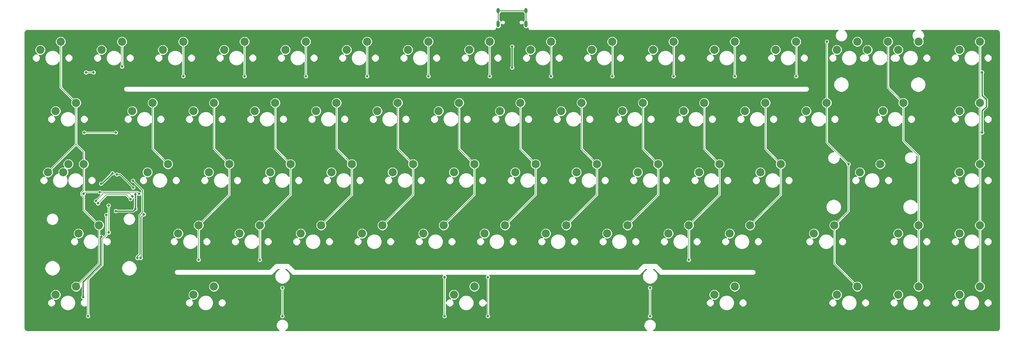
<source format=gtl>
G04 #@! TF.GenerationSoftware,KiCad,Pcbnew,(5.1.6)-1*
G04 #@! TF.CreationDate,2020-08-11T23:01:21-04:00*
G04 #@! TF.ProjectId,pcb-01,7063622d-3031-42e6-9b69-6361645f7063,01*
G04 #@! TF.SameCoordinates,Original*
G04 #@! TF.FileFunction,Copper,L1,Top*
G04 #@! TF.FilePolarity,Positive*
%FSLAX46Y46*%
G04 Gerber Fmt 4.6, Leading zero omitted, Abs format (unit mm)*
G04 Created by KiCad (PCBNEW (5.1.6)-1) date 2020-08-11 23:01:21*
%MOMM*%
%LPD*%
G01*
G04 APERTURE LIST*
G04 #@! TA.AperFunction,ComponentPad*
%ADD10C,2.540000*%
G04 #@! TD*
G04 #@! TA.AperFunction,ComponentPad*
%ADD11O,1.000000X2.100000*%
G04 #@! TD*
G04 #@! TA.AperFunction,ComponentPad*
%ADD12O,1.000000X1.600000*%
G04 #@! TD*
G04 #@! TA.AperFunction,ViaPad*
%ADD13C,0.800000*%
G04 #@! TD*
G04 #@! TA.AperFunction,Conductor*
%ADD14C,0.381000*%
G04 #@! TD*
G04 #@! TA.AperFunction,Conductor*
%ADD15C,0.254000*%
G04 #@! TD*
G04 #@! TA.AperFunction,Conductor*
%ADD16C,0.203200*%
G04 #@! TD*
G04 APERTURE END LIST*
D10*
X49247254Y-60042400D03*
X55597254Y-57502400D03*
D11*
X181201326Y-52020596D03*
X172561326Y-52020596D03*
D12*
X172561326Y-47840596D03*
X181201326Y-47840596D03*
D10*
X291341003Y-95602365D03*
X284991003Y-98142365D03*
X158784753Y-98142365D03*
X165134753Y-95602365D03*
X230222253Y-79092365D03*
X236572253Y-76552365D03*
X298484753Y-76552365D03*
X292134753Y-79092365D03*
X41309753Y-76552365D03*
X34959753Y-79092365D03*
X43691102Y-95602392D03*
X37341102Y-98142392D03*
X182597253Y-60042365D03*
X188947253Y-57502365D03*
X163547253Y-60042365D03*
X169897253Y-57502365D03*
X293721982Y-57502174D03*
X287371982Y-60042174D03*
X277847253Y-60042365D03*
X284197253Y-57502365D03*
X48453503Y-114652365D03*
X42103503Y-117192365D03*
X38928446Y-95602142D03*
X32578446Y-98142142D03*
X165134753Y-133702365D03*
X158784753Y-136242365D03*
X206409753Y-117192365D03*
X212759753Y-114652365D03*
X111159753Y-117192365D03*
X117509753Y-114652365D03*
X296897253Y-60042365D03*
X303247253Y-57502365D03*
X315947253Y-136242365D03*
X322297253Y-133702365D03*
X296897253Y-136242365D03*
X303247253Y-133702365D03*
X277847253Y-136242365D03*
X284197253Y-133702365D03*
X246097253Y-133702365D03*
X239747253Y-136242365D03*
X84172253Y-133702365D03*
X77822253Y-136242365D03*
X41309753Y-133702365D03*
X34959753Y-136242365D03*
X315947253Y-117192365D03*
X322297253Y-114652365D03*
X296897253Y-117192365D03*
X303247253Y-114652365D03*
X277053503Y-114652365D03*
X270703503Y-117192365D03*
X244509753Y-117192365D03*
X250859753Y-114652365D03*
X225459753Y-117192365D03*
X231809753Y-114652365D03*
X187359753Y-117192365D03*
X193709753Y-114652365D03*
X168309753Y-117192365D03*
X174659753Y-114652365D03*
X149259753Y-117192365D03*
X155609753Y-114652365D03*
X130209753Y-117192365D03*
X136559753Y-114652365D03*
X92109753Y-117192365D03*
X98459753Y-114652365D03*
X73059753Y-117192365D03*
X79409753Y-114652365D03*
X315947253Y-98142365D03*
X322297253Y-95602365D03*
X254034753Y-98142365D03*
X260384753Y-95602365D03*
X234984753Y-98142365D03*
X241334753Y-95602365D03*
X215934753Y-98142365D03*
X222284753Y-95602365D03*
X196884753Y-98142365D03*
X203234753Y-95602365D03*
X177834753Y-98142365D03*
X184184753Y-95602365D03*
X139734753Y-98142365D03*
X146084753Y-95602365D03*
X120684753Y-98142365D03*
X127034753Y-95602365D03*
X101634753Y-98142365D03*
X107984753Y-95602365D03*
X82584753Y-98142365D03*
X88934753Y-95602365D03*
X63534753Y-98142365D03*
X69884753Y-95602365D03*
X315947253Y-79092365D03*
X322297253Y-76552365D03*
X268322253Y-79092365D03*
X274672253Y-76552365D03*
X249272253Y-79092365D03*
X255622253Y-76552365D03*
X211172253Y-79092365D03*
X217522253Y-76552365D03*
X192122253Y-79092365D03*
X198472253Y-76552365D03*
X173072253Y-79092365D03*
X179422253Y-76552365D03*
X154022253Y-79092365D03*
X160372253Y-76552365D03*
X134972253Y-79092365D03*
X141322253Y-76552365D03*
X115922253Y-79092365D03*
X122272253Y-76552365D03*
X96872253Y-79092365D03*
X103222253Y-76552365D03*
X77822253Y-79092365D03*
X84172253Y-76552365D03*
X58772253Y-79092365D03*
X65122253Y-76552365D03*
X315947253Y-60042365D03*
X322297253Y-57502365D03*
X258797253Y-60042365D03*
X265147253Y-57502365D03*
X239747253Y-60042365D03*
X246097253Y-57502365D03*
X220697253Y-60042365D03*
X227047253Y-57502365D03*
X201647253Y-60042365D03*
X207997253Y-57502365D03*
X144497253Y-60042365D03*
X150847253Y-57502365D03*
X125447253Y-60042365D03*
X131797253Y-57502365D03*
X106397253Y-60042365D03*
X112747253Y-57502365D03*
X87347253Y-60042365D03*
X93697253Y-57502365D03*
X68297253Y-60042365D03*
X74647253Y-57502365D03*
X30197338Y-60042540D03*
X36547338Y-57502540D03*
D13*
X180156294Y-54545462D03*
X51568992Y-97408198D03*
X174590550Y-59010832D03*
X173009550Y-59010832D03*
X46508874Y-106337818D03*
X60424240Y-100384712D03*
X60573068Y-110356188D03*
X56033814Y-111249156D03*
X46756857Y-67048226D03*
X44405463Y-67047740D03*
X53652564Y-85799692D03*
X43829988Y-85799692D03*
X43681161Y-104849548D03*
X60945138Y-104849552D03*
X48666828Y-104314740D03*
X51420146Y-108495838D03*
X51470576Y-116880636D03*
X219745170Y-134125932D03*
X219745170Y-142949260D03*
X105444882Y-134125932D03*
X105444882Y-142949260D03*
X169341918Y-142949260D03*
X169341918Y-130782450D03*
X155848134Y-142949260D03*
X155848134Y-130782450D03*
X50695910Y-111417744D03*
X45020542Y-142949520D03*
X55587321Y-65241816D03*
X74637314Y-68238106D03*
X93687298Y-68238106D03*
X79399810Y-125387816D03*
X112737282Y-68238106D03*
X98449794Y-125387816D03*
X131787266Y-68238106D03*
X150837250Y-68238106D03*
X169887234Y-68238106D03*
X188987280Y-68238106D03*
X208037328Y-68238106D03*
X227087376Y-68238106D03*
X246087170Y-68238106D03*
X231799682Y-125387816D03*
X265187472Y-68238106D03*
X281459388Y-95622274D03*
X274712496Y-57522562D03*
X48124072Y-107826574D03*
X58266234Y-106486660D03*
X47476204Y-107064818D03*
X58847473Y-105672925D03*
X53652570Y-110207320D03*
X43532226Y-136996180D03*
X59059979Y-102865183D03*
X54024636Y-98822018D03*
X52610770Y-98449948D03*
X49078684Y-101685928D03*
X59754514Y-104998380D03*
X59741849Y-109550300D03*
X49155103Y-118243978D03*
X60378538Y-124807392D03*
X59010374Y-100756782D03*
X61391646Y-124792366D03*
X62377798Y-111229359D03*
X176882562Y-65559220D03*
X176882562Y-59010832D03*
X322998853Y-67047490D03*
X322998853Y-85799692D03*
D14*
X174590550Y-59010832D02*
X173009550Y-59010832D01*
D15*
X56526783Y-110756187D02*
X56033814Y-111249156D01*
X60573068Y-110356188D02*
X60173069Y-110756187D01*
X60173069Y-110756187D02*
X56526783Y-110756187D01*
D16*
X44812394Y-67048226D02*
X44808672Y-67051948D01*
X46756121Y-67047490D02*
X46756857Y-67048226D01*
X45168520Y-67047740D02*
X45169006Y-67048226D01*
X45169006Y-67048226D02*
X44812394Y-67048226D01*
X46756371Y-67047740D02*
X46756857Y-67048226D01*
X44405463Y-67047740D02*
X46756371Y-67047740D01*
X43829988Y-85799692D02*
X45021730Y-85799692D01*
X44325978Y-85799692D02*
X45021730Y-85799692D01*
X45021730Y-85799692D02*
X53652564Y-85799692D01*
X44251068Y-104279641D02*
X43681161Y-104849548D01*
X58961361Y-104279641D02*
X60375227Y-104279641D01*
X60375227Y-104279641D02*
X60945138Y-104849552D01*
X47488117Y-104279641D02*
X47055121Y-104279641D01*
X47055121Y-104279641D02*
X44251068Y-104279641D01*
X50445385Y-104279641D02*
X50799433Y-104279641D01*
X47488117Y-104279641D02*
X48631729Y-104279641D01*
X48631729Y-104279641D02*
X48666828Y-104314740D01*
X48701927Y-104279641D02*
X50799433Y-104279641D01*
X48666828Y-104314740D02*
X48701927Y-104279641D01*
X58961361Y-104279641D02*
X50799433Y-104279641D01*
X51420146Y-110430602D02*
X51420146Y-108495838D01*
X51420146Y-109239978D02*
X51420146Y-110430602D01*
X51420146Y-108495838D02*
X51420146Y-116830206D01*
X51420146Y-116830206D02*
X51470576Y-116880636D01*
X105444882Y-134125932D02*
X105444882Y-142949260D01*
X155848134Y-142949260D02*
X155848134Y-130782450D01*
X49437723Y-118999728D02*
X49437721Y-126966293D01*
X49437721Y-126966293D02*
X45020666Y-131383348D01*
X50695910Y-111417744D02*
X50695910Y-115065253D01*
X50695910Y-115065253D02*
X50695910Y-117741541D01*
X50695910Y-117741541D02*
X49437723Y-118999728D01*
X45020542Y-142056552D02*
X45020666Y-142056428D01*
X45020542Y-142949520D02*
X45020542Y-142056552D01*
X45020666Y-131383348D02*
X45020666Y-142056428D01*
X45020666Y-142056428D02*
X45020666Y-142247660D01*
X219745170Y-134125932D02*
X219745170Y-142949260D01*
X169341918Y-130782450D02*
X169341918Y-142949260D01*
X36547338Y-71789950D02*
X41309753Y-76552365D01*
X36547338Y-57502540D02*
X36547338Y-71789950D01*
X43691102Y-109889964D02*
X48453503Y-114652365D01*
X48453503Y-126558615D02*
X41309753Y-133702365D01*
X48453503Y-114652365D02*
X48453503Y-126558615D01*
X42979560Y-104512779D02*
X42979560Y-105189736D01*
X43691102Y-103801237D02*
X42979560Y-104512779D01*
X43691102Y-105901278D02*
X43691102Y-109889964D01*
X42979560Y-105189736D02*
X43691102Y-105901278D01*
X43691102Y-95602392D02*
X43691102Y-103801237D01*
X41309753Y-89410835D02*
X32578446Y-98142142D01*
X41309753Y-76552365D02*
X41309753Y-89410835D01*
X43691102Y-91792184D02*
X41309753Y-89410835D01*
X43691102Y-95602392D02*
X43691102Y-91792184D01*
X55587330Y-57512288D02*
X55597253Y-57502365D01*
X55597253Y-57502365D02*
X55597253Y-65231884D01*
X55597253Y-65231884D02*
X55587321Y-65241816D01*
D15*
X74647253Y-57512309D02*
X74647253Y-57502365D01*
D16*
X74637314Y-57512304D02*
X74647253Y-57502365D01*
X74637314Y-68238106D02*
X74637314Y-57512304D01*
X65122253Y-90839865D02*
X69884753Y-95602365D01*
X65122253Y-76552365D02*
X65122253Y-90839865D01*
X93687298Y-57512320D02*
X93697253Y-57502365D01*
X93687298Y-68238106D02*
X93687298Y-57512320D01*
X84172253Y-90839865D02*
X88934753Y-95602365D01*
X84172253Y-76552365D02*
X84172253Y-90839865D01*
X88934753Y-105127365D02*
X79409753Y-114652365D01*
X88934753Y-95602365D02*
X88934753Y-105127365D01*
X79409753Y-125377873D02*
X79399810Y-125387816D01*
X79409753Y-114652365D02*
X79409753Y-125377873D01*
X112737282Y-57512336D02*
X112747253Y-57502365D01*
X112737282Y-68238106D02*
X112737282Y-57512336D01*
X103222253Y-90839865D02*
X107984753Y-95602365D01*
X103222253Y-76552365D02*
X103222253Y-90839865D01*
X107984753Y-105127365D02*
X98459753Y-114652365D01*
X107984753Y-95602365D02*
X107984753Y-105127365D01*
X98459753Y-125377857D02*
X98449794Y-125387816D01*
X98459753Y-114652365D02*
X98459753Y-125377857D01*
X131787266Y-57512352D02*
X131797253Y-57502365D01*
X131787266Y-68238106D02*
X131787266Y-57512352D01*
X122272253Y-90839865D02*
X127034753Y-95602365D01*
X122272253Y-76552365D02*
X122272253Y-90839865D01*
X127034753Y-105127365D02*
X117509753Y-114652365D01*
X127034753Y-95602365D02*
X127034753Y-105127365D01*
X150837250Y-57512368D02*
X150847253Y-57502365D01*
X150837250Y-68238106D02*
X150837250Y-57512368D01*
X141322253Y-90839865D02*
X146084753Y-95602365D01*
X141322253Y-76552365D02*
X141322253Y-90839865D01*
X146084753Y-105127365D02*
X136559753Y-114652365D01*
X146084753Y-95602365D02*
X146084753Y-105127365D01*
X169887234Y-57512384D02*
X169897253Y-57502365D01*
X169887234Y-68238106D02*
X169887234Y-57512384D01*
X160372253Y-90839865D02*
X165134753Y-95602365D01*
X160372253Y-76552365D02*
X160372253Y-90839865D01*
X165134753Y-105127365D02*
X155609753Y-114652365D01*
X165134753Y-95602365D02*
X165134753Y-105127365D01*
D15*
X188996003Y-57502365D02*
X188947253Y-57502365D01*
D16*
X188987280Y-57542392D02*
X188947253Y-57502365D01*
X188987280Y-68238106D02*
X188987280Y-57542392D01*
X179422253Y-90839865D02*
X184184753Y-95602365D01*
X179422253Y-76552365D02*
X179422253Y-90839865D01*
X184184753Y-105127365D02*
X174659753Y-114652365D01*
X184184753Y-95602365D02*
X184184753Y-105127365D01*
D15*
X207987202Y-57512416D02*
X207997253Y-57502365D01*
D16*
X208037328Y-57542440D02*
X207997253Y-57502365D01*
X208037328Y-68238106D02*
X208037328Y-57542440D01*
X198472253Y-90839865D02*
X203234753Y-95602365D01*
X198472253Y-76552365D02*
X198472253Y-90839865D01*
X203234753Y-105127365D02*
X193709753Y-114652365D01*
X203234753Y-95602365D02*
X203234753Y-105127365D01*
D15*
X227037186Y-57512432D02*
X227047253Y-57502365D01*
D16*
X227087376Y-57542488D02*
X227047253Y-57502365D01*
X227087376Y-68238106D02*
X227087376Y-57542488D01*
X217522253Y-90839865D02*
X222284753Y-95602365D01*
X217522253Y-76552365D02*
X217522253Y-90839865D01*
X222284753Y-105127365D02*
X212759753Y-114652365D01*
X222284753Y-95602365D02*
X222284753Y-105127365D01*
X246087170Y-57512448D02*
X246097253Y-57502365D01*
X246087170Y-68238106D02*
X246087170Y-57512448D01*
X236572253Y-90839865D02*
X241334753Y-95602365D01*
X236572253Y-76552365D02*
X236572253Y-90839865D01*
X241334753Y-105127365D02*
X231809753Y-114652365D01*
X241334753Y-95602365D02*
X241334753Y-105127365D01*
X231809753Y-125377745D02*
X231799682Y-125387816D01*
X231809753Y-114652365D02*
X231809753Y-125377745D01*
X265187472Y-57542584D02*
X265147253Y-57502365D01*
X265187472Y-68238106D02*
X265187472Y-57542584D01*
X255622253Y-90839865D02*
X260384753Y-95602365D01*
X255622253Y-76552365D02*
X255622253Y-90839865D01*
X260384753Y-105127365D02*
X250859753Y-114652365D01*
X260384753Y-95602365D02*
X260384753Y-105127365D01*
X277053503Y-126558615D02*
X284197253Y-133702365D01*
X277053503Y-114652365D02*
X277053503Y-126558615D01*
X274712496Y-76512122D02*
X274672253Y-76552365D01*
X274672253Y-76552365D02*
X274567502Y-76657116D01*
X274672253Y-76552365D02*
X274672253Y-87942177D01*
X274672253Y-87942177D02*
X274672253Y-88835139D01*
X274672253Y-88835139D02*
X281459388Y-95622274D01*
X281459388Y-110246480D02*
X281459388Y-95622274D01*
X277053503Y-114652365D02*
X281459388Y-110246480D01*
X274672253Y-57562805D02*
X274712496Y-57522562D01*
X274672253Y-76552365D02*
X274672253Y-57562805D01*
D15*
X303019069Y-114652365D02*
X303247253Y-114652365D01*
D16*
X303056661Y-114652365D02*
X303247253Y-114652365D01*
X303247253Y-114652365D02*
X303247253Y-133702365D01*
X298484753Y-76552365D02*
X298484753Y-83774979D01*
X303247253Y-114652365D02*
X303247253Y-93101553D01*
X298484753Y-88339053D02*
X298484753Y-83774979D01*
X303247253Y-93101553D02*
X298484753Y-88339053D01*
X293721982Y-71789594D02*
X298484753Y-76552365D01*
X293721982Y-57502174D02*
X293721982Y-71789594D01*
X48177805Y-107772841D02*
X48124072Y-107826574D01*
X56941834Y-105162260D02*
X58266234Y-106486660D01*
X48124072Y-107826574D02*
X50864585Y-105086061D01*
X56865635Y-105086061D02*
X58266234Y-106486660D01*
X50864585Y-105086061D02*
X56865635Y-105086061D01*
X322297253Y-76552365D02*
X322297253Y-57502365D01*
X322297253Y-82466663D02*
X322297253Y-76552365D01*
X322297253Y-133702365D02*
X322297253Y-82466663D01*
X58847473Y-105672925D02*
X57857399Y-104682851D01*
X49858171Y-104682851D02*
X47476204Y-107064818D01*
X57857399Y-104682851D02*
X49858171Y-104682851D01*
D15*
X181201326Y-52020596D02*
X181201326Y-47840596D01*
X181201326Y-47840596D02*
X172561326Y-47840596D01*
X172561326Y-52020596D02*
X172561326Y-47840596D01*
D14*
X49155103Y-118243978D02*
X49155103Y-118276581D01*
X49155103Y-118276581D02*
X48945613Y-118486071D01*
X48945613Y-122113480D02*
X48945612Y-126762454D01*
X48945613Y-122113480D02*
X48945613Y-118453468D01*
X48945613Y-118453468D02*
X49155103Y-118243978D01*
X48945612Y-126762454D02*
X43900161Y-131807905D01*
X43900161Y-131807905D02*
X43532226Y-132175840D01*
X43532226Y-132175840D02*
X43532226Y-136996180D01*
D15*
X59059979Y-102865183D02*
X55016814Y-98822018D01*
X55016814Y-98822018D02*
X54024636Y-98822018D01*
D14*
X52610770Y-98449948D02*
X49374790Y-101685928D01*
X49374790Y-101685928D02*
X49078684Y-101685928D01*
X59084829Y-110207320D02*
X59741849Y-109550300D01*
X53652570Y-110207320D02*
X59084829Y-110207320D01*
X59741849Y-105011045D02*
X59754514Y-104998380D01*
X59741849Y-109550300D02*
X59741849Y-105011045D01*
D15*
X60378538Y-124807392D02*
X60399456Y-124786474D01*
X60378538Y-124241707D02*
X61086440Y-123533805D01*
X60378538Y-124807392D02*
X60378538Y-124241707D01*
X61086440Y-113176394D02*
X61086440Y-112216538D01*
X61086440Y-123533805D02*
X61086440Y-113176394D01*
X61086440Y-111878650D02*
X61086440Y-113176394D01*
X61986934Y-110544261D02*
X61086440Y-111444755D01*
X61986934Y-103733342D02*
X61986934Y-110544261D01*
X61086440Y-111444755D02*
X61086440Y-111878650D01*
X59010374Y-100756782D02*
X61986934Y-103733342D01*
X62377798Y-111229359D02*
X61540450Y-112066707D01*
X61540450Y-124643562D02*
X61391646Y-124792366D01*
X61540450Y-112066707D02*
X61540450Y-124643562D01*
D14*
X176882562Y-59010832D02*
X176882562Y-65559220D01*
X322998853Y-79019573D02*
X322998853Y-85799692D01*
X323957754Y-75315226D02*
X323957766Y-75315226D01*
X324321996Y-77696430D02*
X322998853Y-79019573D01*
X324321996Y-76274764D02*
X324321996Y-77068492D01*
X324321996Y-75977110D02*
X324321996Y-75679456D01*
X324321996Y-76274764D02*
X324321996Y-75977110D01*
X322998853Y-74157881D02*
X324321996Y-75481024D01*
X324321996Y-75481024D02*
X324321996Y-76572418D01*
X324321996Y-76274764D02*
X324321996Y-76572418D01*
X324321996Y-76572418D02*
X324321996Y-77696430D01*
X322998853Y-67047490D02*
X322998853Y-74157881D01*
D15*
G36*
X180383451Y-48479371D02*
G01*
X180465259Y-48632421D01*
X180575352Y-48766571D01*
X180693327Y-48863389D01*
X180693326Y-50747802D01*
X180575351Y-50844621D01*
X180465258Y-50978772D01*
X180387573Y-51124110D01*
X180327479Y-51034173D01*
X180227749Y-50934443D01*
X180110479Y-50856085D01*
X179980175Y-50802112D01*
X179841846Y-50774596D01*
X179700806Y-50774596D01*
X179562477Y-50802112D01*
X179432173Y-50856085D01*
X179314903Y-50934443D01*
X179215173Y-51034173D01*
X179136815Y-51151443D01*
X179082842Y-51281747D01*
X179055326Y-51420076D01*
X179055326Y-51561116D01*
X179082842Y-51699445D01*
X179136815Y-51829749D01*
X179215173Y-51947019D01*
X179314903Y-52046749D01*
X179432173Y-52125107D01*
X179562477Y-52179080D01*
X179700806Y-52206596D01*
X179841846Y-52206596D01*
X179980175Y-52179080D01*
X180110479Y-52125107D01*
X180227749Y-52046749D01*
X180320326Y-51954172D01*
X180320327Y-52613869D01*
X180333075Y-52743302D01*
X180383452Y-52909371D01*
X180465259Y-53062421D01*
X180575352Y-53196571D01*
X180709502Y-53306664D01*
X180862552Y-53388471D01*
X181028621Y-53438848D01*
X181201326Y-53455858D01*
X181374032Y-53438848D01*
X181540101Y-53388471D01*
X181693151Y-53306664D01*
X181827301Y-53196571D01*
X181834061Y-53188334D01*
X181834143Y-53319060D01*
X181834913Y-53326832D01*
X181834916Y-53326878D01*
X181838075Y-53375605D01*
X181844028Y-53411920D01*
X181849474Y-53448316D01*
X181850894Y-53453804D01*
X181863458Y-53500990D01*
X181876358Y-53535473D01*
X181888761Y-53570094D01*
X181891220Y-53575202D01*
X181912710Y-53619050D01*
X181932048Y-53650350D01*
X181950954Y-53681927D01*
X181954358Y-53686460D01*
X181983955Y-53725298D01*
X182009032Y-53752275D01*
X182033682Y-53779546D01*
X182037902Y-53783332D01*
X182074478Y-53815682D01*
X182104343Y-53837294D01*
X182133794Y-53859238D01*
X182138668Y-53862132D01*
X182180833Y-53886762D01*
X182214273Y-53902137D01*
X182247490Y-53917973D01*
X182252823Y-53919861D01*
X182252825Y-53919862D01*
X182252827Y-53919862D01*
X182252834Y-53919865D01*
X182298979Y-53935835D01*
X182334794Y-53944427D01*
X182370412Y-53953500D01*
X182376021Y-53954317D01*
X182376030Y-53954319D01*
X182376039Y-53954319D01*
X182392801Y-53956643D01*
X182400546Y-53958992D01*
X182460195Y-53964866D01*
X278259881Y-53963605D01*
X278029616Y-54117464D01*
X277764272Y-54382808D01*
X277555793Y-54694818D01*
X277412191Y-55041506D01*
X277338982Y-55409548D01*
X277338982Y-55784800D01*
X277412191Y-56152842D01*
X277555793Y-56499530D01*
X277764272Y-56811540D01*
X278029616Y-57076884D01*
X278341626Y-57285363D01*
X278688314Y-57428965D01*
X279056356Y-57502174D01*
X279431608Y-57502174D01*
X279799650Y-57428965D01*
X280015020Y-57339756D01*
X282546253Y-57339756D01*
X282546253Y-57664974D01*
X282609700Y-57983944D01*
X282734156Y-58284407D01*
X282914838Y-58554816D01*
X283144802Y-58784780D01*
X283415211Y-58965462D01*
X283715674Y-59089918D01*
X284034644Y-59153365D01*
X284359862Y-59153365D01*
X284678832Y-59089918D01*
X284979295Y-58965462D01*
X285249704Y-58784780D01*
X285479668Y-58554816D01*
X285660350Y-58284407D01*
X285784806Y-57983944D01*
X285848253Y-57664974D01*
X285848253Y-57339756D01*
X285784806Y-57020786D01*
X285660350Y-56720323D01*
X285479668Y-56449914D01*
X285249704Y-56219950D01*
X284979295Y-56039268D01*
X284678832Y-55914812D01*
X284359862Y-55851365D01*
X284034644Y-55851365D01*
X283715674Y-55914812D01*
X283415211Y-56039268D01*
X283144802Y-56219950D01*
X282914838Y-56449914D01*
X282734156Y-56720323D01*
X282609700Y-57020786D01*
X282546253Y-57339756D01*
X280015020Y-57339756D01*
X280146338Y-57285363D01*
X280458348Y-57076884D01*
X280723692Y-56811540D01*
X280932171Y-56499530D01*
X281075773Y-56152842D01*
X281148982Y-55784800D01*
X281148982Y-55409548D01*
X281075773Y-55041506D01*
X280932171Y-54694818D01*
X280723692Y-54382808D01*
X280458348Y-54117464D01*
X280228044Y-53963580D01*
X302136351Y-53963291D01*
X301905616Y-54117464D01*
X301640272Y-54382808D01*
X301431793Y-54694818D01*
X301288191Y-55041506D01*
X301214982Y-55409548D01*
X301214982Y-55784800D01*
X301288191Y-56152842D01*
X301431793Y-56499530D01*
X301640272Y-56811540D01*
X301715296Y-56886564D01*
X301659700Y-57020786D01*
X301596253Y-57339756D01*
X301596253Y-57664974D01*
X301659700Y-57983944D01*
X301784156Y-58284407D01*
X301964838Y-58554816D01*
X302194802Y-58784780D01*
X302465211Y-58965462D01*
X302765674Y-59089918D01*
X303084644Y-59153365D01*
X303409862Y-59153365D01*
X303728832Y-59089918D01*
X304029295Y-58965462D01*
X304299704Y-58784780D01*
X304529668Y-58554816D01*
X304710350Y-58284407D01*
X304834806Y-57983944D01*
X304898253Y-57664974D01*
X304898253Y-57339756D01*
X304834806Y-57020786D01*
X304710350Y-56720323D01*
X304685496Y-56683126D01*
X304808171Y-56499530D01*
X304951773Y-56152842D01*
X305024982Y-55784800D01*
X305024982Y-55409548D01*
X304951773Y-55041506D01*
X304808171Y-54694818D01*
X304599692Y-54382808D01*
X304334348Y-54117464D01*
X304103574Y-53963265D01*
X327571958Y-53962957D01*
X327743835Y-53979809D01*
X327890069Y-54023959D01*
X328024943Y-54095672D01*
X328143316Y-54192215D01*
X328240686Y-54309915D01*
X328313338Y-54444284D01*
X328358508Y-54590204D01*
X328376442Y-54760834D01*
X328376441Y-146596558D01*
X328359589Y-146768431D01*
X328315438Y-146914667D01*
X328243723Y-147049541D01*
X328147183Y-147167912D01*
X328029483Y-147265282D01*
X327895117Y-147337933D01*
X327749194Y-147383104D01*
X327578573Y-147401037D01*
X220728699Y-147401037D01*
X220959119Y-147247075D01*
X221224463Y-146981731D01*
X221432942Y-146669721D01*
X221576544Y-146323033D01*
X221649753Y-145954991D01*
X221649753Y-145579739D01*
X221576544Y-145211697D01*
X221432942Y-144865009D01*
X221224463Y-144552999D01*
X220959119Y-144287655D01*
X220647109Y-144079176D01*
X220300421Y-143935574D01*
X219932379Y-143862365D01*
X219557127Y-143862365D01*
X219189085Y-143935574D01*
X218842397Y-144079176D01*
X218530387Y-144287655D01*
X218265043Y-144552999D01*
X218056564Y-144865009D01*
X217912962Y-145211697D01*
X217839753Y-145579739D01*
X217839753Y-145954991D01*
X217912962Y-146323033D01*
X218056564Y-146669721D01*
X218265043Y-146981731D01*
X218530387Y-147247075D01*
X218760807Y-147401037D01*
X106428699Y-147401037D01*
X106659119Y-147247075D01*
X106924463Y-146981731D01*
X107132942Y-146669721D01*
X107276544Y-146323033D01*
X107349753Y-145954991D01*
X107349753Y-145579739D01*
X107276544Y-145211697D01*
X107132942Y-144865009D01*
X106924463Y-144552999D01*
X106659119Y-144287655D01*
X106347109Y-144079176D01*
X106000421Y-143935574D01*
X105632379Y-143862365D01*
X105257127Y-143862365D01*
X104889085Y-143935574D01*
X104542397Y-144079176D01*
X104230387Y-144287655D01*
X103965043Y-144552999D01*
X103756564Y-144865009D01*
X103612962Y-145211697D01*
X103539753Y-145579739D01*
X103539753Y-145954991D01*
X103612962Y-146323033D01*
X103756564Y-146669721D01*
X103965043Y-146981731D01*
X104230387Y-147247075D01*
X104460807Y-147401037D01*
X26192664Y-147401037D01*
X26020791Y-147384185D01*
X25874555Y-147340034D01*
X25739681Y-147268319D01*
X25621310Y-147171779D01*
X25523940Y-147054079D01*
X25451289Y-146919713D01*
X25406118Y-146773790D01*
X25388185Y-146603169D01*
X25388185Y-138661033D01*
X32457853Y-138661033D01*
X32457853Y-138903697D01*
X32505194Y-139141697D01*
X32598057Y-139365889D01*
X32732874Y-139567656D01*
X32904462Y-139739244D01*
X33106229Y-139874061D01*
X33330421Y-139966924D01*
X33568421Y-140014265D01*
X33811085Y-140014265D01*
X34049085Y-139966924D01*
X34273277Y-139874061D01*
X34475044Y-139739244D01*
X34646632Y-139567656D01*
X34781449Y-139365889D01*
X34874312Y-139141697D01*
X34921653Y-138903697D01*
X34921653Y-138661033D01*
X34899261Y-138548458D01*
X36394853Y-138548458D01*
X36394853Y-139016272D01*
X36486119Y-139475098D01*
X36665144Y-139907302D01*
X36925048Y-140296275D01*
X37255843Y-140627070D01*
X37644816Y-140886974D01*
X38077020Y-141065999D01*
X38535846Y-141157265D01*
X39003660Y-141157265D01*
X39462486Y-141065999D01*
X39894690Y-140886974D01*
X40283663Y-140627070D01*
X40614458Y-140296275D01*
X40874362Y-139907302D01*
X41053387Y-139475098D01*
X41144653Y-139016272D01*
X41144653Y-138548458D01*
X41053387Y-138089632D01*
X40874362Y-137657428D01*
X40614458Y-137268455D01*
X40283663Y-136937660D01*
X39894690Y-136677756D01*
X39462486Y-136498731D01*
X39003660Y-136407465D01*
X38535846Y-136407465D01*
X38077020Y-136498731D01*
X37644816Y-136677756D01*
X37255843Y-136937660D01*
X36925048Y-137268455D01*
X36665144Y-137657428D01*
X36486119Y-138089632D01*
X36394853Y-138548458D01*
X34899261Y-138548458D01*
X34874312Y-138423033D01*
X34781449Y-138198841D01*
X34646632Y-137997074D01*
X34479799Y-137830241D01*
X34797144Y-137893365D01*
X35122362Y-137893365D01*
X35441332Y-137829918D01*
X35741795Y-137705462D01*
X36012204Y-137524780D01*
X36242168Y-137294816D01*
X36422850Y-137024407D01*
X36547306Y-136723944D01*
X36610753Y-136404974D01*
X36610753Y-136079756D01*
X36547306Y-135760786D01*
X36422850Y-135460323D01*
X36242168Y-135189914D01*
X36012204Y-134959950D01*
X35741795Y-134779268D01*
X35441332Y-134654812D01*
X35122362Y-134591365D01*
X34797144Y-134591365D01*
X34478174Y-134654812D01*
X34177711Y-134779268D01*
X33907302Y-134959950D01*
X33677338Y-135189914D01*
X33496656Y-135460323D01*
X33372200Y-135760786D01*
X33308753Y-136079756D01*
X33308753Y-136404974D01*
X33372200Y-136723944D01*
X33496656Y-137024407D01*
X33677338Y-137294816D01*
X33907302Y-137524780D01*
X34002820Y-137588603D01*
X33811085Y-137550465D01*
X33568421Y-137550465D01*
X33330421Y-137597806D01*
X33106229Y-137690669D01*
X32904462Y-137825486D01*
X32732874Y-137997074D01*
X32598057Y-138198841D01*
X32505194Y-138423033D01*
X32457853Y-138661033D01*
X25388185Y-138661033D01*
X25388185Y-127753458D01*
X31600603Y-127753458D01*
X31600603Y-128221272D01*
X31691869Y-128680098D01*
X31870894Y-129112302D01*
X32130798Y-129501275D01*
X32461593Y-129832070D01*
X32850566Y-130091974D01*
X33282770Y-130270999D01*
X33741596Y-130362265D01*
X34209410Y-130362265D01*
X34668236Y-130270999D01*
X35100440Y-130091974D01*
X35489413Y-129832070D01*
X35820208Y-129501275D01*
X36080112Y-129112302D01*
X36259137Y-128680098D01*
X36350403Y-128221272D01*
X36350403Y-127753458D01*
X36259137Y-127294632D01*
X36080112Y-126862428D01*
X35820208Y-126473455D01*
X35489413Y-126142660D01*
X35100440Y-125882756D01*
X34668236Y-125703731D01*
X34209410Y-125612465D01*
X33741596Y-125612465D01*
X33282770Y-125703731D01*
X32850566Y-125882756D01*
X32461593Y-126142660D01*
X32130798Y-126473455D01*
X31870894Y-126862428D01*
X31691869Y-127294632D01*
X31600603Y-127753458D01*
X25388185Y-127753458D01*
X25388185Y-119611033D01*
X39601603Y-119611033D01*
X39601603Y-119853697D01*
X39648944Y-120091697D01*
X39741807Y-120315889D01*
X39876624Y-120517656D01*
X40048212Y-120689244D01*
X40249979Y-120824061D01*
X40474171Y-120916924D01*
X40712171Y-120964265D01*
X40954835Y-120964265D01*
X41192835Y-120916924D01*
X41417027Y-120824061D01*
X41618794Y-120689244D01*
X41790382Y-120517656D01*
X41925199Y-120315889D01*
X42018062Y-120091697D01*
X42065403Y-119853697D01*
X42065403Y-119611033D01*
X42018062Y-119373033D01*
X41925199Y-119148841D01*
X41790382Y-118947074D01*
X41623549Y-118780241D01*
X41940894Y-118843365D01*
X42266112Y-118843365D01*
X42585082Y-118779918D01*
X42885545Y-118655462D01*
X43155954Y-118474780D01*
X43385918Y-118244816D01*
X43566600Y-117974407D01*
X43691056Y-117673944D01*
X43754503Y-117354974D01*
X43754503Y-117029756D01*
X43691056Y-116710786D01*
X43566600Y-116410323D01*
X43385918Y-116139914D01*
X43155954Y-115909950D01*
X42885545Y-115729268D01*
X42585082Y-115604812D01*
X42266112Y-115541365D01*
X41940894Y-115541365D01*
X41621924Y-115604812D01*
X41321461Y-115729268D01*
X41051052Y-115909950D01*
X40821088Y-116139914D01*
X40640406Y-116410323D01*
X40515950Y-116710786D01*
X40452503Y-117029756D01*
X40452503Y-117354974D01*
X40515950Y-117673944D01*
X40640406Y-117974407D01*
X40821088Y-118244816D01*
X41051052Y-118474780D01*
X41146570Y-118538603D01*
X40954835Y-118500465D01*
X40712171Y-118500465D01*
X40474171Y-118547806D01*
X40249979Y-118640669D01*
X40048212Y-118775486D01*
X39876624Y-118947074D01*
X39741807Y-119148841D01*
X39648944Y-119373033D01*
X39601603Y-119611033D01*
X25388185Y-119611033D01*
X25388185Y-112559739D01*
X32070503Y-112559739D01*
X32070503Y-112934991D01*
X32143712Y-113303033D01*
X32287314Y-113649721D01*
X32495793Y-113961731D01*
X32761137Y-114227075D01*
X33073147Y-114435554D01*
X33419835Y-114579156D01*
X33787877Y-114652365D01*
X34163129Y-114652365D01*
X34531171Y-114579156D01*
X34877859Y-114435554D01*
X35189869Y-114227075D01*
X35455213Y-113961731D01*
X35663692Y-113649721D01*
X35807294Y-113303033D01*
X35880503Y-112934991D01*
X35880503Y-112559739D01*
X35807294Y-112191697D01*
X35663692Y-111845009D01*
X35455213Y-111532999D01*
X35189869Y-111267655D01*
X34877859Y-111059176D01*
X34531171Y-110915574D01*
X34163129Y-110842365D01*
X33787877Y-110842365D01*
X33419835Y-110915574D01*
X33073147Y-111059176D01*
X32761137Y-111267655D01*
X32495793Y-111532999D01*
X32287314Y-111845009D01*
X32143712Y-112191697D01*
X32070503Y-112559739D01*
X25388185Y-112559739D01*
X25388185Y-100560810D01*
X30076546Y-100560810D01*
X30076546Y-100803474D01*
X30123887Y-101041474D01*
X30216750Y-101265666D01*
X30351567Y-101467433D01*
X30523155Y-101639021D01*
X30724922Y-101773838D01*
X30949114Y-101866701D01*
X31187114Y-101914042D01*
X31429778Y-101914042D01*
X31667778Y-101866701D01*
X31891970Y-101773838D01*
X32093737Y-101639021D01*
X32265325Y-101467433D01*
X32400142Y-101265666D01*
X32493005Y-101041474D01*
X32540346Y-100803474D01*
X32540346Y-100560810D01*
X32517954Y-100448235D01*
X34013546Y-100448235D01*
X34013546Y-100916049D01*
X34104812Y-101374875D01*
X34283837Y-101807079D01*
X34543741Y-102196052D01*
X34874536Y-102526847D01*
X35263509Y-102786751D01*
X35695713Y-102965776D01*
X36154539Y-103057042D01*
X36622353Y-103057042D01*
X37081179Y-102965776D01*
X37513383Y-102786751D01*
X37902356Y-102526847D01*
X38233151Y-102196052D01*
X38493055Y-101807079D01*
X38672080Y-101374875D01*
X38763346Y-100916049D01*
X38763346Y-100448235D01*
X38672080Y-99989409D01*
X38493055Y-99557205D01*
X38400169Y-99418191D01*
X38623517Y-99194843D01*
X38804199Y-98924434D01*
X38928655Y-98623971D01*
X38992102Y-98305001D01*
X38992102Y-97979783D01*
X38928655Y-97660813D01*
X38804199Y-97360350D01*
X38727465Y-97245509D01*
X38765837Y-97253142D01*
X39091055Y-97253142D01*
X39410025Y-97189695D01*
X39710488Y-97065239D01*
X39980897Y-96884557D01*
X40210861Y-96654593D01*
X40391543Y-96384184D01*
X40515999Y-96083721D01*
X40579446Y-95764751D01*
X40579446Y-95439533D01*
X40515999Y-95120563D01*
X40391543Y-94820100D01*
X40210861Y-94549691D01*
X39980897Y-94319727D01*
X39710488Y-94139045D01*
X39410025Y-94014589D01*
X39091055Y-93951142D01*
X38765837Y-93951142D01*
X38446867Y-94014589D01*
X38146404Y-94139045D01*
X37875995Y-94319727D01*
X37646031Y-94549691D01*
X37465349Y-94820100D01*
X37340893Y-95120563D01*
X37277446Y-95439533D01*
X37277446Y-95764751D01*
X37340893Y-96083721D01*
X37465349Y-96384184D01*
X37542083Y-96499025D01*
X37503711Y-96491392D01*
X37178493Y-96491392D01*
X36859523Y-96554839D01*
X36559060Y-96679295D01*
X36288651Y-96859977D01*
X36058687Y-97089941D01*
X35878005Y-97360350D01*
X35753549Y-97660813D01*
X35690102Y-97979783D01*
X35690102Y-98305001D01*
X35708207Y-98396023D01*
X35695713Y-98398508D01*
X35263509Y-98577533D01*
X34874536Y-98837437D01*
X34543741Y-99168232D01*
X34283837Y-99557205D01*
X34104812Y-99989409D01*
X34013546Y-100448235D01*
X32517954Y-100448235D01*
X32493005Y-100322810D01*
X32400142Y-100098618D01*
X32265325Y-99896851D01*
X32098492Y-99730018D01*
X32415837Y-99793142D01*
X32741055Y-99793142D01*
X33060025Y-99729695D01*
X33360488Y-99605239D01*
X33630897Y-99424557D01*
X33860861Y-99194593D01*
X34041543Y-98924184D01*
X34165999Y-98623721D01*
X34229446Y-98304751D01*
X34229446Y-97979533D01*
X34165999Y-97660563D01*
X34041966Y-97361121D01*
X41309753Y-90093335D01*
X43208503Y-91992085D01*
X43208502Y-94015262D01*
X42909060Y-94139295D01*
X42638651Y-94319977D01*
X42408687Y-94549941D01*
X42228005Y-94820350D01*
X42103549Y-95120813D01*
X42040102Y-95439783D01*
X42040102Y-95765001D01*
X42103549Y-96083971D01*
X42228005Y-96384434D01*
X42408687Y-96654843D01*
X42638651Y-96884807D01*
X42909060Y-97065489D01*
X43208502Y-97189522D01*
X43208502Y-99486803D01*
X42995807Y-99168482D01*
X42665012Y-98837687D01*
X42276039Y-98577783D01*
X41843835Y-98398758D01*
X41385009Y-98307492D01*
X40917195Y-98307492D01*
X40458369Y-98398758D01*
X40026165Y-98577783D01*
X39637192Y-98837687D01*
X39306397Y-99168482D01*
X39046493Y-99557455D01*
X38867468Y-99989659D01*
X38776202Y-100448485D01*
X38776202Y-100916299D01*
X38867468Y-101375125D01*
X39046493Y-101807329D01*
X39306397Y-102196302D01*
X39637192Y-102527097D01*
X40026165Y-102787001D01*
X40458369Y-102966026D01*
X40917195Y-103057292D01*
X41385009Y-103057292D01*
X41843835Y-102966026D01*
X42276039Y-102787001D01*
X42665012Y-102527097D01*
X42995807Y-102196302D01*
X43208503Y-101877981D01*
X43208503Y-103601337D01*
X42655078Y-104154762D01*
X42636659Y-104169878D01*
X42576351Y-104243364D01*
X42531538Y-104327203D01*
X42503943Y-104418174D01*
X42497892Y-104479610D01*
X42494625Y-104512779D01*
X42496960Y-104536484D01*
X42496961Y-105166022D01*
X42494625Y-105189736D01*
X42503944Y-105284342D01*
X42531538Y-105375312D01*
X42576352Y-105459151D01*
X42599493Y-105487348D01*
X42636660Y-105532637D01*
X42655073Y-105547748D01*
X43208502Y-106101177D01*
X43208503Y-109866249D01*
X43206167Y-109889964D01*
X43215486Y-109984570D01*
X43243080Y-110075540D01*
X43263387Y-110113531D01*
X43287894Y-110159379D01*
X43348202Y-110232865D01*
X43366615Y-110247976D01*
X46989983Y-113871345D01*
X46865950Y-114170786D01*
X46802503Y-114489756D01*
X46802503Y-114814974D01*
X46865950Y-115133944D01*
X46990406Y-115434407D01*
X47171088Y-115704816D01*
X47401052Y-115934780D01*
X47671461Y-116115462D01*
X47970903Y-116239495D01*
X47970903Y-118536775D01*
X47758208Y-118218455D01*
X47427413Y-117887660D01*
X47038440Y-117627756D01*
X46606236Y-117448731D01*
X46147410Y-117357465D01*
X45679596Y-117357465D01*
X45220770Y-117448731D01*
X44788566Y-117627756D01*
X44399593Y-117887660D01*
X44068798Y-118218455D01*
X43808894Y-118607428D01*
X43629869Y-119039632D01*
X43538603Y-119498458D01*
X43538603Y-119966272D01*
X43629869Y-120425098D01*
X43808894Y-120857302D01*
X44068798Y-121246275D01*
X44399593Y-121577070D01*
X44788566Y-121836974D01*
X45220770Y-122015999D01*
X45679596Y-122107265D01*
X46147410Y-122107265D01*
X46606236Y-122015999D01*
X47038440Y-121836974D01*
X47427413Y-121577070D01*
X47758208Y-121246275D01*
X47970904Y-120927954D01*
X47970904Y-126358714D01*
X42090774Y-132238845D01*
X41791332Y-132114812D01*
X41472362Y-132051365D01*
X41147144Y-132051365D01*
X40828174Y-132114812D01*
X40527711Y-132239268D01*
X40257302Y-132419950D01*
X40027338Y-132649914D01*
X39846656Y-132920323D01*
X39722200Y-133220786D01*
X39658753Y-133539756D01*
X39658753Y-133864974D01*
X39722200Y-134183944D01*
X39846656Y-134484407D01*
X40027338Y-134754816D01*
X40257302Y-134984780D01*
X40527711Y-135165462D01*
X40828174Y-135289918D01*
X41147144Y-135353365D01*
X41472362Y-135353365D01*
X41791332Y-135289918D01*
X42091795Y-135165462D01*
X42362204Y-134984780D01*
X42592168Y-134754816D01*
X42772850Y-134484407D01*
X42897306Y-134183944D01*
X42960726Y-133865108D01*
X42960727Y-136463178D01*
X42925584Y-136498321D01*
X42840113Y-136626238D01*
X42781239Y-136768371D01*
X42751226Y-136919258D01*
X42751226Y-137073102D01*
X42781239Y-137223989D01*
X42840113Y-137366122D01*
X42925584Y-137494039D01*
X43034367Y-137602822D01*
X43162284Y-137688293D01*
X43228646Y-137715781D01*
X43064462Y-137825486D01*
X42892874Y-137997074D01*
X42758057Y-138198841D01*
X42665194Y-138423033D01*
X42617853Y-138661033D01*
X42617853Y-138903697D01*
X42665194Y-139141697D01*
X42758057Y-139365889D01*
X42892874Y-139567656D01*
X43064462Y-139739244D01*
X43266229Y-139874061D01*
X43490421Y-139966924D01*
X43728421Y-140014265D01*
X43971085Y-140014265D01*
X44209085Y-139966924D01*
X44433277Y-139874061D01*
X44538067Y-139804042D01*
X44538067Y-142031578D01*
X44535607Y-142056552D01*
X44537943Y-142080266D01*
X44537943Y-142332682D01*
X44522683Y-142342878D01*
X44413900Y-142451661D01*
X44328429Y-142579578D01*
X44269555Y-142721711D01*
X44239542Y-142872598D01*
X44239542Y-143026442D01*
X44269555Y-143177329D01*
X44328429Y-143319462D01*
X44413900Y-143447379D01*
X44522683Y-143556162D01*
X44650600Y-143641633D01*
X44792733Y-143700507D01*
X44943620Y-143730520D01*
X45097464Y-143730520D01*
X45248351Y-143700507D01*
X45390484Y-143641633D01*
X45518401Y-143556162D01*
X45627184Y-143447379D01*
X45712655Y-143319462D01*
X45771529Y-143177329D01*
X45801542Y-143026442D01*
X45801542Y-142872598D01*
X45771529Y-142721711D01*
X45712655Y-142579578D01*
X45627184Y-142451661D01*
X45518401Y-142342878D01*
X45503142Y-142332682D01*
X45503142Y-142272625D01*
X45503266Y-142271366D01*
X45503266Y-142080126D01*
X45505600Y-142056429D01*
X45503266Y-142032732D01*
X45503266Y-138661033D01*
X75320353Y-138661033D01*
X75320353Y-138903697D01*
X75367694Y-139141697D01*
X75460557Y-139365889D01*
X75595374Y-139567656D01*
X75766962Y-139739244D01*
X75968729Y-139874061D01*
X76192921Y-139966924D01*
X76430921Y-140014265D01*
X76673585Y-140014265D01*
X76911585Y-139966924D01*
X77135777Y-139874061D01*
X77337544Y-139739244D01*
X77509132Y-139567656D01*
X77643949Y-139365889D01*
X77736812Y-139141697D01*
X77784153Y-138903697D01*
X77784153Y-138661033D01*
X77761761Y-138548458D01*
X79257353Y-138548458D01*
X79257353Y-139016272D01*
X79348619Y-139475098D01*
X79527644Y-139907302D01*
X79787548Y-140296275D01*
X80118343Y-140627070D01*
X80507316Y-140886974D01*
X80939520Y-141065999D01*
X81398346Y-141157265D01*
X81866160Y-141157265D01*
X82324986Y-141065999D01*
X82757190Y-140886974D01*
X83146163Y-140627070D01*
X83476958Y-140296275D01*
X83736862Y-139907302D01*
X83915887Y-139475098D01*
X84007153Y-139016272D01*
X84007153Y-138661033D01*
X85480353Y-138661033D01*
X85480353Y-138903697D01*
X85527694Y-139141697D01*
X85620557Y-139365889D01*
X85755374Y-139567656D01*
X85926962Y-139739244D01*
X86128729Y-139874061D01*
X86352921Y-139966924D01*
X86590921Y-140014265D01*
X86833585Y-140014265D01*
X87071585Y-139966924D01*
X87295777Y-139874061D01*
X87497544Y-139739244D01*
X87669132Y-139567656D01*
X87803949Y-139365889D01*
X87896812Y-139141697D01*
X87944153Y-138903697D01*
X87944153Y-138661033D01*
X87896812Y-138423033D01*
X87803949Y-138198841D01*
X87669132Y-137997074D01*
X87497544Y-137825486D01*
X87295777Y-137690669D01*
X87071585Y-137597806D01*
X86833585Y-137550465D01*
X86590921Y-137550465D01*
X86352921Y-137597806D01*
X86128729Y-137690669D01*
X85926962Y-137825486D01*
X85755374Y-137997074D01*
X85620557Y-138198841D01*
X85527694Y-138423033D01*
X85480353Y-138661033D01*
X84007153Y-138661033D01*
X84007153Y-138548458D01*
X83915887Y-138089632D01*
X83736862Y-137657428D01*
X83476958Y-137268455D01*
X83146163Y-136937660D01*
X82757190Y-136677756D01*
X82324986Y-136498731D01*
X81866160Y-136407465D01*
X81398346Y-136407465D01*
X80939520Y-136498731D01*
X80507316Y-136677756D01*
X80118343Y-136937660D01*
X79787548Y-137268455D01*
X79527644Y-137657428D01*
X79348619Y-138089632D01*
X79257353Y-138548458D01*
X77761761Y-138548458D01*
X77736812Y-138423033D01*
X77643949Y-138198841D01*
X77509132Y-137997074D01*
X77342299Y-137830241D01*
X77659644Y-137893365D01*
X77984862Y-137893365D01*
X78303832Y-137829918D01*
X78604295Y-137705462D01*
X78874704Y-137524780D01*
X79104668Y-137294816D01*
X79285350Y-137024407D01*
X79409806Y-136723944D01*
X79473253Y-136404974D01*
X79473253Y-136079756D01*
X79409806Y-135760786D01*
X79285350Y-135460323D01*
X79104668Y-135189914D01*
X78874704Y-134959950D01*
X78604295Y-134779268D01*
X78303832Y-134654812D01*
X77984862Y-134591365D01*
X77659644Y-134591365D01*
X77340674Y-134654812D01*
X77040211Y-134779268D01*
X76769802Y-134959950D01*
X76539838Y-135189914D01*
X76359156Y-135460323D01*
X76234700Y-135760786D01*
X76171253Y-136079756D01*
X76171253Y-136404974D01*
X76234700Y-136723944D01*
X76359156Y-137024407D01*
X76539838Y-137294816D01*
X76769802Y-137524780D01*
X76865320Y-137588603D01*
X76673585Y-137550465D01*
X76430921Y-137550465D01*
X76192921Y-137597806D01*
X75968729Y-137690669D01*
X75766962Y-137825486D01*
X75595374Y-137997074D01*
X75460557Y-138198841D01*
X75367694Y-138423033D01*
X75320353Y-138661033D01*
X45503266Y-138661033D01*
X45503266Y-133539756D01*
X82521253Y-133539756D01*
X82521253Y-133864974D01*
X82584700Y-134183944D01*
X82709156Y-134484407D01*
X82889838Y-134754816D01*
X83119802Y-134984780D01*
X83390211Y-135165462D01*
X83690674Y-135289918D01*
X84009644Y-135353365D01*
X84334862Y-135353365D01*
X84653832Y-135289918D01*
X84954295Y-135165462D01*
X85224704Y-134984780D01*
X85454668Y-134754816D01*
X85635350Y-134484407D01*
X85759806Y-134183944D01*
X85786646Y-134049010D01*
X104663882Y-134049010D01*
X104663882Y-134202854D01*
X104693895Y-134353741D01*
X104752769Y-134495874D01*
X104838240Y-134623791D01*
X104947023Y-134732574D01*
X104962282Y-134742770D01*
X104962283Y-142332422D01*
X104947023Y-142342618D01*
X104838240Y-142451401D01*
X104752769Y-142579318D01*
X104693895Y-142721451D01*
X104663882Y-142872338D01*
X104663882Y-143026182D01*
X104693895Y-143177069D01*
X104752769Y-143319202D01*
X104838240Y-143447119D01*
X104947023Y-143555902D01*
X105074940Y-143641373D01*
X105217073Y-143700247D01*
X105367960Y-143730260D01*
X105521804Y-143730260D01*
X105672691Y-143700247D01*
X105814824Y-143641373D01*
X105942741Y-143555902D01*
X106051524Y-143447119D01*
X106136995Y-143319202D01*
X106195869Y-143177069D01*
X106225882Y-143026182D01*
X106225882Y-142872338D01*
X106195869Y-142721451D01*
X106136995Y-142579318D01*
X106051524Y-142451401D01*
X105942741Y-142342618D01*
X105927482Y-142332422D01*
X105927482Y-134742770D01*
X105942741Y-134732574D01*
X106051524Y-134623791D01*
X106136995Y-134495874D01*
X106195869Y-134353741D01*
X106225882Y-134202854D01*
X106225882Y-134049010D01*
X106195869Y-133898123D01*
X106136995Y-133755990D01*
X106051524Y-133628073D01*
X105942741Y-133519290D01*
X105814824Y-133433819D01*
X105672691Y-133374945D01*
X105521804Y-133344932D01*
X105367960Y-133344932D01*
X105217073Y-133374945D01*
X105074940Y-133433819D01*
X104947023Y-133519290D01*
X104838240Y-133628073D01*
X104752769Y-133755990D01*
X104693895Y-133898123D01*
X104663882Y-134049010D01*
X85786646Y-134049010D01*
X85823253Y-133864974D01*
X85823253Y-133539756D01*
X85759806Y-133220786D01*
X85635350Y-132920323D01*
X85454668Y-132649914D01*
X85224704Y-132419950D01*
X84954295Y-132239268D01*
X84653832Y-132114812D01*
X84334862Y-132051365D01*
X84009644Y-132051365D01*
X83690674Y-132114812D01*
X83390211Y-132239268D01*
X83119802Y-132419950D01*
X82889838Y-132649914D01*
X82709156Y-132920323D01*
X82584700Y-133220786D01*
X82521253Y-133539756D01*
X45503266Y-133539756D01*
X45503266Y-131583247D01*
X49333055Y-127753458D01*
X55476603Y-127753458D01*
X55476603Y-128221272D01*
X55567869Y-128680098D01*
X55746894Y-129112302D01*
X56006798Y-129501275D01*
X56337593Y-129832070D01*
X56726566Y-130091974D01*
X57158770Y-130270999D01*
X57617596Y-130362265D01*
X58085410Y-130362265D01*
X58544236Y-130270999D01*
X58976440Y-130091974D01*
X59365413Y-129832070D01*
X59696208Y-129501275D01*
X59883525Y-129220935D01*
X71843561Y-129220935D01*
X71843818Y-129257731D01*
X71843561Y-129294527D01*
X71844114Y-129300169D01*
X71854314Y-129397217D01*
X71861717Y-129433283D01*
X71868609Y-129469409D01*
X71870247Y-129474836D01*
X71899103Y-129568055D01*
X71913373Y-129602002D01*
X71927149Y-129636098D01*
X71929804Y-129641093D01*
X71929808Y-129641101D01*
X71929813Y-129641108D01*
X71976222Y-129726941D01*
X71996822Y-129757482D01*
X72016948Y-129788237D01*
X72020531Y-129792631D01*
X72082733Y-129867820D01*
X72108883Y-129893788D01*
X72134587Y-129920036D01*
X72138949Y-129923645D01*
X72138957Y-129923653D01*
X72138966Y-129923659D01*
X72214575Y-129985326D01*
X72245238Y-130005699D01*
X72275592Y-130026482D01*
X72280579Y-130029179D01*
X72366739Y-130074991D01*
X72400789Y-130089025D01*
X72434579Y-130103507D01*
X72439994Y-130105184D01*
X72533412Y-130133389D01*
X72569503Y-130140535D01*
X72605506Y-130148188D01*
X72611135Y-130148779D01*
X72611140Y-130148780D01*
X72611144Y-130148780D01*
X72708261Y-130158303D01*
X72708280Y-130158303D01*
X72728120Y-130160248D01*
X102076982Y-130147077D01*
X102096824Y-130149031D01*
X102116848Y-130147059D01*
X102116947Y-130147059D01*
X102137674Y-130145008D01*
X102176413Y-130141193D01*
X102176502Y-130141166D01*
X102176593Y-130141157D01*
X102214719Y-130129573D01*
X102252945Y-130117977D01*
X102253026Y-130117934D01*
X102253114Y-130117907D01*
X102289365Y-130098510D01*
X102323476Y-130080277D01*
X102323543Y-130080222D01*
X102323629Y-130080176D01*
X102355738Y-130053800D01*
X102369808Y-130042253D01*
X102369868Y-130042193D01*
X102385427Y-130029412D01*
X102398077Y-130013984D01*
X104050882Y-128361180D01*
X104468473Y-128361180D01*
X104319816Y-128422756D01*
X103930843Y-128682660D01*
X103600048Y-129013455D01*
X103340144Y-129402428D01*
X103161119Y-129834632D01*
X103069853Y-130293458D01*
X103069853Y-130761272D01*
X103161119Y-131220098D01*
X103340144Y-131652302D01*
X103600048Y-132041275D01*
X103930843Y-132372070D01*
X104319816Y-132631974D01*
X104752020Y-132810999D01*
X105210846Y-132902265D01*
X105678660Y-132902265D01*
X106137486Y-132810999D01*
X106569690Y-132631974D01*
X106958663Y-132372070D01*
X107289458Y-132041275D01*
X107549362Y-131652302D01*
X107728387Y-131220098D01*
X107819653Y-130761272D01*
X107819653Y-130293458D01*
X107728387Y-129834632D01*
X107549362Y-129402428D01*
X107289458Y-129013455D01*
X106958663Y-128682660D01*
X106569690Y-128422756D01*
X106421033Y-128361180D01*
X106728229Y-128361180D01*
X108418345Y-130051298D01*
X108431083Y-130066812D01*
X108459761Y-130090337D01*
X108492839Y-130117483D01*
X108492879Y-130117504D01*
X108492915Y-130117534D01*
X108527208Y-130135854D01*
X108563370Y-130155183D01*
X108563417Y-130155197D01*
X108563456Y-130155218D01*
X108598403Y-130165810D01*
X108639901Y-130178399D01*
X108639953Y-130178404D01*
X108639992Y-130178416D01*
X108678928Y-130182242D01*
X108719491Y-130186237D01*
X108739474Y-130184269D01*
X155353176Y-130173870D01*
X155350275Y-130175808D01*
X155241492Y-130284591D01*
X155156021Y-130412508D01*
X155097147Y-130554641D01*
X155067134Y-130705528D01*
X155067134Y-130859372D01*
X155097147Y-131010259D01*
X155156021Y-131152392D01*
X155241492Y-131280309D01*
X155350275Y-131389092D01*
X155365535Y-131399288D01*
X155365534Y-142332422D01*
X155350275Y-142342618D01*
X155241492Y-142451401D01*
X155156021Y-142579318D01*
X155097147Y-142721451D01*
X155067134Y-142872338D01*
X155067134Y-143026182D01*
X155097147Y-143177069D01*
X155156021Y-143319202D01*
X155241492Y-143447119D01*
X155350275Y-143555902D01*
X155478192Y-143641373D01*
X155620325Y-143700247D01*
X155771212Y-143730260D01*
X155925056Y-143730260D01*
X156075943Y-143700247D01*
X156218076Y-143641373D01*
X156345993Y-143555902D01*
X156454776Y-143447119D01*
X156540247Y-143319202D01*
X156599121Y-143177069D01*
X156629134Y-143026182D01*
X156629134Y-142872338D01*
X156599121Y-142721451D01*
X156540247Y-142579318D01*
X156454776Y-142451401D01*
X156345993Y-142342618D01*
X156330734Y-142332422D01*
X156330734Y-139143001D01*
X156423057Y-139365889D01*
X156557874Y-139567656D01*
X156729462Y-139739244D01*
X156931229Y-139874061D01*
X157155421Y-139966924D01*
X157393421Y-140014265D01*
X157636085Y-140014265D01*
X157874085Y-139966924D01*
X158098277Y-139874061D01*
X158300044Y-139739244D01*
X158471632Y-139567656D01*
X158606449Y-139365889D01*
X158699312Y-139141697D01*
X158746653Y-138903697D01*
X158746653Y-138661033D01*
X158724261Y-138548458D01*
X160219853Y-138548458D01*
X160219853Y-139016272D01*
X160311119Y-139475098D01*
X160490144Y-139907302D01*
X160750048Y-140296275D01*
X161080843Y-140627070D01*
X161469816Y-140886974D01*
X161902020Y-141065999D01*
X162360846Y-141157265D01*
X162828660Y-141157265D01*
X163287486Y-141065999D01*
X163719690Y-140886974D01*
X164108663Y-140627070D01*
X164439458Y-140296275D01*
X164699362Y-139907302D01*
X164878387Y-139475098D01*
X164969653Y-139016272D01*
X164969653Y-138548458D01*
X164878387Y-138089632D01*
X164699362Y-137657428D01*
X164439458Y-137268455D01*
X164108663Y-136937660D01*
X163719690Y-136677756D01*
X163287486Y-136498731D01*
X162828660Y-136407465D01*
X162360846Y-136407465D01*
X161902020Y-136498731D01*
X161469816Y-136677756D01*
X161080843Y-136937660D01*
X160750048Y-137268455D01*
X160490144Y-137657428D01*
X160311119Y-138089632D01*
X160219853Y-138548458D01*
X158724261Y-138548458D01*
X158699312Y-138423033D01*
X158606449Y-138198841D01*
X158471632Y-137997074D01*
X158304799Y-137830241D01*
X158622144Y-137893365D01*
X158947362Y-137893365D01*
X159266332Y-137829918D01*
X159566795Y-137705462D01*
X159837204Y-137524780D01*
X160067168Y-137294816D01*
X160247850Y-137024407D01*
X160372306Y-136723944D01*
X160435753Y-136404974D01*
X160435753Y-136079756D01*
X160372306Y-135760786D01*
X160247850Y-135460323D01*
X160067168Y-135189914D01*
X159837204Y-134959950D01*
X159566795Y-134779268D01*
X159266332Y-134654812D01*
X158947362Y-134591365D01*
X158622144Y-134591365D01*
X158303174Y-134654812D01*
X158002711Y-134779268D01*
X157732302Y-134959950D01*
X157502338Y-135189914D01*
X157321656Y-135460323D01*
X157197200Y-135760786D01*
X157133753Y-136079756D01*
X157133753Y-136404974D01*
X157197200Y-136723944D01*
X157321656Y-137024407D01*
X157502338Y-137294816D01*
X157732302Y-137524780D01*
X157827820Y-137588603D01*
X157636085Y-137550465D01*
X157393421Y-137550465D01*
X157155421Y-137597806D01*
X156931229Y-137690669D01*
X156729462Y-137825486D01*
X156557874Y-137997074D01*
X156423057Y-138198841D01*
X156330734Y-138421729D01*
X156330734Y-133539756D01*
X163483753Y-133539756D01*
X163483753Y-133864974D01*
X163547200Y-134183944D01*
X163671656Y-134484407D01*
X163852338Y-134754816D01*
X164082302Y-134984780D01*
X164352711Y-135165462D01*
X164653174Y-135289918D01*
X164972144Y-135353365D01*
X165297362Y-135353365D01*
X165616332Y-135289918D01*
X165916795Y-135165462D01*
X166187204Y-134984780D01*
X166417168Y-134754816D01*
X166597850Y-134484407D01*
X166722306Y-134183944D01*
X166785753Y-133864974D01*
X166785753Y-133539756D01*
X166722306Y-133220786D01*
X166597850Y-132920323D01*
X166417168Y-132649914D01*
X166187204Y-132419950D01*
X165916795Y-132239268D01*
X165616332Y-132114812D01*
X165297362Y-132051365D01*
X164972144Y-132051365D01*
X164653174Y-132114812D01*
X164352711Y-132239268D01*
X164082302Y-132419950D01*
X163852338Y-132649914D01*
X163671656Y-132920323D01*
X163547200Y-133220786D01*
X163483753Y-133539756D01*
X156330734Y-133539756D01*
X156330734Y-131399288D01*
X156345993Y-131389092D01*
X156454776Y-131280309D01*
X156540247Y-131152392D01*
X156599121Y-131010259D01*
X156629134Y-130859372D01*
X156629134Y-130705528D01*
X156599121Y-130554641D01*
X156540247Y-130412508D01*
X156454776Y-130284591D01*
X156345993Y-130175808D01*
X156342762Y-130173649D01*
X168851467Y-130170858D01*
X168844059Y-130175808D01*
X168735276Y-130284591D01*
X168649805Y-130412508D01*
X168590931Y-130554641D01*
X168560918Y-130705528D01*
X168560918Y-130859372D01*
X168590931Y-131010259D01*
X168649805Y-131152392D01*
X168735276Y-131280309D01*
X168844059Y-131389092D01*
X168859318Y-131399288D01*
X168859319Y-138423066D01*
X168859312Y-138423033D01*
X168766449Y-138198841D01*
X168631632Y-137997074D01*
X168460044Y-137825486D01*
X168258277Y-137690669D01*
X168034085Y-137597806D01*
X167796085Y-137550465D01*
X167553421Y-137550465D01*
X167315421Y-137597806D01*
X167091229Y-137690669D01*
X166889462Y-137825486D01*
X166717874Y-137997074D01*
X166583057Y-138198841D01*
X166490194Y-138423033D01*
X166442853Y-138661033D01*
X166442853Y-138903697D01*
X166490194Y-139141697D01*
X166583057Y-139365889D01*
X166717874Y-139567656D01*
X166889462Y-139739244D01*
X167091229Y-139874061D01*
X167315421Y-139966924D01*
X167553421Y-140014265D01*
X167796085Y-140014265D01*
X168034085Y-139966924D01*
X168258277Y-139874061D01*
X168460044Y-139739244D01*
X168631632Y-139567656D01*
X168766449Y-139365889D01*
X168859312Y-139141697D01*
X168859319Y-139141663D01*
X168859319Y-142332422D01*
X168844059Y-142342618D01*
X168735276Y-142451401D01*
X168649805Y-142579318D01*
X168590931Y-142721451D01*
X168560918Y-142872338D01*
X168560918Y-143026182D01*
X168590931Y-143177069D01*
X168649805Y-143319202D01*
X168735276Y-143447119D01*
X168844059Y-143555902D01*
X168971976Y-143641373D01*
X169114109Y-143700247D01*
X169264996Y-143730260D01*
X169418840Y-143730260D01*
X169569727Y-143700247D01*
X169711860Y-143641373D01*
X169839777Y-143555902D01*
X169948560Y-143447119D01*
X170034031Y-143319202D01*
X170092905Y-143177069D01*
X170122918Y-143026182D01*
X170122918Y-142872338D01*
X170092905Y-142721451D01*
X170034031Y-142579318D01*
X169948560Y-142451401D01*
X169839777Y-142342618D01*
X169824518Y-142332422D01*
X169824518Y-134049010D01*
X218964170Y-134049010D01*
X218964170Y-134202854D01*
X218994183Y-134353741D01*
X219053057Y-134495874D01*
X219138528Y-134623791D01*
X219247311Y-134732574D01*
X219262570Y-134742770D01*
X219262571Y-142332422D01*
X219247311Y-142342618D01*
X219138528Y-142451401D01*
X219053057Y-142579318D01*
X218994183Y-142721451D01*
X218964170Y-142872338D01*
X218964170Y-143026182D01*
X218994183Y-143177069D01*
X219053057Y-143319202D01*
X219138528Y-143447119D01*
X219247311Y-143555902D01*
X219375228Y-143641373D01*
X219517361Y-143700247D01*
X219668248Y-143730260D01*
X219822092Y-143730260D01*
X219972979Y-143700247D01*
X220115112Y-143641373D01*
X220243029Y-143555902D01*
X220351812Y-143447119D01*
X220437283Y-143319202D01*
X220496157Y-143177069D01*
X220526170Y-143026182D01*
X220526170Y-142872338D01*
X220496157Y-142721451D01*
X220437283Y-142579318D01*
X220351812Y-142451401D01*
X220243029Y-142342618D01*
X220227770Y-142332422D01*
X220227770Y-138661033D01*
X237245353Y-138661033D01*
X237245353Y-138903697D01*
X237292694Y-139141697D01*
X237385557Y-139365889D01*
X237520374Y-139567656D01*
X237691962Y-139739244D01*
X237893729Y-139874061D01*
X238117921Y-139966924D01*
X238355921Y-140014265D01*
X238598585Y-140014265D01*
X238836585Y-139966924D01*
X239060777Y-139874061D01*
X239262544Y-139739244D01*
X239434132Y-139567656D01*
X239568949Y-139365889D01*
X239661812Y-139141697D01*
X239709153Y-138903697D01*
X239709153Y-138661033D01*
X239686761Y-138548458D01*
X241182353Y-138548458D01*
X241182353Y-139016272D01*
X241273619Y-139475098D01*
X241452644Y-139907302D01*
X241712548Y-140296275D01*
X242043343Y-140627070D01*
X242432316Y-140886974D01*
X242864520Y-141065999D01*
X243323346Y-141157265D01*
X243791160Y-141157265D01*
X244249986Y-141065999D01*
X244682190Y-140886974D01*
X245071163Y-140627070D01*
X245401958Y-140296275D01*
X245661862Y-139907302D01*
X245840887Y-139475098D01*
X245932153Y-139016272D01*
X245932153Y-138661033D01*
X247405353Y-138661033D01*
X247405353Y-138903697D01*
X247452694Y-139141697D01*
X247545557Y-139365889D01*
X247680374Y-139567656D01*
X247851962Y-139739244D01*
X248053729Y-139874061D01*
X248277921Y-139966924D01*
X248515921Y-140014265D01*
X248758585Y-140014265D01*
X248996585Y-139966924D01*
X249220777Y-139874061D01*
X249422544Y-139739244D01*
X249594132Y-139567656D01*
X249728949Y-139365889D01*
X249821812Y-139141697D01*
X249869153Y-138903697D01*
X249869153Y-138661033D01*
X275345353Y-138661033D01*
X275345353Y-138903697D01*
X275392694Y-139141697D01*
X275485557Y-139365889D01*
X275620374Y-139567656D01*
X275791962Y-139739244D01*
X275993729Y-139874061D01*
X276217921Y-139966924D01*
X276455921Y-140014265D01*
X276698585Y-140014265D01*
X276936585Y-139966924D01*
X277160777Y-139874061D01*
X277362544Y-139739244D01*
X277534132Y-139567656D01*
X277668949Y-139365889D01*
X277761812Y-139141697D01*
X277809153Y-138903697D01*
X277809153Y-138661033D01*
X277786761Y-138548458D01*
X279282353Y-138548458D01*
X279282353Y-139016272D01*
X279373619Y-139475098D01*
X279552644Y-139907302D01*
X279812548Y-140296275D01*
X280143343Y-140627070D01*
X280532316Y-140886974D01*
X280964520Y-141065999D01*
X281423346Y-141157265D01*
X281891160Y-141157265D01*
X282349986Y-141065999D01*
X282782190Y-140886974D01*
X283171163Y-140627070D01*
X283501958Y-140296275D01*
X283761862Y-139907302D01*
X283940887Y-139475098D01*
X284032153Y-139016272D01*
X284032153Y-138661033D01*
X285505353Y-138661033D01*
X285505353Y-138903697D01*
X285552694Y-139141697D01*
X285645557Y-139365889D01*
X285780374Y-139567656D01*
X285951962Y-139739244D01*
X286153729Y-139874061D01*
X286377921Y-139966924D01*
X286615921Y-140014265D01*
X286858585Y-140014265D01*
X287096585Y-139966924D01*
X287320777Y-139874061D01*
X287522544Y-139739244D01*
X287694132Y-139567656D01*
X287828949Y-139365889D01*
X287921812Y-139141697D01*
X287969153Y-138903697D01*
X287969153Y-138661033D01*
X294395353Y-138661033D01*
X294395353Y-138903697D01*
X294442694Y-139141697D01*
X294535557Y-139365889D01*
X294670374Y-139567656D01*
X294841962Y-139739244D01*
X295043729Y-139874061D01*
X295267921Y-139966924D01*
X295505921Y-140014265D01*
X295748585Y-140014265D01*
X295986585Y-139966924D01*
X296210777Y-139874061D01*
X296412544Y-139739244D01*
X296584132Y-139567656D01*
X296718949Y-139365889D01*
X296811812Y-139141697D01*
X296859153Y-138903697D01*
X296859153Y-138661033D01*
X296836761Y-138548458D01*
X298332353Y-138548458D01*
X298332353Y-139016272D01*
X298423619Y-139475098D01*
X298602644Y-139907302D01*
X298862548Y-140296275D01*
X299193343Y-140627070D01*
X299582316Y-140886974D01*
X300014520Y-141065999D01*
X300473346Y-141157265D01*
X300941160Y-141157265D01*
X301399986Y-141065999D01*
X301832190Y-140886974D01*
X302221163Y-140627070D01*
X302551958Y-140296275D01*
X302811862Y-139907302D01*
X302990887Y-139475098D01*
X303082153Y-139016272D01*
X303082153Y-138661033D01*
X304555353Y-138661033D01*
X304555353Y-138903697D01*
X304602694Y-139141697D01*
X304695557Y-139365889D01*
X304830374Y-139567656D01*
X305001962Y-139739244D01*
X305203729Y-139874061D01*
X305427921Y-139966924D01*
X305665921Y-140014265D01*
X305908585Y-140014265D01*
X306146585Y-139966924D01*
X306370777Y-139874061D01*
X306572544Y-139739244D01*
X306744132Y-139567656D01*
X306878949Y-139365889D01*
X306971812Y-139141697D01*
X307019153Y-138903697D01*
X307019153Y-138661033D01*
X313445353Y-138661033D01*
X313445353Y-138903697D01*
X313492694Y-139141697D01*
X313585557Y-139365889D01*
X313720374Y-139567656D01*
X313891962Y-139739244D01*
X314093729Y-139874061D01*
X314317921Y-139966924D01*
X314555921Y-140014265D01*
X314798585Y-140014265D01*
X315036585Y-139966924D01*
X315260777Y-139874061D01*
X315462544Y-139739244D01*
X315634132Y-139567656D01*
X315768949Y-139365889D01*
X315861812Y-139141697D01*
X315909153Y-138903697D01*
X315909153Y-138661033D01*
X315886761Y-138548458D01*
X317382353Y-138548458D01*
X317382353Y-139016272D01*
X317473619Y-139475098D01*
X317652644Y-139907302D01*
X317912548Y-140296275D01*
X318243343Y-140627070D01*
X318632316Y-140886974D01*
X319064520Y-141065999D01*
X319523346Y-141157265D01*
X319991160Y-141157265D01*
X320449986Y-141065999D01*
X320882190Y-140886974D01*
X321271163Y-140627070D01*
X321601958Y-140296275D01*
X321861862Y-139907302D01*
X322040887Y-139475098D01*
X322132153Y-139016272D01*
X322132153Y-138661033D01*
X323605353Y-138661033D01*
X323605353Y-138903697D01*
X323652694Y-139141697D01*
X323745557Y-139365889D01*
X323880374Y-139567656D01*
X324051962Y-139739244D01*
X324253729Y-139874061D01*
X324477921Y-139966924D01*
X324715921Y-140014265D01*
X324958585Y-140014265D01*
X325196585Y-139966924D01*
X325420777Y-139874061D01*
X325622544Y-139739244D01*
X325794132Y-139567656D01*
X325928949Y-139365889D01*
X326021812Y-139141697D01*
X326069153Y-138903697D01*
X326069153Y-138661033D01*
X326021812Y-138423033D01*
X325928949Y-138198841D01*
X325794132Y-137997074D01*
X325622544Y-137825486D01*
X325420777Y-137690669D01*
X325196585Y-137597806D01*
X324958585Y-137550465D01*
X324715921Y-137550465D01*
X324477921Y-137597806D01*
X324253729Y-137690669D01*
X324051962Y-137825486D01*
X323880374Y-137997074D01*
X323745557Y-138198841D01*
X323652694Y-138423033D01*
X323605353Y-138661033D01*
X322132153Y-138661033D01*
X322132153Y-138548458D01*
X322040887Y-138089632D01*
X321861862Y-137657428D01*
X321601958Y-137268455D01*
X321271163Y-136937660D01*
X320882190Y-136677756D01*
X320449986Y-136498731D01*
X319991160Y-136407465D01*
X319523346Y-136407465D01*
X319064520Y-136498731D01*
X318632316Y-136677756D01*
X318243343Y-136937660D01*
X317912548Y-137268455D01*
X317652644Y-137657428D01*
X317473619Y-138089632D01*
X317382353Y-138548458D01*
X315886761Y-138548458D01*
X315861812Y-138423033D01*
X315768949Y-138198841D01*
X315634132Y-137997074D01*
X315467299Y-137830241D01*
X315784644Y-137893365D01*
X316109862Y-137893365D01*
X316428832Y-137829918D01*
X316729295Y-137705462D01*
X316999704Y-137524780D01*
X317229668Y-137294816D01*
X317410350Y-137024407D01*
X317534806Y-136723944D01*
X317598253Y-136404974D01*
X317598253Y-136079756D01*
X317534806Y-135760786D01*
X317410350Y-135460323D01*
X317229668Y-135189914D01*
X316999704Y-134959950D01*
X316729295Y-134779268D01*
X316428832Y-134654812D01*
X316109862Y-134591365D01*
X315784644Y-134591365D01*
X315465674Y-134654812D01*
X315165211Y-134779268D01*
X314894802Y-134959950D01*
X314664838Y-135189914D01*
X314484156Y-135460323D01*
X314359700Y-135760786D01*
X314296253Y-136079756D01*
X314296253Y-136404974D01*
X314359700Y-136723944D01*
X314484156Y-137024407D01*
X314664838Y-137294816D01*
X314894802Y-137524780D01*
X314990320Y-137588603D01*
X314798585Y-137550465D01*
X314555921Y-137550465D01*
X314317921Y-137597806D01*
X314093729Y-137690669D01*
X313891962Y-137825486D01*
X313720374Y-137997074D01*
X313585557Y-138198841D01*
X313492694Y-138423033D01*
X313445353Y-138661033D01*
X307019153Y-138661033D01*
X306971812Y-138423033D01*
X306878949Y-138198841D01*
X306744132Y-137997074D01*
X306572544Y-137825486D01*
X306370777Y-137690669D01*
X306146585Y-137597806D01*
X305908585Y-137550465D01*
X305665921Y-137550465D01*
X305427921Y-137597806D01*
X305203729Y-137690669D01*
X305001962Y-137825486D01*
X304830374Y-137997074D01*
X304695557Y-138198841D01*
X304602694Y-138423033D01*
X304555353Y-138661033D01*
X303082153Y-138661033D01*
X303082153Y-138548458D01*
X302990887Y-138089632D01*
X302811862Y-137657428D01*
X302551958Y-137268455D01*
X302221163Y-136937660D01*
X301832190Y-136677756D01*
X301399986Y-136498731D01*
X300941160Y-136407465D01*
X300473346Y-136407465D01*
X300014520Y-136498731D01*
X299582316Y-136677756D01*
X299193343Y-136937660D01*
X298862548Y-137268455D01*
X298602644Y-137657428D01*
X298423619Y-138089632D01*
X298332353Y-138548458D01*
X296836761Y-138548458D01*
X296811812Y-138423033D01*
X296718949Y-138198841D01*
X296584132Y-137997074D01*
X296417299Y-137830241D01*
X296734644Y-137893365D01*
X297059862Y-137893365D01*
X297378832Y-137829918D01*
X297679295Y-137705462D01*
X297949704Y-137524780D01*
X298179668Y-137294816D01*
X298360350Y-137024407D01*
X298484806Y-136723944D01*
X298548253Y-136404974D01*
X298548253Y-136079756D01*
X298484806Y-135760786D01*
X298360350Y-135460323D01*
X298179668Y-135189914D01*
X297949704Y-134959950D01*
X297679295Y-134779268D01*
X297378832Y-134654812D01*
X297059862Y-134591365D01*
X296734644Y-134591365D01*
X296415674Y-134654812D01*
X296115211Y-134779268D01*
X295844802Y-134959950D01*
X295614838Y-135189914D01*
X295434156Y-135460323D01*
X295309700Y-135760786D01*
X295246253Y-136079756D01*
X295246253Y-136404974D01*
X295309700Y-136723944D01*
X295434156Y-137024407D01*
X295614838Y-137294816D01*
X295844802Y-137524780D01*
X295940320Y-137588603D01*
X295748585Y-137550465D01*
X295505921Y-137550465D01*
X295267921Y-137597806D01*
X295043729Y-137690669D01*
X294841962Y-137825486D01*
X294670374Y-137997074D01*
X294535557Y-138198841D01*
X294442694Y-138423033D01*
X294395353Y-138661033D01*
X287969153Y-138661033D01*
X287921812Y-138423033D01*
X287828949Y-138198841D01*
X287694132Y-137997074D01*
X287522544Y-137825486D01*
X287320777Y-137690669D01*
X287096585Y-137597806D01*
X286858585Y-137550465D01*
X286615921Y-137550465D01*
X286377921Y-137597806D01*
X286153729Y-137690669D01*
X285951962Y-137825486D01*
X285780374Y-137997074D01*
X285645557Y-138198841D01*
X285552694Y-138423033D01*
X285505353Y-138661033D01*
X284032153Y-138661033D01*
X284032153Y-138548458D01*
X283940887Y-138089632D01*
X283761862Y-137657428D01*
X283501958Y-137268455D01*
X283171163Y-136937660D01*
X282782190Y-136677756D01*
X282349986Y-136498731D01*
X281891160Y-136407465D01*
X281423346Y-136407465D01*
X280964520Y-136498731D01*
X280532316Y-136677756D01*
X280143343Y-136937660D01*
X279812548Y-137268455D01*
X279552644Y-137657428D01*
X279373619Y-138089632D01*
X279282353Y-138548458D01*
X277786761Y-138548458D01*
X277761812Y-138423033D01*
X277668949Y-138198841D01*
X277534132Y-137997074D01*
X277367299Y-137830241D01*
X277684644Y-137893365D01*
X278009862Y-137893365D01*
X278328832Y-137829918D01*
X278629295Y-137705462D01*
X278899704Y-137524780D01*
X279129668Y-137294816D01*
X279310350Y-137024407D01*
X279434806Y-136723944D01*
X279498253Y-136404974D01*
X279498253Y-136079756D01*
X279434806Y-135760786D01*
X279310350Y-135460323D01*
X279129668Y-135189914D01*
X278899704Y-134959950D01*
X278629295Y-134779268D01*
X278328832Y-134654812D01*
X278009862Y-134591365D01*
X277684644Y-134591365D01*
X277365674Y-134654812D01*
X277065211Y-134779268D01*
X276794802Y-134959950D01*
X276564838Y-135189914D01*
X276384156Y-135460323D01*
X276259700Y-135760786D01*
X276196253Y-136079756D01*
X276196253Y-136404974D01*
X276259700Y-136723944D01*
X276384156Y-137024407D01*
X276564838Y-137294816D01*
X276794802Y-137524780D01*
X276890320Y-137588603D01*
X276698585Y-137550465D01*
X276455921Y-137550465D01*
X276217921Y-137597806D01*
X275993729Y-137690669D01*
X275791962Y-137825486D01*
X275620374Y-137997074D01*
X275485557Y-138198841D01*
X275392694Y-138423033D01*
X275345353Y-138661033D01*
X249869153Y-138661033D01*
X249821812Y-138423033D01*
X249728949Y-138198841D01*
X249594132Y-137997074D01*
X249422544Y-137825486D01*
X249220777Y-137690669D01*
X248996585Y-137597806D01*
X248758585Y-137550465D01*
X248515921Y-137550465D01*
X248277921Y-137597806D01*
X248053729Y-137690669D01*
X247851962Y-137825486D01*
X247680374Y-137997074D01*
X247545557Y-138198841D01*
X247452694Y-138423033D01*
X247405353Y-138661033D01*
X245932153Y-138661033D01*
X245932153Y-138548458D01*
X245840887Y-138089632D01*
X245661862Y-137657428D01*
X245401958Y-137268455D01*
X245071163Y-136937660D01*
X244682190Y-136677756D01*
X244249986Y-136498731D01*
X243791160Y-136407465D01*
X243323346Y-136407465D01*
X242864520Y-136498731D01*
X242432316Y-136677756D01*
X242043343Y-136937660D01*
X241712548Y-137268455D01*
X241452644Y-137657428D01*
X241273619Y-138089632D01*
X241182353Y-138548458D01*
X239686761Y-138548458D01*
X239661812Y-138423033D01*
X239568949Y-138198841D01*
X239434132Y-137997074D01*
X239267299Y-137830241D01*
X239584644Y-137893365D01*
X239909862Y-137893365D01*
X240228832Y-137829918D01*
X240529295Y-137705462D01*
X240799704Y-137524780D01*
X241029668Y-137294816D01*
X241210350Y-137024407D01*
X241334806Y-136723944D01*
X241398253Y-136404974D01*
X241398253Y-136079756D01*
X241334806Y-135760786D01*
X241210350Y-135460323D01*
X241029668Y-135189914D01*
X240799704Y-134959950D01*
X240529295Y-134779268D01*
X240228832Y-134654812D01*
X239909862Y-134591365D01*
X239584644Y-134591365D01*
X239265674Y-134654812D01*
X238965211Y-134779268D01*
X238694802Y-134959950D01*
X238464838Y-135189914D01*
X238284156Y-135460323D01*
X238159700Y-135760786D01*
X238096253Y-136079756D01*
X238096253Y-136404974D01*
X238159700Y-136723944D01*
X238284156Y-137024407D01*
X238464838Y-137294816D01*
X238694802Y-137524780D01*
X238790320Y-137588603D01*
X238598585Y-137550465D01*
X238355921Y-137550465D01*
X238117921Y-137597806D01*
X237893729Y-137690669D01*
X237691962Y-137825486D01*
X237520374Y-137997074D01*
X237385557Y-138198841D01*
X237292694Y-138423033D01*
X237245353Y-138661033D01*
X220227770Y-138661033D01*
X220227770Y-134742770D01*
X220243029Y-134732574D01*
X220351812Y-134623791D01*
X220437283Y-134495874D01*
X220496157Y-134353741D01*
X220526170Y-134202854D01*
X220526170Y-134049010D01*
X220496157Y-133898123D01*
X220437283Y-133755990D01*
X220351812Y-133628073D01*
X220263495Y-133539756D01*
X244446253Y-133539756D01*
X244446253Y-133864974D01*
X244509700Y-134183944D01*
X244634156Y-134484407D01*
X244814838Y-134754816D01*
X245044802Y-134984780D01*
X245315211Y-135165462D01*
X245615674Y-135289918D01*
X245934644Y-135353365D01*
X246259862Y-135353365D01*
X246578832Y-135289918D01*
X246879295Y-135165462D01*
X247149704Y-134984780D01*
X247379668Y-134754816D01*
X247560350Y-134484407D01*
X247684806Y-134183944D01*
X247748253Y-133864974D01*
X247748253Y-133539756D01*
X247684806Y-133220786D01*
X247560350Y-132920323D01*
X247379668Y-132649914D01*
X247149704Y-132419950D01*
X246879295Y-132239268D01*
X246578832Y-132114812D01*
X246259862Y-132051365D01*
X245934644Y-132051365D01*
X245615674Y-132114812D01*
X245315211Y-132239268D01*
X245044802Y-132419950D01*
X244814838Y-132649914D01*
X244634156Y-132920323D01*
X244509700Y-133220786D01*
X244446253Y-133539756D01*
X220263495Y-133539756D01*
X220243029Y-133519290D01*
X220115112Y-133433819D01*
X219972979Y-133374945D01*
X219822092Y-133344932D01*
X219668248Y-133344932D01*
X219517361Y-133374945D01*
X219375228Y-133433819D01*
X219247311Y-133519290D01*
X219138528Y-133628073D01*
X219053057Y-133755990D01*
X218994183Y-133898123D01*
X218964170Y-134049010D01*
X169824518Y-134049010D01*
X169824518Y-131399288D01*
X169839777Y-131389092D01*
X169948560Y-131280309D01*
X170034031Y-131152392D01*
X170092905Y-131010259D01*
X170122918Y-130859372D01*
X170122918Y-130705528D01*
X170092905Y-130554641D01*
X170034031Y-130412508D01*
X169948560Y-130284591D01*
X169839777Y-130175808D01*
X169832042Y-130170639D01*
X216428154Y-130160244D01*
X216448006Y-130162203D01*
X216468030Y-130160235D01*
X216468119Y-130160235D01*
X216488198Y-130158253D01*
X216527596Y-130154381D01*
X216527680Y-130154356D01*
X216527767Y-130154347D01*
X216566726Y-130142520D01*
X216604132Y-130131181D01*
X216604206Y-130131141D01*
X216604293Y-130131115D01*
X216640911Y-130111532D01*
X216674671Y-130093495D01*
X216674736Y-130093442D01*
X216674816Y-130093399D01*
X216705972Y-130067818D01*
X216721011Y-130055481D01*
X216721073Y-130055419D01*
X216736626Y-130042649D01*
X216749279Y-130027224D01*
X218416001Y-128361180D01*
X218768473Y-128361180D01*
X218619816Y-128422756D01*
X218230843Y-128682660D01*
X217900048Y-129013455D01*
X217640144Y-129402428D01*
X217461119Y-129834632D01*
X217369853Y-130293458D01*
X217369853Y-130761272D01*
X217461119Y-131220098D01*
X217640144Y-131652302D01*
X217900048Y-132041275D01*
X218230843Y-132372070D01*
X218619816Y-132631974D01*
X219052020Y-132810999D01*
X219510846Y-132902265D01*
X219978660Y-132902265D01*
X220437486Y-132810999D01*
X220869690Y-132631974D01*
X221258663Y-132372070D01*
X221589458Y-132041275D01*
X221849362Y-131652302D01*
X222028387Y-131220098D01*
X222119653Y-130761272D01*
X222119653Y-130293458D01*
X222028387Y-129834632D01*
X221849362Y-129402428D01*
X221589458Y-129013455D01*
X221258663Y-128682660D01*
X220869690Y-128422756D01*
X220721033Y-128361180D01*
X221079784Y-128361180D01*
X222746941Y-130027272D01*
X222759614Y-130042714D01*
X222775155Y-130055468D01*
X222775199Y-130055512D01*
X222788898Y-130066747D01*
X222821435Y-130093450D01*
X222821497Y-130093483D01*
X222821543Y-130093521D01*
X222855127Y-130111459D01*
X222891967Y-130131150D01*
X222892030Y-130131169D01*
X222892086Y-130131199D01*
X222929455Y-130142522D01*
X222968498Y-130154365D01*
X222968564Y-130154371D01*
X222968625Y-130154390D01*
X223006369Y-130158095D01*
X223028147Y-130160240D01*
X223028220Y-130160240D01*
X223048218Y-130162203D01*
X223068084Y-130160240D01*
X251767819Y-130160240D01*
X251787993Y-130158253D01*
X251794475Y-130158253D01*
X251800113Y-130157661D01*
X251897088Y-130146784D01*
X251933088Y-130139132D01*
X251969180Y-130131986D01*
X251974596Y-130130310D01*
X252067611Y-130100803D01*
X252101444Y-130086302D01*
X252135453Y-130072285D01*
X252140436Y-130069591D01*
X252140441Y-130069589D01*
X252140445Y-130069586D01*
X252225953Y-130022578D01*
X252256333Y-130001776D01*
X252286967Y-129981423D01*
X252291335Y-129977810D01*
X252366087Y-129915085D01*
X252391846Y-129888781D01*
X252417941Y-129862867D01*
X252421525Y-129858474D01*
X252482671Y-129782424D01*
X252502827Y-129751622D01*
X252523397Y-129721125D01*
X252526059Y-129716120D01*
X252571269Y-129629640D01*
X252585050Y-129595531D01*
X252599312Y-129561603D01*
X252600951Y-129556176D01*
X252628503Y-129462564D01*
X252635403Y-129426395D01*
X252642798Y-129390369D01*
X252643351Y-129384727D01*
X252652195Y-129287544D01*
X252651938Y-129250749D01*
X252652195Y-129213954D01*
X252651642Y-129208312D01*
X252641442Y-129111263D01*
X252634039Y-129075197D01*
X252627147Y-129039071D01*
X252625509Y-129033644D01*
X252596653Y-128940425D01*
X252582383Y-128906478D01*
X252568607Y-128872382D01*
X252565946Y-128867376D01*
X252519533Y-128781539D01*
X252498956Y-128751033D01*
X252478808Y-128720243D01*
X252475225Y-128715849D01*
X252413023Y-128640660D01*
X252386873Y-128614692D01*
X252361169Y-128588444D01*
X252356807Y-128584835D01*
X252356799Y-128584827D01*
X252356790Y-128584821D01*
X252281180Y-128523154D01*
X252250536Y-128502793D01*
X252220164Y-128481998D01*
X252215177Y-128479301D01*
X252129016Y-128433489D01*
X252094980Y-128419461D01*
X252061177Y-128404973D01*
X252055762Y-128403296D01*
X251962344Y-128375091D01*
X251926223Y-128367939D01*
X251890250Y-128360293D01*
X251884621Y-128359701D01*
X251884616Y-128359700D01*
X251884612Y-128359700D01*
X251787495Y-128350178D01*
X251787492Y-128350178D01*
X251767896Y-128348244D01*
X223716162Y-128342899D01*
X222048999Y-126677554D01*
X222036352Y-126662144D01*
X222020770Y-126649356D01*
X222020698Y-126649284D01*
X222006654Y-126637771D01*
X221974531Y-126611408D01*
X221974428Y-126611353D01*
X221974345Y-126611285D01*
X221940863Y-126593412D01*
X221903999Y-126573708D01*
X221903886Y-126573674D01*
X221903793Y-126573624D01*
X221867156Y-126562532D01*
X221827468Y-126550493D01*
X221827354Y-126550482D01*
X221827249Y-126550450D01*
X221788782Y-126546683D01*
X221767819Y-126544618D01*
X221767700Y-126544618D01*
X221747656Y-126542655D01*
X221727833Y-126544618D01*
X217755503Y-126544618D01*
X217735705Y-126542655D01*
X217715638Y-126544618D01*
X217715495Y-126544618D01*
X217694761Y-126546660D01*
X217656110Y-126550441D01*
X217655983Y-126550480D01*
X217655846Y-126550493D01*
X217616922Y-126562300D01*
X217579563Y-126573606D01*
X217579447Y-126573668D01*
X217579315Y-126573708D01*
X217543525Y-126592838D01*
X217509007Y-126611259D01*
X217508904Y-126611343D01*
X217508783Y-126611408D01*
X217477844Y-126636800D01*
X217462650Y-126649252D01*
X217462555Y-126649347D01*
X217446962Y-126662144D01*
X217434336Y-126677529D01*
X215779171Y-128330506D01*
X109334134Y-128330506D01*
X107681269Y-126677642D01*
X107668550Y-126662144D01*
X107606729Y-126611408D01*
X107536197Y-126573708D01*
X107459666Y-126550493D01*
X107400017Y-126544618D01*
X107400009Y-126544618D01*
X107380076Y-126542655D01*
X107360143Y-126544618D01*
X103418966Y-126544618D01*
X103399033Y-126542655D01*
X103379100Y-126544618D01*
X103379093Y-126544618D01*
X103319444Y-126550493D01*
X103242913Y-126573708D01*
X103172381Y-126611408D01*
X103110560Y-126662144D01*
X103097845Y-126677637D01*
X101444873Y-128330609D01*
X72727688Y-128348253D01*
X72707769Y-128350227D01*
X72701281Y-128350227D01*
X72695643Y-128350819D01*
X72598668Y-128361696D01*
X72562668Y-128369348D01*
X72526576Y-128376494D01*
X72521160Y-128378170D01*
X72428145Y-128407676D01*
X72394304Y-128422180D01*
X72360302Y-128436195D01*
X72355315Y-128438891D01*
X72269803Y-128485902D01*
X72239438Y-128506693D01*
X72208789Y-128527057D01*
X72204421Y-128530670D01*
X72129669Y-128593395D01*
X72103910Y-128619699D01*
X72077815Y-128645613D01*
X72074231Y-128650006D01*
X72013085Y-128726056D01*
X71992929Y-128756858D01*
X71972359Y-128787355D01*
X71969697Y-128792360D01*
X71924487Y-128878839D01*
X71910695Y-128912976D01*
X71896444Y-128946878D01*
X71894805Y-128952305D01*
X71867253Y-129045916D01*
X71860354Y-129082078D01*
X71852958Y-129118111D01*
X71852405Y-129123753D01*
X71843561Y-129220935D01*
X59883525Y-129220935D01*
X59956112Y-129112302D01*
X60135137Y-128680098D01*
X60226403Y-128221272D01*
X60226403Y-127753458D01*
X60135137Y-127294632D01*
X59956112Y-126862428D01*
X59696208Y-126473455D01*
X59365413Y-126142660D01*
X58976440Y-125882756D01*
X58544236Y-125703731D01*
X58085410Y-125612465D01*
X57617596Y-125612465D01*
X57158770Y-125703731D01*
X56726566Y-125882756D01*
X56337593Y-126142660D01*
X56006798Y-126473455D01*
X55746894Y-126862428D01*
X55567869Y-127294632D01*
X55476603Y-127753458D01*
X49333055Y-127753458D01*
X49762213Y-127324301D01*
X49780621Y-127309194D01*
X49795728Y-127290786D01*
X49795734Y-127290780D01*
X49840929Y-127235709D01*
X49885743Y-127151870D01*
X49913337Y-127060900D01*
X49922656Y-126966294D01*
X49920320Y-126942579D01*
X49920322Y-120343599D01*
X50036624Y-120517656D01*
X50208212Y-120689244D01*
X50409979Y-120824061D01*
X50634171Y-120916924D01*
X50872171Y-120964265D01*
X51114835Y-120964265D01*
X51352835Y-120916924D01*
X51577027Y-120824061D01*
X51778794Y-120689244D01*
X51950382Y-120517656D01*
X52085199Y-120315889D01*
X52178062Y-120091697D01*
X52225403Y-119853697D01*
X52225403Y-119611033D01*
X52178062Y-119373033D01*
X52085199Y-119148841D01*
X51950382Y-118947074D01*
X51778794Y-118775486D01*
X51577027Y-118640669D01*
X51352835Y-118547806D01*
X51114835Y-118500465D01*
X50872171Y-118500465D01*
X50634171Y-118547806D01*
X50528286Y-118591665D01*
X51020398Y-118099553D01*
X51038811Y-118084442D01*
X51099119Y-118010956D01*
X51143932Y-117927118D01*
X51171527Y-117836147D01*
X51178510Y-117765248D01*
X51178510Y-117765247D01*
X51180845Y-117741542D01*
X51178510Y-117717837D01*
X51178510Y-117605007D01*
X51242767Y-117631623D01*
X51393654Y-117661636D01*
X51547498Y-117661636D01*
X51698385Y-117631623D01*
X51840518Y-117572749D01*
X51968435Y-117487278D01*
X52077218Y-117378495D01*
X52162689Y-117250578D01*
X52221563Y-117108445D01*
X52251576Y-116957558D01*
X52251576Y-116803714D01*
X52221563Y-116652827D01*
X52162689Y-116510694D01*
X52077218Y-116382777D01*
X51968435Y-116273994D01*
X51902746Y-116230102D01*
X51902746Y-112559739D01*
X55946503Y-112559739D01*
X55946503Y-112934991D01*
X56019712Y-113303033D01*
X56163314Y-113649721D01*
X56371793Y-113961731D01*
X56637137Y-114227075D01*
X56949147Y-114435554D01*
X57295835Y-114579156D01*
X57663877Y-114652365D01*
X58039129Y-114652365D01*
X58407171Y-114579156D01*
X58753859Y-114435554D01*
X59065869Y-114227075D01*
X59331213Y-113961731D01*
X59539692Y-113649721D01*
X59683294Y-113303033D01*
X59756503Y-112934991D01*
X59756503Y-112559739D01*
X59683294Y-112191697D01*
X59539692Y-111845009D01*
X59331213Y-111532999D01*
X59065869Y-111267655D01*
X58753859Y-111059176D01*
X58407171Y-110915574D01*
X58039129Y-110842365D01*
X57663877Y-110842365D01*
X57295835Y-110915574D01*
X56949147Y-111059176D01*
X56637137Y-111267655D01*
X56371793Y-111532999D01*
X56163314Y-111845009D01*
X56019712Y-112191697D01*
X55946503Y-112559739D01*
X51902746Y-112559739D01*
X51902746Y-109112676D01*
X51918005Y-109102480D01*
X52026788Y-108993697D01*
X52112259Y-108865780D01*
X52171133Y-108723647D01*
X52201146Y-108572760D01*
X52201146Y-108418916D01*
X52171133Y-108268029D01*
X52112259Y-108125896D01*
X52026788Y-107997979D01*
X51918005Y-107889196D01*
X51790088Y-107803725D01*
X51647955Y-107744851D01*
X51497068Y-107714838D01*
X51343224Y-107714838D01*
X51192337Y-107744851D01*
X51050204Y-107803725D01*
X50922287Y-107889196D01*
X50813504Y-107997979D01*
X50728033Y-108125896D01*
X50669159Y-108268029D01*
X50639146Y-108418916D01*
X50639146Y-108572760D01*
X50669159Y-108723647D01*
X50728033Y-108865780D01*
X50813504Y-108993697D01*
X50922287Y-109102480D01*
X50937546Y-109112676D01*
X50937546Y-110672484D01*
X50923719Y-110666757D01*
X50772832Y-110636744D01*
X50618988Y-110636744D01*
X50468101Y-110666757D01*
X50325968Y-110725631D01*
X50198051Y-110811102D01*
X50089268Y-110919885D01*
X50003797Y-111047802D01*
X49944923Y-111189935D01*
X49914910Y-111340822D01*
X49914910Y-111494666D01*
X49944923Y-111645553D01*
X50003797Y-111787686D01*
X50089268Y-111915603D01*
X50198051Y-112024386D01*
X50213310Y-112034582D01*
X50213311Y-115041537D01*
X50213310Y-115041547D01*
X50213311Y-117541640D01*
X49857086Y-117897865D01*
X49847216Y-117874036D01*
X49761745Y-117746119D01*
X49652962Y-117637336D01*
X49525045Y-117551865D01*
X49382912Y-117492991D01*
X49232025Y-117462978D01*
X49078181Y-117462978D01*
X48936103Y-117491239D01*
X48936103Y-116239495D01*
X49235545Y-116115462D01*
X49505954Y-115934780D01*
X49735918Y-115704816D01*
X49916600Y-115434407D01*
X50041056Y-115133944D01*
X50104503Y-114814974D01*
X50104503Y-114489756D01*
X50041056Y-114170786D01*
X49916600Y-113870323D01*
X49735918Y-113599914D01*
X49505954Y-113369950D01*
X49235545Y-113189268D01*
X48935082Y-113064812D01*
X48616112Y-113001365D01*
X48290894Y-113001365D01*
X47971924Y-113064812D01*
X47672483Y-113188845D01*
X44173702Y-109690065D01*
X44173702Y-105924974D01*
X44176036Y-105901277D01*
X44173702Y-105877580D01*
X44173702Y-105877571D01*
X44166719Y-105806672D01*
X44139124Y-105715701D01*
X44094311Y-105631863D01*
X44034003Y-105558377D01*
X44026202Y-105551975D01*
X44051103Y-105541661D01*
X44179020Y-105456190D01*
X44287803Y-105347407D01*
X44373274Y-105219490D01*
X44432148Y-105077357D01*
X44462161Y-104926470D01*
X44462161Y-104772626D01*
X44460095Y-104762241D01*
X48026538Y-104762241D01*
X48060186Y-104812599D01*
X48168969Y-104921382D01*
X48296886Y-105006853D01*
X48439019Y-105065727D01*
X48589906Y-105095740D01*
X48743750Y-105095740D01*
X48767508Y-105091014D01*
X47571125Y-106287398D01*
X47553126Y-106283818D01*
X47399282Y-106283818D01*
X47248395Y-106313831D01*
X47106262Y-106372705D01*
X46978345Y-106458176D01*
X46869562Y-106566959D01*
X46784091Y-106694876D01*
X46725217Y-106837009D01*
X46695204Y-106987896D01*
X46695204Y-107141740D01*
X46725217Y-107292627D01*
X46784091Y-107434760D01*
X46869562Y-107562677D01*
X46978345Y-107671460D01*
X47106262Y-107756931D01*
X47248395Y-107815805D01*
X47343072Y-107834637D01*
X47343072Y-107903496D01*
X47373085Y-108054383D01*
X47431959Y-108196516D01*
X47517430Y-108324433D01*
X47626213Y-108433216D01*
X47754130Y-108518687D01*
X47896263Y-108577561D01*
X48047150Y-108607574D01*
X48200994Y-108607574D01*
X48351881Y-108577561D01*
X48494014Y-108518687D01*
X48621931Y-108433216D01*
X48730714Y-108324433D01*
X48816185Y-108196516D01*
X48875059Y-108054383D01*
X48905072Y-107903496D01*
X48905072Y-107749652D01*
X48901492Y-107731653D01*
X51064485Y-105568661D01*
X56665736Y-105568661D01*
X57488814Y-106391740D01*
X57485234Y-106409738D01*
X57485234Y-106563582D01*
X57515247Y-106714469D01*
X57574121Y-106856602D01*
X57659592Y-106984519D01*
X57768375Y-107093302D01*
X57896292Y-107178773D01*
X58038425Y-107237647D01*
X58189312Y-107267660D01*
X58343156Y-107267660D01*
X58494043Y-107237647D01*
X58636176Y-107178773D01*
X58764093Y-107093302D01*
X58872876Y-106984519D01*
X58958347Y-106856602D01*
X59017221Y-106714469D01*
X59047234Y-106563582D01*
X59047234Y-106429491D01*
X59075282Y-106423912D01*
X59170350Y-106384533D01*
X59170349Y-109017299D01*
X59135207Y-109052441D01*
X59049736Y-109180358D01*
X58990862Y-109322491D01*
X58960849Y-109473378D01*
X58960849Y-109523078D01*
X58848107Y-109635820D01*
X54185571Y-109635820D01*
X54150429Y-109600678D01*
X54022512Y-109515207D01*
X53880379Y-109456333D01*
X53729492Y-109426320D01*
X53575648Y-109426320D01*
X53424761Y-109456333D01*
X53282628Y-109515207D01*
X53154711Y-109600678D01*
X53045928Y-109709461D01*
X52960457Y-109837378D01*
X52901583Y-109979511D01*
X52871570Y-110130398D01*
X52871570Y-110284242D01*
X52901583Y-110435129D01*
X52960457Y-110577262D01*
X53045928Y-110705179D01*
X53154711Y-110813962D01*
X53282628Y-110899433D01*
X53424761Y-110958307D01*
X53575648Y-110988320D01*
X53729492Y-110988320D01*
X53880379Y-110958307D01*
X54022512Y-110899433D01*
X54150429Y-110813962D01*
X54185571Y-110778820D01*
X59056755Y-110778820D01*
X59084829Y-110781585D01*
X59112903Y-110778820D01*
X59196863Y-110770551D01*
X59304591Y-110737872D01*
X59403874Y-110684804D01*
X59490896Y-110613387D01*
X59508799Y-110591572D01*
X59769071Y-110331300D01*
X59818771Y-110331300D01*
X59969658Y-110301287D01*
X60111791Y-110242413D01*
X60239708Y-110156942D01*
X60348491Y-110048159D01*
X60433962Y-109920242D01*
X60492836Y-109778109D01*
X60522849Y-109627222D01*
X60522849Y-109473378D01*
X60492836Y-109322491D01*
X60433962Y-109180358D01*
X60348491Y-109052441D01*
X60313349Y-109017299D01*
X60313349Y-105544046D01*
X60361156Y-105496239D01*
X60411692Y-105420607D01*
X60447279Y-105456194D01*
X60575196Y-105541665D01*
X60717329Y-105600539D01*
X60868216Y-105630552D01*
X61022060Y-105630552D01*
X61172947Y-105600539D01*
X61315080Y-105541665D01*
X61442997Y-105456194D01*
X61478934Y-105420257D01*
X61478935Y-110333840D01*
X60744875Y-111067900D01*
X60725492Y-111083807D01*
X60662011Y-111161160D01*
X60614839Y-111249413D01*
X60585791Y-111345171D01*
X60579697Y-111407049D01*
X60575983Y-111444755D01*
X60578440Y-111469699D01*
X60578440Y-111853704D01*
X60578441Y-112538307D01*
X60578440Y-113201340D01*
X60578441Y-113201350D01*
X60578440Y-123323385D01*
X60036968Y-123864857D01*
X60017591Y-123880759D01*
X60001689Y-123900136D01*
X60001688Y-123900137D01*
X59954109Y-123958112D01*
X59908062Y-124044262D01*
X59906938Y-124046364D01*
X59880626Y-124133105D01*
X59877890Y-124142123D01*
X59871180Y-124210249D01*
X59771896Y-124309533D01*
X59686425Y-124437450D01*
X59627551Y-124579583D01*
X59597538Y-124730470D01*
X59597538Y-124884314D01*
X59627551Y-125035201D01*
X59686425Y-125177334D01*
X59771896Y-125305251D01*
X59880679Y-125414034D01*
X60008596Y-125499505D01*
X60150729Y-125558379D01*
X60301616Y-125588392D01*
X60455460Y-125588392D01*
X60606347Y-125558379D01*
X60748480Y-125499505D01*
X60876397Y-125414034D01*
X60892605Y-125397826D01*
X60893787Y-125399008D01*
X61021704Y-125484479D01*
X61163837Y-125543353D01*
X61314724Y-125573366D01*
X61468568Y-125573366D01*
X61619455Y-125543353D01*
X61761588Y-125484479D01*
X61889505Y-125399008D01*
X61998288Y-125290225D01*
X62083759Y-125162308D01*
X62142633Y-125020175D01*
X62172646Y-124869288D01*
X62172646Y-124715444D01*
X62142633Y-124564557D01*
X62083759Y-124422424D01*
X62048450Y-124369580D01*
X62048450Y-119611033D01*
X70557853Y-119611033D01*
X70557853Y-119853697D01*
X70605194Y-120091697D01*
X70698057Y-120315889D01*
X70832874Y-120517656D01*
X71004462Y-120689244D01*
X71206229Y-120824061D01*
X71430421Y-120916924D01*
X71668421Y-120964265D01*
X71911085Y-120964265D01*
X72149085Y-120916924D01*
X72373277Y-120824061D01*
X72575044Y-120689244D01*
X72746632Y-120517656D01*
X72881449Y-120315889D01*
X72974312Y-120091697D01*
X73021653Y-119853697D01*
X73021653Y-119611033D01*
X72999261Y-119498458D01*
X74494853Y-119498458D01*
X74494853Y-119966272D01*
X74586119Y-120425098D01*
X74765144Y-120857302D01*
X75025048Y-121246275D01*
X75355843Y-121577070D01*
X75744816Y-121836974D01*
X76177020Y-122015999D01*
X76635846Y-122107265D01*
X77103660Y-122107265D01*
X77562486Y-122015999D01*
X77994690Y-121836974D01*
X78383663Y-121577070D01*
X78714458Y-121246275D01*
X78927154Y-120927954D01*
X78927154Y-124764334D01*
X78901951Y-124781174D01*
X78793168Y-124889957D01*
X78707697Y-125017874D01*
X78648823Y-125160007D01*
X78618810Y-125310894D01*
X78618810Y-125464738D01*
X78648823Y-125615625D01*
X78707697Y-125757758D01*
X78793168Y-125885675D01*
X78901951Y-125994458D01*
X79029868Y-126079929D01*
X79172001Y-126138803D01*
X79322888Y-126168816D01*
X79476732Y-126168816D01*
X79627619Y-126138803D01*
X79769752Y-126079929D01*
X79897669Y-125994458D01*
X80006452Y-125885675D01*
X80091923Y-125757758D01*
X80150797Y-125615625D01*
X80180810Y-125464738D01*
X80180810Y-125310894D01*
X80150797Y-125160007D01*
X80091923Y-125017874D01*
X80006452Y-124889957D01*
X79897669Y-124781174D01*
X79892353Y-124777622D01*
X79892353Y-119611033D01*
X80717853Y-119611033D01*
X80717853Y-119853697D01*
X80765194Y-120091697D01*
X80858057Y-120315889D01*
X80992874Y-120517656D01*
X81164462Y-120689244D01*
X81366229Y-120824061D01*
X81590421Y-120916924D01*
X81828421Y-120964265D01*
X82071085Y-120964265D01*
X82309085Y-120916924D01*
X82533277Y-120824061D01*
X82735044Y-120689244D01*
X82906632Y-120517656D01*
X83041449Y-120315889D01*
X83134312Y-120091697D01*
X83181653Y-119853697D01*
X83181653Y-119611033D01*
X89607853Y-119611033D01*
X89607853Y-119853697D01*
X89655194Y-120091697D01*
X89748057Y-120315889D01*
X89882874Y-120517656D01*
X90054462Y-120689244D01*
X90256229Y-120824061D01*
X90480421Y-120916924D01*
X90718421Y-120964265D01*
X90961085Y-120964265D01*
X91199085Y-120916924D01*
X91423277Y-120824061D01*
X91625044Y-120689244D01*
X91796632Y-120517656D01*
X91931449Y-120315889D01*
X92024312Y-120091697D01*
X92071653Y-119853697D01*
X92071653Y-119611033D01*
X92049261Y-119498458D01*
X93544853Y-119498458D01*
X93544853Y-119966272D01*
X93636119Y-120425098D01*
X93815144Y-120857302D01*
X94075048Y-121246275D01*
X94405843Y-121577070D01*
X94794816Y-121836974D01*
X95227020Y-122015999D01*
X95685846Y-122107265D01*
X96153660Y-122107265D01*
X96612486Y-122015999D01*
X97044690Y-121836974D01*
X97433663Y-121577070D01*
X97764458Y-121246275D01*
X97977154Y-120927954D01*
X97977154Y-124764323D01*
X97951935Y-124781174D01*
X97843152Y-124889957D01*
X97757681Y-125017874D01*
X97698807Y-125160007D01*
X97668794Y-125310894D01*
X97668794Y-125464738D01*
X97698807Y-125615625D01*
X97757681Y-125757758D01*
X97843152Y-125885675D01*
X97951935Y-125994458D01*
X98079852Y-126079929D01*
X98221985Y-126138803D01*
X98372872Y-126168816D01*
X98526716Y-126168816D01*
X98677603Y-126138803D01*
X98819736Y-126079929D01*
X98947653Y-125994458D01*
X99056436Y-125885675D01*
X99141907Y-125757758D01*
X99200781Y-125615625D01*
X99230794Y-125464738D01*
X99230794Y-125310894D01*
X99200781Y-125160007D01*
X99141907Y-125017874D01*
X99056436Y-124889957D01*
X98947653Y-124781174D01*
X98942353Y-124777633D01*
X98942353Y-119611033D01*
X99767853Y-119611033D01*
X99767853Y-119853697D01*
X99815194Y-120091697D01*
X99908057Y-120315889D01*
X100042874Y-120517656D01*
X100214462Y-120689244D01*
X100416229Y-120824061D01*
X100640421Y-120916924D01*
X100878421Y-120964265D01*
X101121085Y-120964265D01*
X101359085Y-120916924D01*
X101583277Y-120824061D01*
X101785044Y-120689244D01*
X101956632Y-120517656D01*
X102091449Y-120315889D01*
X102184312Y-120091697D01*
X102231653Y-119853697D01*
X102231653Y-119611033D01*
X108657853Y-119611033D01*
X108657853Y-119853697D01*
X108705194Y-120091697D01*
X108798057Y-120315889D01*
X108932874Y-120517656D01*
X109104462Y-120689244D01*
X109306229Y-120824061D01*
X109530421Y-120916924D01*
X109768421Y-120964265D01*
X110011085Y-120964265D01*
X110249085Y-120916924D01*
X110473277Y-120824061D01*
X110675044Y-120689244D01*
X110846632Y-120517656D01*
X110981449Y-120315889D01*
X111074312Y-120091697D01*
X111121653Y-119853697D01*
X111121653Y-119611033D01*
X111099261Y-119498458D01*
X112594853Y-119498458D01*
X112594853Y-119966272D01*
X112686119Y-120425098D01*
X112865144Y-120857302D01*
X113125048Y-121246275D01*
X113455843Y-121577070D01*
X113844816Y-121836974D01*
X114277020Y-122015999D01*
X114735846Y-122107265D01*
X115203660Y-122107265D01*
X115662486Y-122015999D01*
X116094690Y-121836974D01*
X116483663Y-121577070D01*
X116814458Y-121246275D01*
X117074362Y-120857302D01*
X117253387Y-120425098D01*
X117344653Y-119966272D01*
X117344653Y-119611033D01*
X118817853Y-119611033D01*
X118817853Y-119853697D01*
X118865194Y-120091697D01*
X118958057Y-120315889D01*
X119092874Y-120517656D01*
X119264462Y-120689244D01*
X119466229Y-120824061D01*
X119690421Y-120916924D01*
X119928421Y-120964265D01*
X120171085Y-120964265D01*
X120409085Y-120916924D01*
X120633277Y-120824061D01*
X120835044Y-120689244D01*
X121006632Y-120517656D01*
X121141449Y-120315889D01*
X121234312Y-120091697D01*
X121281653Y-119853697D01*
X121281653Y-119611033D01*
X127707853Y-119611033D01*
X127707853Y-119853697D01*
X127755194Y-120091697D01*
X127848057Y-120315889D01*
X127982874Y-120517656D01*
X128154462Y-120689244D01*
X128356229Y-120824061D01*
X128580421Y-120916924D01*
X128818421Y-120964265D01*
X129061085Y-120964265D01*
X129299085Y-120916924D01*
X129523277Y-120824061D01*
X129725044Y-120689244D01*
X129896632Y-120517656D01*
X130031449Y-120315889D01*
X130124312Y-120091697D01*
X130171653Y-119853697D01*
X130171653Y-119611033D01*
X130149261Y-119498458D01*
X131644853Y-119498458D01*
X131644853Y-119966272D01*
X131736119Y-120425098D01*
X131915144Y-120857302D01*
X132175048Y-121246275D01*
X132505843Y-121577070D01*
X132894816Y-121836974D01*
X133327020Y-122015999D01*
X133785846Y-122107265D01*
X134253660Y-122107265D01*
X134712486Y-122015999D01*
X135144690Y-121836974D01*
X135533663Y-121577070D01*
X135864458Y-121246275D01*
X136124362Y-120857302D01*
X136303387Y-120425098D01*
X136394653Y-119966272D01*
X136394653Y-119611033D01*
X137867853Y-119611033D01*
X137867853Y-119853697D01*
X137915194Y-120091697D01*
X138008057Y-120315889D01*
X138142874Y-120517656D01*
X138314462Y-120689244D01*
X138516229Y-120824061D01*
X138740421Y-120916924D01*
X138978421Y-120964265D01*
X139221085Y-120964265D01*
X139459085Y-120916924D01*
X139683277Y-120824061D01*
X139885044Y-120689244D01*
X140056632Y-120517656D01*
X140191449Y-120315889D01*
X140284312Y-120091697D01*
X140331653Y-119853697D01*
X140331653Y-119611033D01*
X146757853Y-119611033D01*
X146757853Y-119853697D01*
X146805194Y-120091697D01*
X146898057Y-120315889D01*
X147032874Y-120517656D01*
X147204462Y-120689244D01*
X147406229Y-120824061D01*
X147630421Y-120916924D01*
X147868421Y-120964265D01*
X148111085Y-120964265D01*
X148349085Y-120916924D01*
X148573277Y-120824061D01*
X148775044Y-120689244D01*
X148946632Y-120517656D01*
X149081449Y-120315889D01*
X149174312Y-120091697D01*
X149221653Y-119853697D01*
X149221653Y-119611033D01*
X149199261Y-119498458D01*
X150694853Y-119498458D01*
X150694853Y-119966272D01*
X150786119Y-120425098D01*
X150965144Y-120857302D01*
X151225048Y-121246275D01*
X151555843Y-121577070D01*
X151944816Y-121836974D01*
X152377020Y-122015999D01*
X152835846Y-122107265D01*
X153303660Y-122107265D01*
X153762486Y-122015999D01*
X154194690Y-121836974D01*
X154583663Y-121577070D01*
X154914458Y-121246275D01*
X155174362Y-120857302D01*
X155353387Y-120425098D01*
X155444653Y-119966272D01*
X155444653Y-119611033D01*
X156917853Y-119611033D01*
X156917853Y-119853697D01*
X156965194Y-120091697D01*
X157058057Y-120315889D01*
X157192874Y-120517656D01*
X157364462Y-120689244D01*
X157566229Y-120824061D01*
X157790421Y-120916924D01*
X158028421Y-120964265D01*
X158271085Y-120964265D01*
X158509085Y-120916924D01*
X158733277Y-120824061D01*
X158935044Y-120689244D01*
X159106632Y-120517656D01*
X159241449Y-120315889D01*
X159334312Y-120091697D01*
X159381653Y-119853697D01*
X159381653Y-119611033D01*
X165807853Y-119611033D01*
X165807853Y-119853697D01*
X165855194Y-120091697D01*
X165948057Y-120315889D01*
X166082874Y-120517656D01*
X166254462Y-120689244D01*
X166456229Y-120824061D01*
X166680421Y-120916924D01*
X166918421Y-120964265D01*
X167161085Y-120964265D01*
X167399085Y-120916924D01*
X167623277Y-120824061D01*
X167825044Y-120689244D01*
X167996632Y-120517656D01*
X168131449Y-120315889D01*
X168224312Y-120091697D01*
X168271653Y-119853697D01*
X168271653Y-119611033D01*
X168249261Y-119498458D01*
X169744853Y-119498458D01*
X169744853Y-119966272D01*
X169836119Y-120425098D01*
X170015144Y-120857302D01*
X170275048Y-121246275D01*
X170605843Y-121577070D01*
X170994816Y-121836974D01*
X171427020Y-122015999D01*
X171885846Y-122107265D01*
X172353660Y-122107265D01*
X172812486Y-122015999D01*
X173244690Y-121836974D01*
X173633663Y-121577070D01*
X173964458Y-121246275D01*
X174224362Y-120857302D01*
X174403387Y-120425098D01*
X174494653Y-119966272D01*
X174494653Y-119611033D01*
X175967853Y-119611033D01*
X175967853Y-119853697D01*
X176015194Y-120091697D01*
X176108057Y-120315889D01*
X176242874Y-120517656D01*
X176414462Y-120689244D01*
X176616229Y-120824061D01*
X176840421Y-120916924D01*
X177078421Y-120964265D01*
X177321085Y-120964265D01*
X177559085Y-120916924D01*
X177783277Y-120824061D01*
X177985044Y-120689244D01*
X178156632Y-120517656D01*
X178291449Y-120315889D01*
X178384312Y-120091697D01*
X178431653Y-119853697D01*
X178431653Y-119611033D01*
X184857853Y-119611033D01*
X184857853Y-119853697D01*
X184905194Y-120091697D01*
X184998057Y-120315889D01*
X185132874Y-120517656D01*
X185304462Y-120689244D01*
X185506229Y-120824061D01*
X185730421Y-120916924D01*
X185968421Y-120964265D01*
X186211085Y-120964265D01*
X186449085Y-120916924D01*
X186673277Y-120824061D01*
X186875044Y-120689244D01*
X187046632Y-120517656D01*
X187181449Y-120315889D01*
X187274312Y-120091697D01*
X187321653Y-119853697D01*
X187321653Y-119611033D01*
X187299261Y-119498458D01*
X188794853Y-119498458D01*
X188794853Y-119966272D01*
X188886119Y-120425098D01*
X189065144Y-120857302D01*
X189325048Y-121246275D01*
X189655843Y-121577070D01*
X190044816Y-121836974D01*
X190477020Y-122015999D01*
X190935846Y-122107265D01*
X191403660Y-122107265D01*
X191862486Y-122015999D01*
X192294690Y-121836974D01*
X192683663Y-121577070D01*
X193014458Y-121246275D01*
X193274362Y-120857302D01*
X193453387Y-120425098D01*
X193544653Y-119966272D01*
X193544653Y-119611033D01*
X195017853Y-119611033D01*
X195017853Y-119853697D01*
X195065194Y-120091697D01*
X195158057Y-120315889D01*
X195292874Y-120517656D01*
X195464462Y-120689244D01*
X195666229Y-120824061D01*
X195890421Y-120916924D01*
X196128421Y-120964265D01*
X196371085Y-120964265D01*
X196609085Y-120916924D01*
X196833277Y-120824061D01*
X197035044Y-120689244D01*
X197206632Y-120517656D01*
X197341449Y-120315889D01*
X197434312Y-120091697D01*
X197481653Y-119853697D01*
X197481653Y-119611033D01*
X203907853Y-119611033D01*
X203907853Y-119853697D01*
X203955194Y-120091697D01*
X204048057Y-120315889D01*
X204182874Y-120517656D01*
X204354462Y-120689244D01*
X204556229Y-120824061D01*
X204780421Y-120916924D01*
X205018421Y-120964265D01*
X205261085Y-120964265D01*
X205499085Y-120916924D01*
X205723277Y-120824061D01*
X205925044Y-120689244D01*
X206096632Y-120517656D01*
X206231449Y-120315889D01*
X206324312Y-120091697D01*
X206371653Y-119853697D01*
X206371653Y-119611033D01*
X206349261Y-119498458D01*
X207844853Y-119498458D01*
X207844853Y-119966272D01*
X207936119Y-120425098D01*
X208115144Y-120857302D01*
X208375048Y-121246275D01*
X208705843Y-121577070D01*
X209094816Y-121836974D01*
X209527020Y-122015999D01*
X209985846Y-122107265D01*
X210453660Y-122107265D01*
X210912486Y-122015999D01*
X211344690Y-121836974D01*
X211733663Y-121577070D01*
X212064458Y-121246275D01*
X212324362Y-120857302D01*
X212503387Y-120425098D01*
X212594653Y-119966272D01*
X212594653Y-119611033D01*
X214067853Y-119611033D01*
X214067853Y-119853697D01*
X214115194Y-120091697D01*
X214208057Y-120315889D01*
X214342874Y-120517656D01*
X214514462Y-120689244D01*
X214716229Y-120824061D01*
X214940421Y-120916924D01*
X215178421Y-120964265D01*
X215421085Y-120964265D01*
X215659085Y-120916924D01*
X215883277Y-120824061D01*
X216085044Y-120689244D01*
X216256632Y-120517656D01*
X216391449Y-120315889D01*
X216484312Y-120091697D01*
X216531653Y-119853697D01*
X216531653Y-119611033D01*
X222957853Y-119611033D01*
X222957853Y-119853697D01*
X223005194Y-120091697D01*
X223098057Y-120315889D01*
X223232874Y-120517656D01*
X223404462Y-120689244D01*
X223606229Y-120824061D01*
X223830421Y-120916924D01*
X224068421Y-120964265D01*
X224311085Y-120964265D01*
X224549085Y-120916924D01*
X224773277Y-120824061D01*
X224975044Y-120689244D01*
X225146632Y-120517656D01*
X225281449Y-120315889D01*
X225374312Y-120091697D01*
X225421653Y-119853697D01*
X225421653Y-119611033D01*
X225399261Y-119498458D01*
X226894853Y-119498458D01*
X226894853Y-119966272D01*
X226986119Y-120425098D01*
X227165144Y-120857302D01*
X227425048Y-121246275D01*
X227755843Y-121577070D01*
X228144816Y-121836974D01*
X228577020Y-122015999D01*
X229035846Y-122107265D01*
X229503660Y-122107265D01*
X229962486Y-122015999D01*
X230394690Y-121836974D01*
X230783663Y-121577070D01*
X231114458Y-121246275D01*
X231327154Y-120927954D01*
X231327154Y-124764248D01*
X231301823Y-124781174D01*
X231193040Y-124889957D01*
X231107569Y-125017874D01*
X231048695Y-125160007D01*
X231018682Y-125310894D01*
X231018682Y-125464738D01*
X231048695Y-125615625D01*
X231107569Y-125757758D01*
X231193040Y-125885675D01*
X231301823Y-125994458D01*
X231429740Y-126079929D01*
X231571873Y-126138803D01*
X231722760Y-126168816D01*
X231876604Y-126168816D01*
X232027491Y-126138803D01*
X232169624Y-126079929D01*
X232297541Y-125994458D01*
X232406324Y-125885675D01*
X232491795Y-125757758D01*
X232550669Y-125615625D01*
X232580682Y-125464738D01*
X232580682Y-125310894D01*
X232550669Y-125160007D01*
X232491795Y-125017874D01*
X232406324Y-124889957D01*
X232297541Y-124781174D01*
X232292353Y-124777708D01*
X232292353Y-119611033D01*
X233117853Y-119611033D01*
X233117853Y-119853697D01*
X233165194Y-120091697D01*
X233258057Y-120315889D01*
X233392874Y-120517656D01*
X233564462Y-120689244D01*
X233766229Y-120824061D01*
X233990421Y-120916924D01*
X234228421Y-120964265D01*
X234471085Y-120964265D01*
X234709085Y-120916924D01*
X234933277Y-120824061D01*
X235135044Y-120689244D01*
X235306632Y-120517656D01*
X235441449Y-120315889D01*
X235534312Y-120091697D01*
X235581653Y-119853697D01*
X235581653Y-119611033D01*
X242007853Y-119611033D01*
X242007853Y-119853697D01*
X242055194Y-120091697D01*
X242148057Y-120315889D01*
X242282874Y-120517656D01*
X242454462Y-120689244D01*
X242656229Y-120824061D01*
X242880421Y-120916924D01*
X243118421Y-120964265D01*
X243361085Y-120964265D01*
X243599085Y-120916924D01*
X243823277Y-120824061D01*
X244025044Y-120689244D01*
X244196632Y-120517656D01*
X244331449Y-120315889D01*
X244424312Y-120091697D01*
X244471653Y-119853697D01*
X244471653Y-119611033D01*
X244449261Y-119498458D01*
X245944853Y-119498458D01*
X245944853Y-119966272D01*
X246036119Y-120425098D01*
X246215144Y-120857302D01*
X246475048Y-121246275D01*
X246805843Y-121577070D01*
X247194816Y-121836974D01*
X247627020Y-122015999D01*
X248085846Y-122107265D01*
X248553660Y-122107265D01*
X249012486Y-122015999D01*
X249444690Y-121836974D01*
X249833663Y-121577070D01*
X250164458Y-121246275D01*
X250424362Y-120857302D01*
X250603387Y-120425098D01*
X250694653Y-119966272D01*
X250694653Y-119611033D01*
X252167853Y-119611033D01*
X252167853Y-119853697D01*
X252215194Y-120091697D01*
X252308057Y-120315889D01*
X252442874Y-120517656D01*
X252614462Y-120689244D01*
X252816229Y-120824061D01*
X253040421Y-120916924D01*
X253278421Y-120964265D01*
X253521085Y-120964265D01*
X253759085Y-120916924D01*
X253983277Y-120824061D01*
X254185044Y-120689244D01*
X254356632Y-120517656D01*
X254491449Y-120315889D01*
X254584312Y-120091697D01*
X254631653Y-119853697D01*
X254631653Y-119611033D01*
X268201603Y-119611033D01*
X268201603Y-119853697D01*
X268248944Y-120091697D01*
X268341807Y-120315889D01*
X268476624Y-120517656D01*
X268648212Y-120689244D01*
X268849979Y-120824061D01*
X269074171Y-120916924D01*
X269312171Y-120964265D01*
X269554835Y-120964265D01*
X269792835Y-120916924D01*
X270017027Y-120824061D01*
X270218794Y-120689244D01*
X270390382Y-120517656D01*
X270525199Y-120315889D01*
X270618062Y-120091697D01*
X270665403Y-119853697D01*
X270665403Y-119611033D01*
X270618062Y-119373033D01*
X270525199Y-119148841D01*
X270390382Y-118947074D01*
X270223549Y-118780241D01*
X270540894Y-118843365D01*
X270866112Y-118843365D01*
X271185082Y-118779918D01*
X271485545Y-118655462D01*
X271755954Y-118474780D01*
X271985918Y-118244816D01*
X272166600Y-117974407D01*
X272291056Y-117673944D01*
X272354503Y-117354974D01*
X272354503Y-117029756D01*
X272291056Y-116710786D01*
X272166600Y-116410323D01*
X271985918Y-116139914D01*
X271755954Y-115909950D01*
X271485545Y-115729268D01*
X271185082Y-115604812D01*
X270866112Y-115541365D01*
X270540894Y-115541365D01*
X270221924Y-115604812D01*
X269921461Y-115729268D01*
X269651052Y-115909950D01*
X269421088Y-116139914D01*
X269240406Y-116410323D01*
X269115950Y-116710786D01*
X269052503Y-117029756D01*
X269052503Y-117354974D01*
X269115950Y-117673944D01*
X269240406Y-117974407D01*
X269421088Y-118244816D01*
X269651052Y-118474780D01*
X269746570Y-118538603D01*
X269554835Y-118500465D01*
X269312171Y-118500465D01*
X269074171Y-118547806D01*
X268849979Y-118640669D01*
X268648212Y-118775486D01*
X268476624Y-118947074D01*
X268341807Y-119148841D01*
X268248944Y-119373033D01*
X268201603Y-119611033D01*
X254631653Y-119611033D01*
X254584312Y-119373033D01*
X254491449Y-119148841D01*
X254356632Y-118947074D01*
X254185044Y-118775486D01*
X253983277Y-118640669D01*
X253759085Y-118547806D01*
X253521085Y-118500465D01*
X253278421Y-118500465D01*
X253040421Y-118547806D01*
X252816229Y-118640669D01*
X252614462Y-118775486D01*
X252442874Y-118947074D01*
X252308057Y-119148841D01*
X252215194Y-119373033D01*
X252167853Y-119611033D01*
X250694653Y-119611033D01*
X250694653Y-119498458D01*
X250603387Y-119039632D01*
X250424362Y-118607428D01*
X250164458Y-118218455D01*
X249833663Y-117887660D01*
X249444690Y-117627756D01*
X249012486Y-117448731D01*
X248553660Y-117357465D01*
X248085846Y-117357465D01*
X247627020Y-117448731D01*
X247194816Y-117627756D01*
X246805843Y-117887660D01*
X246475048Y-118218455D01*
X246215144Y-118607428D01*
X246036119Y-119039632D01*
X245944853Y-119498458D01*
X244449261Y-119498458D01*
X244424312Y-119373033D01*
X244331449Y-119148841D01*
X244196632Y-118947074D01*
X244029799Y-118780241D01*
X244347144Y-118843365D01*
X244672362Y-118843365D01*
X244991332Y-118779918D01*
X245291795Y-118655462D01*
X245562204Y-118474780D01*
X245792168Y-118244816D01*
X245972850Y-117974407D01*
X246097306Y-117673944D01*
X246160753Y-117354974D01*
X246160753Y-117029756D01*
X246097306Y-116710786D01*
X245972850Y-116410323D01*
X245792168Y-116139914D01*
X245562204Y-115909950D01*
X245291795Y-115729268D01*
X244991332Y-115604812D01*
X244672362Y-115541365D01*
X244347144Y-115541365D01*
X244028174Y-115604812D01*
X243727711Y-115729268D01*
X243457302Y-115909950D01*
X243227338Y-116139914D01*
X243046656Y-116410323D01*
X242922200Y-116710786D01*
X242858753Y-117029756D01*
X242858753Y-117354974D01*
X242922200Y-117673944D01*
X243046656Y-117974407D01*
X243227338Y-118244816D01*
X243457302Y-118474780D01*
X243552820Y-118538603D01*
X243361085Y-118500465D01*
X243118421Y-118500465D01*
X242880421Y-118547806D01*
X242656229Y-118640669D01*
X242454462Y-118775486D01*
X242282874Y-118947074D01*
X242148057Y-119148841D01*
X242055194Y-119373033D01*
X242007853Y-119611033D01*
X235581653Y-119611033D01*
X235534312Y-119373033D01*
X235441449Y-119148841D01*
X235306632Y-118947074D01*
X235135044Y-118775486D01*
X234933277Y-118640669D01*
X234709085Y-118547806D01*
X234471085Y-118500465D01*
X234228421Y-118500465D01*
X233990421Y-118547806D01*
X233766229Y-118640669D01*
X233564462Y-118775486D01*
X233392874Y-118947074D01*
X233258057Y-119148841D01*
X233165194Y-119373033D01*
X233117853Y-119611033D01*
X232292353Y-119611033D01*
X232292353Y-116239495D01*
X232591795Y-116115462D01*
X232862204Y-115934780D01*
X233092168Y-115704816D01*
X233272850Y-115434407D01*
X233397306Y-115133944D01*
X233460753Y-114814974D01*
X233460753Y-114489756D01*
X249208753Y-114489756D01*
X249208753Y-114814974D01*
X249272200Y-115133944D01*
X249396656Y-115434407D01*
X249577338Y-115704816D01*
X249807302Y-115934780D01*
X250077711Y-116115462D01*
X250378174Y-116239918D01*
X250697144Y-116303365D01*
X251022362Y-116303365D01*
X251341332Y-116239918D01*
X251641795Y-116115462D01*
X251912204Y-115934780D01*
X252142168Y-115704816D01*
X252322850Y-115434407D01*
X252447306Y-115133944D01*
X252510753Y-114814974D01*
X252510753Y-114489756D01*
X252447306Y-114170786D01*
X252323273Y-113871344D01*
X257491159Y-108703458D01*
X274488103Y-108703458D01*
X274488103Y-109171272D01*
X274579369Y-109630098D01*
X274758394Y-110062302D01*
X275018298Y-110451275D01*
X275349093Y-110782070D01*
X275738066Y-111041974D01*
X276170270Y-111220999D01*
X276629096Y-111312265D01*
X277096910Y-111312265D01*
X277555736Y-111220999D01*
X277987940Y-111041974D01*
X278376913Y-110782070D01*
X278707708Y-110451275D01*
X278967612Y-110062302D01*
X279146637Y-109630098D01*
X279237903Y-109171272D01*
X279237903Y-108703458D01*
X279146637Y-108244632D01*
X278967612Y-107812428D01*
X278707708Y-107423455D01*
X278376913Y-107092660D01*
X277987940Y-106832756D01*
X277555736Y-106653731D01*
X277096910Y-106562465D01*
X276629096Y-106562465D01*
X276170270Y-106653731D01*
X275738066Y-106832756D01*
X275349093Y-107092660D01*
X275018298Y-107423455D01*
X274758394Y-107812428D01*
X274579369Y-108244632D01*
X274488103Y-108703458D01*
X257491159Y-108703458D01*
X260709235Y-105485382D01*
X260727654Y-105470266D01*
X260787962Y-105396780D01*
X260832775Y-105312942D01*
X260860370Y-105221971D01*
X260867353Y-105151072D01*
X260867353Y-105151071D01*
X260869688Y-105127366D01*
X260867353Y-105103661D01*
X260867353Y-100561033D01*
X261692853Y-100561033D01*
X261692853Y-100803697D01*
X261740194Y-101041697D01*
X261833057Y-101265889D01*
X261967874Y-101467656D01*
X262139462Y-101639244D01*
X262341229Y-101774061D01*
X262565421Y-101866924D01*
X262803421Y-101914265D01*
X263046085Y-101914265D01*
X263284085Y-101866924D01*
X263508277Y-101774061D01*
X263710044Y-101639244D01*
X263881632Y-101467656D01*
X264016449Y-101265889D01*
X264109312Y-101041697D01*
X264156653Y-100803697D01*
X264156653Y-100561033D01*
X264109312Y-100323033D01*
X264016449Y-100098841D01*
X263881632Y-99897074D01*
X263710044Y-99725486D01*
X263508277Y-99590669D01*
X263284085Y-99497806D01*
X263046085Y-99450465D01*
X262803421Y-99450465D01*
X262565421Y-99497806D01*
X262341229Y-99590669D01*
X262139462Y-99725486D01*
X261967874Y-99897074D01*
X261833057Y-100098841D01*
X261740194Y-100323033D01*
X261692853Y-100561033D01*
X260867353Y-100561033D01*
X260867353Y-97189495D01*
X261166795Y-97065462D01*
X261437204Y-96884780D01*
X261667168Y-96654816D01*
X261847850Y-96384407D01*
X261972306Y-96083944D01*
X262035753Y-95764974D01*
X262035753Y-95439756D01*
X261972306Y-95120786D01*
X261847850Y-94820323D01*
X261667168Y-94549914D01*
X261437204Y-94319950D01*
X261166795Y-94139268D01*
X260866332Y-94014812D01*
X260547362Y-93951365D01*
X260222144Y-93951365D01*
X259903174Y-94014812D01*
X259603733Y-94138845D01*
X256104853Y-90639966D01*
X256104853Y-81511033D01*
X256930353Y-81511033D01*
X256930353Y-81753697D01*
X256977694Y-81991697D01*
X257070557Y-82215889D01*
X257205374Y-82417656D01*
X257376962Y-82589244D01*
X257578729Y-82724061D01*
X257802921Y-82816924D01*
X258040921Y-82864265D01*
X258283585Y-82864265D01*
X258521585Y-82816924D01*
X258745777Y-82724061D01*
X258947544Y-82589244D01*
X259119132Y-82417656D01*
X259253949Y-82215889D01*
X259346812Y-81991697D01*
X259394153Y-81753697D01*
X259394153Y-81511033D01*
X265820353Y-81511033D01*
X265820353Y-81753697D01*
X265867694Y-81991697D01*
X265960557Y-82215889D01*
X266095374Y-82417656D01*
X266266962Y-82589244D01*
X266468729Y-82724061D01*
X266692921Y-82816924D01*
X266930921Y-82864265D01*
X267173585Y-82864265D01*
X267411585Y-82816924D01*
X267635777Y-82724061D01*
X267837544Y-82589244D01*
X268009132Y-82417656D01*
X268143949Y-82215889D01*
X268236812Y-81991697D01*
X268284153Y-81753697D01*
X268284153Y-81511033D01*
X268261761Y-81398458D01*
X269757353Y-81398458D01*
X269757353Y-81866272D01*
X269848619Y-82325098D01*
X270027644Y-82757302D01*
X270287548Y-83146275D01*
X270618343Y-83477070D01*
X271007316Y-83736974D01*
X271439520Y-83915999D01*
X271898346Y-84007265D01*
X272366160Y-84007265D01*
X272824986Y-83915999D01*
X273257190Y-83736974D01*
X273646163Y-83477070D01*
X273976958Y-83146275D01*
X274189654Y-82827954D01*
X274189654Y-87918461D01*
X274189653Y-87918471D01*
X274189654Y-88811425D01*
X274187318Y-88835139D01*
X274196637Y-88929745D01*
X274224231Y-89020715D01*
X274224232Y-89020716D01*
X274269045Y-89104554D01*
X274329353Y-89178040D01*
X274347766Y-89193151D01*
X276946980Y-91792365D01*
X276675377Y-91792365D01*
X276307335Y-91865574D01*
X275960647Y-92009176D01*
X275648637Y-92217655D01*
X275383293Y-92482999D01*
X275174814Y-92795009D01*
X275031212Y-93141697D01*
X274958003Y-93509739D01*
X274958003Y-93884991D01*
X275031212Y-94253033D01*
X275174814Y-94599721D01*
X275383293Y-94911731D01*
X275648637Y-95177075D01*
X275960647Y-95385554D01*
X276307335Y-95529156D01*
X276675377Y-95602365D01*
X277050629Y-95602365D01*
X277418671Y-95529156D01*
X277765359Y-95385554D01*
X278077369Y-95177075D01*
X278342713Y-94911731D01*
X278551192Y-94599721D01*
X278694794Y-94253033D01*
X278768003Y-93884991D01*
X278768003Y-93613388D01*
X280681968Y-95527353D01*
X280678388Y-95545352D01*
X280678388Y-95699196D01*
X280708401Y-95850083D01*
X280767275Y-95992216D01*
X280852746Y-96120133D01*
X280961529Y-96228916D01*
X280976789Y-96239112D01*
X280976788Y-110046581D01*
X277834524Y-113188845D01*
X277535082Y-113064812D01*
X277216112Y-113001365D01*
X276890894Y-113001365D01*
X276571924Y-113064812D01*
X276271461Y-113189268D01*
X276001052Y-113369950D01*
X275771088Y-113599914D01*
X275590406Y-113870323D01*
X275465950Y-114170786D01*
X275402503Y-114489756D01*
X275402503Y-114814974D01*
X275465950Y-115133944D01*
X275590406Y-115434407D01*
X275771088Y-115704816D01*
X276001052Y-115934780D01*
X276271461Y-116115462D01*
X276570903Y-116239495D01*
X276570903Y-118536775D01*
X276358208Y-118218455D01*
X276027413Y-117887660D01*
X275638440Y-117627756D01*
X275206236Y-117448731D01*
X274747410Y-117357465D01*
X274279596Y-117357465D01*
X273820770Y-117448731D01*
X273388566Y-117627756D01*
X272999593Y-117887660D01*
X272668798Y-118218455D01*
X272408894Y-118607428D01*
X272229869Y-119039632D01*
X272138603Y-119498458D01*
X272138603Y-119966272D01*
X272229869Y-120425098D01*
X272408894Y-120857302D01*
X272668798Y-121246275D01*
X272999593Y-121577070D01*
X273388566Y-121836974D01*
X273820770Y-122015999D01*
X274279596Y-122107265D01*
X274747410Y-122107265D01*
X275206236Y-122015999D01*
X275638440Y-121836974D01*
X276027413Y-121577070D01*
X276358208Y-121246275D01*
X276570904Y-120927954D01*
X276570904Y-126534900D01*
X276568568Y-126558615D01*
X276577887Y-126653221D01*
X276605481Y-126744191D01*
X276650295Y-126828030D01*
X276678525Y-126862428D01*
X276710603Y-126901516D01*
X276729016Y-126916627D01*
X282733733Y-132921345D01*
X282609700Y-133220786D01*
X282546253Y-133539756D01*
X282546253Y-133864974D01*
X282609700Y-134183944D01*
X282734156Y-134484407D01*
X282914838Y-134754816D01*
X283144802Y-134984780D01*
X283415211Y-135165462D01*
X283715674Y-135289918D01*
X284034644Y-135353365D01*
X284359862Y-135353365D01*
X284678832Y-135289918D01*
X284979295Y-135165462D01*
X285249704Y-134984780D01*
X285479668Y-134754816D01*
X285660350Y-134484407D01*
X285784806Y-134183944D01*
X285848253Y-133864974D01*
X285848253Y-133539756D01*
X285784806Y-133220786D01*
X285660350Y-132920323D01*
X285479668Y-132649914D01*
X285249704Y-132419950D01*
X284979295Y-132239268D01*
X284678832Y-132114812D01*
X284359862Y-132051365D01*
X284034644Y-132051365D01*
X283715674Y-132114812D01*
X283416233Y-132238845D01*
X277536103Y-126358716D01*
X277536103Y-119611033D01*
X278361603Y-119611033D01*
X278361603Y-119853697D01*
X278408944Y-120091697D01*
X278501807Y-120315889D01*
X278636624Y-120517656D01*
X278808212Y-120689244D01*
X279009979Y-120824061D01*
X279234171Y-120916924D01*
X279472171Y-120964265D01*
X279714835Y-120964265D01*
X279952835Y-120916924D01*
X280177027Y-120824061D01*
X280378794Y-120689244D01*
X280550382Y-120517656D01*
X280685199Y-120315889D01*
X280778062Y-120091697D01*
X280825403Y-119853697D01*
X280825403Y-119611033D01*
X294395353Y-119611033D01*
X294395353Y-119853697D01*
X294442694Y-120091697D01*
X294535557Y-120315889D01*
X294670374Y-120517656D01*
X294841962Y-120689244D01*
X295043729Y-120824061D01*
X295267921Y-120916924D01*
X295505921Y-120964265D01*
X295748585Y-120964265D01*
X295986585Y-120916924D01*
X296210777Y-120824061D01*
X296412544Y-120689244D01*
X296584132Y-120517656D01*
X296718949Y-120315889D01*
X296811812Y-120091697D01*
X296859153Y-119853697D01*
X296859153Y-119611033D01*
X296811812Y-119373033D01*
X296718949Y-119148841D01*
X296584132Y-118947074D01*
X296417299Y-118780241D01*
X296734644Y-118843365D01*
X297059862Y-118843365D01*
X297378832Y-118779918D01*
X297679295Y-118655462D01*
X297949704Y-118474780D01*
X298179668Y-118244816D01*
X298360350Y-117974407D01*
X298484806Y-117673944D01*
X298548253Y-117354974D01*
X298548253Y-117029756D01*
X298484806Y-116710786D01*
X298360350Y-116410323D01*
X298179668Y-116139914D01*
X297949704Y-115909950D01*
X297679295Y-115729268D01*
X297378832Y-115604812D01*
X297059862Y-115541365D01*
X296734644Y-115541365D01*
X296415674Y-115604812D01*
X296115211Y-115729268D01*
X295844802Y-115909950D01*
X295614838Y-116139914D01*
X295434156Y-116410323D01*
X295309700Y-116710786D01*
X295246253Y-117029756D01*
X295246253Y-117354974D01*
X295309700Y-117673944D01*
X295434156Y-117974407D01*
X295614838Y-118244816D01*
X295844802Y-118474780D01*
X295940320Y-118538603D01*
X295748585Y-118500465D01*
X295505921Y-118500465D01*
X295267921Y-118547806D01*
X295043729Y-118640669D01*
X294841962Y-118775486D01*
X294670374Y-118947074D01*
X294535557Y-119148841D01*
X294442694Y-119373033D01*
X294395353Y-119611033D01*
X280825403Y-119611033D01*
X280778062Y-119373033D01*
X280685199Y-119148841D01*
X280550382Y-118947074D01*
X280378794Y-118775486D01*
X280177027Y-118640669D01*
X279952835Y-118547806D01*
X279714835Y-118500465D01*
X279472171Y-118500465D01*
X279234171Y-118547806D01*
X279009979Y-118640669D01*
X278808212Y-118775486D01*
X278636624Y-118947074D01*
X278501807Y-119148841D01*
X278408944Y-119373033D01*
X278361603Y-119611033D01*
X277536103Y-119611033D01*
X277536103Y-116239495D01*
X277835545Y-116115462D01*
X278105954Y-115934780D01*
X278335918Y-115704816D01*
X278516600Y-115434407D01*
X278641056Y-115133944D01*
X278704503Y-114814974D01*
X278704503Y-114489756D01*
X278641056Y-114170786D01*
X278517023Y-113871344D01*
X281783870Y-110604497D01*
X281802289Y-110589381D01*
X281862597Y-110515895D01*
X281907410Y-110432057D01*
X281935005Y-110341086D01*
X281941988Y-110270187D01*
X281941988Y-110270186D01*
X281944323Y-110246481D01*
X281941988Y-110222776D01*
X281941988Y-100561033D01*
X282489103Y-100561033D01*
X282489103Y-100803697D01*
X282536444Y-101041697D01*
X282629307Y-101265889D01*
X282764124Y-101467656D01*
X282935712Y-101639244D01*
X283137479Y-101774061D01*
X283361671Y-101866924D01*
X283599671Y-101914265D01*
X283842335Y-101914265D01*
X284080335Y-101866924D01*
X284304527Y-101774061D01*
X284506294Y-101639244D01*
X284677882Y-101467656D01*
X284812699Y-101265889D01*
X284905562Y-101041697D01*
X284952903Y-100803697D01*
X284952903Y-100561033D01*
X284930511Y-100448458D01*
X286426103Y-100448458D01*
X286426103Y-100916272D01*
X286517369Y-101375098D01*
X286696394Y-101807302D01*
X286956298Y-102196275D01*
X287287093Y-102527070D01*
X287676066Y-102786974D01*
X288108270Y-102965999D01*
X288567096Y-103057265D01*
X289034910Y-103057265D01*
X289493736Y-102965999D01*
X289925940Y-102786974D01*
X290314913Y-102527070D01*
X290645708Y-102196275D01*
X290905612Y-101807302D01*
X291084637Y-101375098D01*
X291175903Y-100916272D01*
X291175903Y-100561033D01*
X292649103Y-100561033D01*
X292649103Y-100803697D01*
X292696444Y-101041697D01*
X292789307Y-101265889D01*
X292924124Y-101467656D01*
X293095712Y-101639244D01*
X293297479Y-101774061D01*
X293521671Y-101866924D01*
X293759671Y-101914265D01*
X294002335Y-101914265D01*
X294240335Y-101866924D01*
X294464527Y-101774061D01*
X294666294Y-101639244D01*
X294837882Y-101467656D01*
X294972699Y-101265889D01*
X295065562Y-101041697D01*
X295112903Y-100803697D01*
X295112903Y-100561033D01*
X295065562Y-100323033D01*
X294972699Y-100098841D01*
X294837882Y-99897074D01*
X294666294Y-99725486D01*
X294464527Y-99590669D01*
X294240335Y-99497806D01*
X294002335Y-99450465D01*
X293759671Y-99450465D01*
X293521671Y-99497806D01*
X293297479Y-99590669D01*
X293095712Y-99725486D01*
X292924124Y-99897074D01*
X292789307Y-100098841D01*
X292696444Y-100323033D01*
X292649103Y-100561033D01*
X291175903Y-100561033D01*
X291175903Y-100448458D01*
X291084637Y-99989632D01*
X290905612Y-99557428D01*
X290645708Y-99168455D01*
X290314913Y-98837660D01*
X289925940Y-98577756D01*
X289493736Y-98398731D01*
X289034910Y-98307465D01*
X288567096Y-98307465D01*
X288108270Y-98398731D01*
X287676066Y-98577756D01*
X287287093Y-98837660D01*
X286956298Y-99168455D01*
X286696394Y-99557428D01*
X286517369Y-99989632D01*
X286426103Y-100448458D01*
X284930511Y-100448458D01*
X284905562Y-100323033D01*
X284812699Y-100098841D01*
X284677882Y-99897074D01*
X284511049Y-99730241D01*
X284828394Y-99793365D01*
X285153612Y-99793365D01*
X285472582Y-99729918D01*
X285773045Y-99605462D01*
X286043454Y-99424780D01*
X286273418Y-99194816D01*
X286454100Y-98924407D01*
X286578556Y-98623944D01*
X286642003Y-98304974D01*
X286642003Y-97979756D01*
X286578556Y-97660786D01*
X286454100Y-97360323D01*
X286273418Y-97089914D01*
X286043454Y-96859950D01*
X285773045Y-96679268D01*
X285472582Y-96554812D01*
X285153612Y-96491365D01*
X284828394Y-96491365D01*
X284509424Y-96554812D01*
X284208961Y-96679268D01*
X283938552Y-96859950D01*
X283708588Y-97089914D01*
X283527906Y-97360323D01*
X283403450Y-97660786D01*
X283340003Y-97979756D01*
X283340003Y-98304974D01*
X283403450Y-98623944D01*
X283527906Y-98924407D01*
X283708588Y-99194816D01*
X283938552Y-99424780D01*
X284034070Y-99488603D01*
X283842335Y-99450465D01*
X283599671Y-99450465D01*
X283361671Y-99497806D01*
X283137479Y-99590669D01*
X282935712Y-99725486D01*
X282764124Y-99897074D01*
X282629307Y-100098841D01*
X282536444Y-100323033D01*
X282489103Y-100561033D01*
X281941988Y-100561033D01*
X281941988Y-96239112D01*
X281957247Y-96228916D01*
X282066030Y-96120133D01*
X282151501Y-95992216D01*
X282210375Y-95850083D01*
X282240388Y-95699196D01*
X282240388Y-95545352D01*
X282219384Y-95439756D01*
X289690003Y-95439756D01*
X289690003Y-95764974D01*
X289753450Y-96083944D01*
X289877906Y-96384407D01*
X290058588Y-96654816D01*
X290288552Y-96884780D01*
X290558961Y-97065462D01*
X290859424Y-97189918D01*
X291178394Y-97253365D01*
X291503612Y-97253365D01*
X291822582Y-97189918D01*
X292123045Y-97065462D01*
X292393454Y-96884780D01*
X292623418Y-96654816D01*
X292804100Y-96384407D01*
X292928556Y-96083944D01*
X292992003Y-95764974D01*
X292992003Y-95439756D01*
X292928556Y-95120786D01*
X292804100Y-94820323D01*
X292623418Y-94549914D01*
X292393454Y-94319950D01*
X292123045Y-94139268D01*
X291822582Y-94014812D01*
X291503612Y-93951365D01*
X291178394Y-93951365D01*
X290859424Y-94014812D01*
X290558961Y-94139268D01*
X290288552Y-94319950D01*
X290058588Y-94549914D01*
X289877906Y-94820323D01*
X289753450Y-95120786D01*
X289690003Y-95439756D01*
X282219384Y-95439756D01*
X282210375Y-95394465D01*
X282151501Y-95252332D01*
X282066030Y-95124415D01*
X281957247Y-95015632D01*
X281829330Y-94930161D01*
X281687197Y-94871287D01*
X281536310Y-94841274D01*
X281382466Y-94841274D01*
X281364467Y-94844854D01*
X275154853Y-88635240D01*
X275154853Y-81511033D01*
X275980353Y-81511033D01*
X275980353Y-81753697D01*
X276027694Y-81991697D01*
X276120557Y-82215889D01*
X276255374Y-82417656D01*
X276426962Y-82589244D01*
X276628729Y-82724061D01*
X276852921Y-82816924D01*
X277090921Y-82864265D01*
X277333585Y-82864265D01*
X277571585Y-82816924D01*
X277795777Y-82724061D01*
X277997544Y-82589244D01*
X278169132Y-82417656D01*
X278303949Y-82215889D01*
X278396812Y-81991697D01*
X278444153Y-81753697D01*
X278444153Y-81511033D01*
X289632853Y-81511033D01*
X289632853Y-81753697D01*
X289680194Y-81991697D01*
X289773057Y-82215889D01*
X289907874Y-82417656D01*
X290079462Y-82589244D01*
X290281229Y-82724061D01*
X290505421Y-82816924D01*
X290743421Y-82864265D01*
X290986085Y-82864265D01*
X291224085Y-82816924D01*
X291448277Y-82724061D01*
X291650044Y-82589244D01*
X291821632Y-82417656D01*
X291956449Y-82215889D01*
X292049312Y-81991697D01*
X292096653Y-81753697D01*
X292096653Y-81511033D01*
X292049312Y-81273033D01*
X291956449Y-81048841D01*
X291821632Y-80847074D01*
X291654799Y-80680241D01*
X291972144Y-80743365D01*
X292297362Y-80743365D01*
X292616332Y-80679918D01*
X292916795Y-80555462D01*
X293187204Y-80374780D01*
X293417168Y-80144816D01*
X293597850Y-79874407D01*
X293722306Y-79573944D01*
X293785753Y-79254974D01*
X293785753Y-78929756D01*
X293722306Y-78610786D01*
X293597850Y-78310323D01*
X293417168Y-78039914D01*
X293187204Y-77809950D01*
X292916795Y-77629268D01*
X292616332Y-77504812D01*
X292297362Y-77441365D01*
X291972144Y-77441365D01*
X291653174Y-77504812D01*
X291352711Y-77629268D01*
X291082302Y-77809950D01*
X290852338Y-78039914D01*
X290671656Y-78310323D01*
X290547200Y-78610786D01*
X290483753Y-78929756D01*
X290483753Y-79254974D01*
X290547200Y-79573944D01*
X290671656Y-79874407D01*
X290852338Y-80144816D01*
X291082302Y-80374780D01*
X291177820Y-80438603D01*
X290986085Y-80400465D01*
X290743421Y-80400465D01*
X290505421Y-80447806D01*
X290281229Y-80540669D01*
X290079462Y-80675486D01*
X289907874Y-80847074D01*
X289773057Y-81048841D01*
X289680194Y-81273033D01*
X289632853Y-81511033D01*
X278444153Y-81511033D01*
X278396812Y-81273033D01*
X278303949Y-81048841D01*
X278169132Y-80847074D01*
X277997544Y-80675486D01*
X277795777Y-80540669D01*
X277571585Y-80447806D01*
X277333585Y-80400465D01*
X277090921Y-80400465D01*
X276852921Y-80447806D01*
X276628729Y-80540669D01*
X276426962Y-80675486D01*
X276255374Y-80847074D01*
X276120557Y-81048841D01*
X276027694Y-81273033D01*
X275980353Y-81511033D01*
X275154853Y-81511033D01*
X275154853Y-78139495D01*
X275454295Y-78015462D01*
X275724704Y-77834780D01*
X275954668Y-77604816D01*
X276135350Y-77334407D01*
X276259806Y-77033944D01*
X276323253Y-76714974D01*
X276323253Y-76389756D01*
X276259806Y-76070786D01*
X276135350Y-75770323D01*
X275954668Y-75499914D01*
X275724704Y-75269950D01*
X275454295Y-75089268D01*
X275154853Y-74965235D01*
X275154853Y-70603267D01*
X276869082Y-70603267D01*
X276869082Y-71071081D01*
X276960348Y-71529907D01*
X277139373Y-71962111D01*
X277399277Y-72351084D01*
X277730072Y-72681879D01*
X278119045Y-72941783D01*
X278551249Y-73120808D01*
X279010075Y-73212074D01*
X279477889Y-73212074D01*
X279936715Y-73120808D01*
X280368919Y-72941783D01*
X280757892Y-72681879D01*
X281088687Y-72351084D01*
X281348591Y-71962111D01*
X281527616Y-71529907D01*
X281618882Y-71071081D01*
X281618882Y-70603267D01*
X281527616Y-70144441D01*
X281348591Y-69712237D01*
X281088687Y-69323264D01*
X280757892Y-68992469D01*
X280368919Y-68732565D01*
X279936715Y-68553540D01*
X279477889Y-68462274D01*
X279010075Y-68462274D01*
X278551249Y-68553540D01*
X278119045Y-68732565D01*
X277730072Y-68992469D01*
X277399277Y-69323264D01*
X277139373Y-69712237D01*
X276960348Y-70144441D01*
X276869082Y-70603267D01*
X275154853Y-70603267D01*
X275154853Y-62461033D01*
X275345353Y-62461033D01*
X275345353Y-62703697D01*
X275392694Y-62941697D01*
X275485557Y-63165889D01*
X275620374Y-63367656D01*
X275791962Y-63539244D01*
X275993729Y-63674061D01*
X276217921Y-63766924D01*
X276455921Y-63814265D01*
X276698585Y-63814265D01*
X276936585Y-63766924D01*
X277160777Y-63674061D01*
X277362544Y-63539244D01*
X277534132Y-63367656D01*
X277668949Y-63165889D01*
X277761812Y-62941697D01*
X277809153Y-62703697D01*
X277809153Y-62461033D01*
X277786761Y-62348458D01*
X279282353Y-62348458D01*
X279282353Y-62816272D01*
X279373619Y-63275098D01*
X279552644Y-63707302D01*
X279812548Y-64096275D01*
X280143343Y-64427070D01*
X280532316Y-64686974D01*
X280964520Y-64865999D01*
X281423346Y-64957265D01*
X281891160Y-64957265D01*
X282349986Y-64865999D01*
X282782190Y-64686974D01*
X283171163Y-64427070D01*
X283501958Y-64096275D01*
X283761862Y-63707302D01*
X283940887Y-63275098D01*
X284032153Y-62816272D01*
X284032153Y-62460842D01*
X284870082Y-62460842D01*
X284870082Y-62703506D01*
X284917423Y-62941506D01*
X285010286Y-63165698D01*
X285145103Y-63367465D01*
X285316691Y-63539053D01*
X285518458Y-63673870D01*
X285742650Y-63766733D01*
X285980650Y-63814074D01*
X286223314Y-63814074D01*
X286419137Y-63775122D01*
X286615921Y-63814265D01*
X286858585Y-63814265D01*
X287096585Y-63766924D01*
X287320777Y-63674061D01*
X287522544Y-63539244D01*
X287694132Y-63367656D01*
X287828949Y-63165889D01*
X287921812Y-62941697D01*
X287969153Y-62703697D01*
X287969153Y-62461033D01*
X287946723Y-62348267D01*
X288807082Y-62348267D01*
X288807082Y-62816081D01*
X288898348Y-63274907D01*
X289077373Y-63707111D01*
X289337277Y-64096084D01*
X289668072Y-64426879D01*
X290057045Y-64686783D01*
X290489249Y-64865808D01*
X290948075Y-64957074D01*
X291415889Y-64957074D01*
X291874715Y-64865808D01*
X292306919Y-64686783D01*
X292695892Y-64426879D01*
X293026687Y-64096084D01*
X293239382Y-63777763D01*
X293239383Y-71765879D01*
X293237047Y-71789594D01*
X293246366Y-71884200D01*
X293273960Y-71975170D01*
X293318774Y-72059009D01*
X293361657Y-72111262D01*
X293379082Y-72132495D01*
X293397495Y-72147606D01*
X297021233Y-75771344D01*
X296897200Y-76070786D01*
X296833753Y-76389756D01*
X296833753Y-76714974D01*
X296897200Y-77033944D01*
X297021656Y-77334407D01*
X297202338Y-77604816D01*
X297432302Y-77834780D01*
X297702711Y-78015462D01*
X298002153Y-78139495D01*
X298002154Y-80436776D01*
X297789458Y-80118455D01*
X297458663Y-79787660D01*
X297069690Y-79527756D01*
X296637486Y-79348731D01*
X296178660Y-79257465D01*
X295710846Y-79257465D01*
X295252020Y-79348731D01*
X294819816Y-79527756D01*
X294430843Y-79787660D01*
X294100048Y-80118455D01*
X293840144Y-80507428D01*
X293661119Y-80939632D01*
X293569853Y-81398458D01*
X293569853Y-81866272D01*
X293661119Y-82325098D01*
X293840144Y-82757302D01*
X294100048Y-83146275D01*
X294430843Y-83477070D01*
X294819816Y-83736974D01*
X295252020Y-83915999D01*
X295710846Y-84007265D01*
X296178660Y-84007265D01*
X296637486Y-83915999D01*
X297069690Y-83736974D01*
X297458663Y-83477070D01*
X297789458Y-83146275D01*
X298002154Y-82827954D01*
X298002154Y-83751272D01*
X298002153Y-88315348D01*
X297999818Y-88339053D01*
X298002153Y-88362758D01*
X298002153Y-88362759D01*
X298009136Y-88433658D01*
X298036731Y-88524629D01*
X298081544Y-88608468D01*
X298141852Y-88681954D01*
X298160271Y-88697070D01*
X301352889Y-91889688D01*
X301294671Y-91865574D01*
X300926629Y-91792365D01*
X300551377Y-91792365D01*
X300183335Y-91865574D01*
X299836647Y-92009176D01*
X299524637Y-92217655D01*
X299259293Y-92482999D01*
X299050814Y-92795009D01*
X298907212Y-93141697D01*
X298834003Y-93509739D01*
X298834003Y-93884991D01*
X298907212Y-94253033D01*
X299050814Y-94599721D01*
X299259293Y-94911731D01*
X299524637Y-95177075D01*
X299836647Y-95385554D01*
X300183335Y-95529156D01*
X300551377Y-95602365D01*
X300926629Y-95602365D01*
X301294671Y-95529156D01*
X301641359Y-95385554D01*
X301953369Y-95177075D01*
X302218713Y-94911731D01*
X302427192Y-94599721D01*
X302570794Y-94253033D01*
X302644003Y-93884991D01*
X302644003Y-93509739D01*
X302570794Y-93141697D01*
X302546680Y-93083480D01*
X302764654Y-93301454D01*
X302764653Y-107694258D01*
X302583708Y-107423455D01*
X302252913Y-107092660D01*
X301863940Y-106832756D01*
X301431736Y-106653731D01*
X300972910Y-106562465D01*
X300505096Y-106562465D01*
X300046270Y-106653731D01*
X299614066Y-106832756D01*
X299225093Y-107092660D01*
X298894298Y-107423455D01*
X298634394Y-107812428D01*
X298455369Y-108244632D01*
X298364103Y-108703458D01*
X298364103Y-109171272D01*
X298455369Y-109630098D01*
X298634394Y-110062302D01*
X298894298Y-110451275D01*
X299225093Y-110782070D01*
X299614066Y-111041974D01*
X300046270Y-111220999D01*
X300505096Y-111312265D01*
X300972910Y-111312265D01*
X301431736Y-111220999D01*
X301863940Y-111041974D01*
X302252913Y-110782070D01*
X302583708Y-110451275D01*
X302764653Y-110180472D01*
X302764653Y-113065235D01*
X302465211Y-113189268D01*
X302194802Y-113369950D01*
X301964838Y-113599914D01*
X301784156Y-113870323D01*
X301659700Y-114170786D01*
X301596253Y-114489756D01*
X301596253Y-114814974D01*
X301659700Y-115133944D01*
X301784156Y-115434407D01*
X301964838Y-115704816D01*
X302194802Y-115934780D01*
X302465211Y-116115462D01*
X302764653Y-116239495D01*
X302764653Y-118536775D01*
X302551958Y-118218455D01*
X302221163Y-117887660D01*
X301832190Y-117627756D01*
X301399986Y-117448731D01*
X300941160Y-117357465D01*
X300473346Y-117357465D01*
X300014520Y-117448731D01*
X299582316Y-117627756D01*
X299193343Y-117887660D01*
X298862548Y-118218455D01*
X298602644Y-118607428D01*
X298423619Y-119039632D01*
X298332353Y-119498458D01*
X298332353Y-119966272D01*
X298423619Y-120425098D01*
X298602644Y-120857302D01*
X298862548Y-121246275D01*
X299193343Y-121577070D01*
X299582316Y-121836974D01*
X300014520Y-122015999D01*
X300473346Y-122107265D01*
X300941160Y-122107265D01*
X301399986Y-122015999D01*
X301832190Y-121836974D01*
X302221163Y-121577070D01*
X302551958Y-121246275D01*
X302764653Y-120927955D01*
X302764654Y-132115235D01*
X302465211Y-132239268D01*
X302194802Y-132419950D01*
X301964838Y-132649914D01*
X301784156Y-132920323D01*
X301659700Y-133220786D01*
X301596253Y-133539756D01*
X301596253Y-133864974D01*
X301659700Y-134183944D01*
X301784156Y-134484407D01*
X301964838Y-134754816D01*
X302194802Y-134984780D01*
X302465211Y-135165462D01*
X302765674Y-135289918D01*
X303084644Y-135353365D01*
X303409862Y-135353365D01*
X303728832Y-135289918D01*
X304029295Y-135165462D01*
X304299704Y-134984780D01*
X304529668Y-134754816D01*
X304710350Y-134484407D01*
X304834806Y-134183944D01*
X304898253Y-133864974D01*
X304898253Y-133539756D01*
X304834806Y-133220786D01*
X304710350Y-132920323D01*
X304529668Y-132649914D01*
X304299704Y-132419950D01*
X304029295Y-132239268D01*
X303729853Y-132115235D01*
X303729853Y-119611033D01*
X304555353Y-119611033D01*
X304555353Y-119853697D01*
X304602694Y-120091697D01*
X304695557Y-120315889D01*
X304830374Y-120517656D01*
X305001962Y-120689244D01*
X305203729Y-120824061D01*
X305427921Y-120916924D01*
X305665921Y-120964265D01*
X305908585Y-120964265D01*
X306146585Y-120916924D01*
X306370777Y-120824061D01*
X306572544Y-120689244D01*
X306744132Y-120517656D01*
X306878949Y-120315889D01*
X306971812Y-120091697D01*
X307019153Y-119853697D01*
X307019153Y-119611033D01*
X313445353Y-119611033D01*
X313445353Y-119853697D01*
X313492694Y-120091697D01*
X313585557Y-120315889D01*
X313720374Y-120517656D01*
X313891962Y-120689244D01*
X314093729Y-120824061D01*
X314317921Y-120916924D01*
X314555921Y-120964265D01*
X314798585Y-120964265D01*
X315036585Y-120916924D01*
X315260777Y-120824061D01*
X315462544Y-120689244D01*
X315634132Y-120517656D01*
X315768949Y-120315889D01*
X315861812Y-120091697D01*
X315909153Y-119853697D01*
X315909153Y-119611033D01*
X315861812Y-119373033D01*
X315768949Y-119148841D01*
X315634132Y-118947074D01*
X315467299Y-118780241D01*
X315784644Y-118843365D01*
X316109862Y-118843365D01*
X316428832Y-118779918D01*
X316729295Y-118655462D01*
X316999704Y-118474780D01*
X317229668Y-118244816D01*
X317410350Y-117974407D01*
X317534806Y-117673944D01*
X317598253Y-117354974D01*
X317598253Y-117029756D01*
X317534806Y-116710786D01*
X317410350Y-116410323D01*
X317229668Y-116139914D01*
X316999704Y-115909950D01*
X316729295Y-115729268D01*
X316428832Y-115604812D01*
X316109862Y-115541365D01*
X315784644Y-115541365D01*
X315465674Y-115604812D01*
X315165211Y-115729268D01*
X314894802Y-115909950D01*
X314664838Y-116139914D01*
X314484156Y-116410323D01*
X314359700Y-116710786D01*
X314296253Y-117029756D01*
X314296253Y-117354974D01*
X314359700Y-117673944D01*
X314484156Y-117974407D01*
X314664838Y-118244816D01*
X314894802Y-118474780D01*
X314990320Y-118538603D01*
X314798585Y-118500465D01*
X314555921Y-118500465D01*
X314317921Y-118547806D01*
X314093729Y-118640669D01*
X313891962Y-118775486D01*
X313720374Y-118947074D01*
X313585557Y-119148841D01*
X313492694Y-119373033D01*
X313445353Y-119611033D01*
X307019153Y-119611033D01*
X306971812Y-119373033D01*
X306878949Y-119148841D01*
X306744132Y-118947074D01*
X306572544Y-118775486D01*
X306370777Y-118640669D01*
X306146585Y-118547806D01*
X305908585Y-118500465D01*
X305665921Y-118500465D01*
X305427921Y-118547806D01*
X305203729Y-118640669D01*
X305001962Y-118775486D01*
X304830374Y-118947074D01*
X304695557Y-119148841D01*
X304602694Y-119373033D01*
X304555353Y-119611033D01*
X303729853Y-119611033D01*
X303729853Y-116239495D01*
X304029295Y-116115462D01*
X304299704Y-115934780D01*
X304529668Y-115704816D01*
X304710350Y-115434407D01*
X304834806Y-115133944D01*
X304898253Y-114814974D01*
X304898253Y-114489756D01*
X304834806Y-114170786D01*
X304710350Y-113870323D01*
X304529668Y-113599914D01*
X304299704Y-113369950D01*
X304029295Y-113189268D01*
X303729853Y-113065235D01*
X303729853Y-100561033D01*
X313445353Y-100561033D01*
X313445353Y-100803697D01*
X313492694Y-101041697D01*
X313585557Y-101265889D01*
X313720374Y-101467656D01*
X313891962Y-101639244D01*
X314093729Y-101774061D01*
X314317921Y-101866924D01*
X314555921Y-101914265D01*
X314798585Y-101914265D01*
X315036585Y-101866924D01*
X315260777Y-101774061D01*
X315462544Y-101639244D01*
X315634132Y-101467656D01*
X315768949Y-101265889D01*
X315861812Y-101041697D01*
X315909153Y-100803697D01*
X315909153Y-100561033D01*
X315861812Y-100323033D01*
X315768949Y-100098841D01*
X315634132Y-99897074D01*
X315467299Y-99730241D01*
X315784644Y-99793365D01*
X316109862Y-99793365D01*
X316428832Y-99729918D01*
X316729295Y-99605462D01*
X316999704Y-99424780D01*
X317229668Y-99194816D01*
X317410350Y-98924407D01*
X317534806Y-98623944D01*
X317598253Y-98304974D01*
X317598253Y-97979756D01*
X317534806Y-97660786D01*
X317410350Y-97360323D01*
X317229668Y-97089914D01*
X316999704Y-96859950D01*
X316729295Y-96679268D01*
X316428832Y-96554812D01*
X316109862Y-96491365D01*
X315784644Y-96491365D01*
X315465674Y-96554812D01*
X315165211Y-96679268D01*
X314894802Y-96859950D01*
X314664838Y-97089914D01*
X314484156Y-97360323D01*
X314359700Y-97660786D01*
X314296253Y-97979756D01*
X314296253Y-98304974D01*
X314359700Y-98623944D01*
X314484156Y-98924407D01*
X314664838Y-99194816D01*
X314894802Y-99424780D01*
X314990320Y-99488603D01*
X314798585Y-99450465D01*
X314555921Y-99450465D01*
X314317921Y-99497806D01*
X314093729Y-99590669D01*
X313891962Y-99725486D01*
X313720374Y-99897074D01*
X313585557Y-100098841D01*
X313492694Y-100323033D01*
X313445353Y-100561033D01*
X303729853Y-100561033D01*
X303729853Y-93125257D01*
X303732188Y-93101552D01*
X303729853Y-93077846D01*
X303722870Y-93006947D01*
X303695275Y-92915976D01*
X303650462Y-92832138D01*
X303590154Y-92758652D01*
X303571741Y-92743541D01*
X298967353Y-88139154D01*
X298967353Y-81511033D01*
X299792853Y-81511033D01*
X299792853Y-81753697D01*
X299840194Y-81991697D01*
X299933057Y-82215889D01*
X300067874Y-82417656D01*
X300239462Y-82589244D01*
X300441229Y-82724061D01*
X300665421Y-82816924D01*
X300903421Y-82864265D01*
X301146085Y-82864265D01*
X301384085Y-82816924D01*
X301608277Y-82724061D01*
X301810044Y-82589244D01*
X301981632Y-82417656D01*
X302116449Y-82215889D01*
X302209312Y-81991697D01*
X302256653Y-81753697D01*
X302256653Y-81511033D01*
X313445353Y-81511033D01*
X313445353Y-81753697D01*
X313492694Y-81991697D01*
X313585557Y-82215889D01*
X313720374Y-82417656D01*
X313891962Y-82589244D01*
X314093729Y-82724061D01*
X314317921Y-82816924D01*
X314555921Y-82864265D01*
X314798585Y-82864265D01*
X315036585Y-82816924D01*
X315260777Y-82724061D01*
X315462544Y-82589244D01*
X315634132Y-82417656D01*
X315768949Y-82215889D01*
X315861812Y-81991697D01*
X315909153Y-81753697D01*
X315909153Y-81511033D01*
X315861812Y-81273033D01*
X315768949Y-81048841D01*
X315634132Y-80847074D01*
X315467299Y-80680241D01*
X315784644Y-80743365D01*
X316109862Y-80743365D01*
X316428832Y-80679918D01*
X316729295Y-80555462D01*
X316999704Y-80374780D01*
X317229668Y-80144816D01*
X317410350Y-79874407D01*
X317534806Y-79573944D01*
X317598253Y-79254974D01*
X317598253Y-78929756D01*
X317534806Y-78610786D01*
X317410350Y-78310323D01*
X317229668Y-78039914D01*
X316999704Y-77809950D01*
X316729295Y-77629268D01*
X316428832Y-77504812D01*
X316109862Y-77441365D01*
X315784644Y-77441365D01*
X315465674Y-77504812D01*
X315165211Y-77629268D01*
X314894802Y-77809950D01*
X314664838Y-78039914D01*
X314484156Y-78310323D01*
X314359700Y-78610786D01*
X314296253Y-78929756D01*
X314296253Y-79254974D01*
X314359700Y-79573944D01*
X314484156Y-79874407D01*
X314664838Y-80144816D01*
X314894802Y-80374780D01*
X314990320Y-80438603D01*
X314798585Y-80400465D01*
X314555921Y-80400465D01*
X314317921Y-80447806D01*
X314093729Y-80540669D01*
X313891962Y-80675486D01*
X313720374Y-80847074D01*
X313585557Y-81048841D01*
X313492694Y-81273033D01*
X313445353Y-81511033D01*
X302256653Y-81511033D01*
X302209312Y-81273033D01*
X302116449Y-81048841D01*
X301981632Y-80847074D01*
X301810044Y-80675486D01*
X301608277Y-80540669D01*
X301384085Y-80447806D01*
X301146085Y-80400465D01*
X300903421Y-80400465D01*
X300665421Y-80447806D01*
X300441229Y-80540669D01*
X300239462Y-80675486D01*
X300067874Y-80847074D01*
X299933057Y-81048841D01*
X299840194Y-81273033D01*
X299792853Y-81511033D01*
X298967353Y-81511033D01*
X298967353Y-78139495D01*
X299266795Y-78015462D01*
X299537204Y-77834780D01*
X299767168Y-77604816D01*
X299947850Y-77334407D01*
X300072306Y-77033944D01*
X300135753Y-76714974D01*
X300135753Y-76389756D01*
X300072306Y-76070786D01*
X299947850Y-75770323D01*
X299767168Y-75499914D01*
X299537204Y-75269950D01*
X299266795Y-75089268D01*
X298966332Y-74964812D01*
X298647362Y-74901365D01*
X298322144Y-74901365D01*
X298003174Y-74964812D01*
X297703732Y-75088845D01*
X294204582Y-71589695D01*
X294204582Y-70603267D01*
X300745082Y-70603267D01*
X300745082Y-71071081D01*
X300836348Y-71529907D01*
X301015373Y-71962111D01*
X301275277Y-72351084D01*
X301606072Y-72681879D01*
X301995045Y-72941783D01*
X302427249Y-73120808D01*
X302886075Y-73212074D01*
X303353889Y-73212074D01*
X303812715Y-73120808D01*
X304244919Y-72941783D01*
X304633892Y-72681879D01*
X304964687Y-72351084D01*
X305224591Y-71962111D01*
X305403616Y-71529907D01*
X305494882Y-71071081D01*
X305494882Y-70603267D01*
X305403616Y-70144441D01*
X305224591Y-69712237D01*
X304964687Y-69323264D01*
X304633892Y-68992469D01*
X304244919Y-68732565D01*
X303812715Y-68553540D01*
X303353889Y-68462274D01*
X302886075Y-68462274D01*
X302427249Y-68553540D01*
X301995045Y-68732565D01*
X301606072Y-68992469D01*
X301275277Y-69323264D01*
X301015373Y-69712237D01*
X300836348Y-70144441D01*
X300745082Y-70603267D01*
X294204582Y-70603267D01*
X294204582Y-62461033D01*
X294395353Y-62461033D01*
X294395353Y-62703697D01*
X294442694Y-62941697D01*
X294535557Y-63165889D01*
X294670374Y-63367656D01*
X294841962Y-63539244D01*
X295043729Y-63674061D01*
X295267921Y-63766924D01*
X295505921Y-63814265D01*
X295748585Y-63814265D01*
X295945098Y-63775176D01*
X296140650Y-63814074D01*
X296383314Y-63814074D01*
X296621314Y-63766733D01*
X296845506Y-63673870D01*
X297047273Y-63539053D01*
X297218861Y-63367465D01*
X297353678Y-63165698D01*
X297446541Y-62941506D01*
X297493882Y-62703506D01*
X297493882Y-62460842D01*
X297471528Y-62348458D01*
X298332353Y-62348458D01*
X298332353Y-62816272D01*
X298423619Y-63275098D01*
X298602644Y-63707302D01*
X298862548Y-64096275D01*
X299193343Y-64427070D01*
X299582316Y-64686974D01*
X300014520Y-64865999D01*
X300473346Y-64957265D01*
X300941160Y-64957265D01*
X301399986Y-64865999D01*
X301832190Y-64686974D01*
X302221163Y-64427070D01*
X302551958Y-64096275D01*
X302811862Y-63707302D01*
X302990887Y-63275098D01*
X303082153Y-62816272D01*
X303082153Y-62461033D01*
X304555353Y-62461033D01*
X304555353Y-62703697D01*
X304602694Y-62941697D01*
X304695557Y-63165889D01*
X304830374Y-63367656D01*
X305001962Y-63539244D01*
X305203729Y-63674061D01*
X305427921Y-63766924D01*
X305665921Y-63814265D01*
X305908585Y-63814265D01*
X306146585Y-63766924D01*
X306370777Y-63674061D01*
X306572544Y-63539244D01*
X306744132Y-63367656D01*
X306878949Y-63165889D01*
X306971812Y-62941697D01*
X307019153Y-62703697D01*
X307019153Y-62461033D01*
X313445353Y-62461033D01*
X313445353Y-62703697D01*
X313492694Y-62941697D01*
X313585557Y-63165889D01*
X313720374Y-63367656D01*
X313891962Y-63539244D01*
X314093729Y-63674061D01*
X314317921Y-63766924D01*
X314555921Y-63814265D01*
X314798585Y-63814265D01*
X315036585Y-63766924D01*
X315260777Y-63674061D01*
X315462544Y-63539244D01*
X315634132Y-63367656D01*
X315768949Y-63165889D01*
X315861812Y-62941697D01*
X315909153Y-62703697D01*
X315909153Y-62461033D01*
X315886761Y-62348458D01*
X317382353Y-62348458D01*
X317382353Y-62816272D01*
X317473619Y-63275098D01*
X317652644Y-63707302D01*
X317912548Y-64096275D01*
X318243343Y-64427070D01*
X318632316Y-64686974D01*
X319064520Y-64865999D01*
X319523346Y-64957265D01*
X319991160Y-64957265D01*
X320449986Y-64865999D01*
X320882190Y-64686974D01*
X321271163Y-64427070D01*
X321601958Y-64096275D01*
X321814654Y-63777954D01*
X321814653Y-74965235D01*
X321515211Y-75089268D01*
X321244802Y-75269950D01*
X321014838Y-75499914D01*
X320834156Y-75770323D01*
X320709700Y-76070786D01*
X320646253Y-76389756D01*
X320646253Y-76714974D01*
X320709700Y-77033944D01*
X320834156Y-77334407D01*
X321014838Y-77604816D01*
X321244802Y-77834780D01*
X321515211Y-78015462D01*
X321814654Y-78139495D01*
X321814653Y-80436775D01*
X321601958Y-80118455D01*
X321271163Y-79787660D01*
X320882190Y-79527756D01*
X320449986Y-79348731D01*
X319991160Y-79257465D01*
X319523346Y-79257465D01*
X319064520Y-79348731D01*
X318632316Y-79527756D01*
X318243343Y-79787660D01*
X317912548Y-80118455D01*
X317652644Y-80507428D01*
X317473619Y-80939632D01*
X317382353Y-81398458D01*
X317382353Y-81866272D01*
X317473619Y-82325098D01*
X317652644Y-82757302D01*
X317912548Y-83146275D01*
X318243343Y-83477070D01*
X318632316Y-83736974D01*
X319064520Y-83915999D01*
X319523346Y-84007265D01*
X319991160Y-84007265D01*
X320449986Y-83915999D01*
X320882190Y-83736974D01*
X321271163Y-83477070D01*
X321601958Y-83146275D01*
X321814654Y-82827954D01*
X321814654Y-94015235D01*
X321515211Y-94139268D01*
X321244802Y-94319950D01*
X321014838Y-94549914D01*
X320834156Y-94820323D01*
X320709700Y-95120786D01*
X320646253Y-95439756D01*
X320646253Y-95764974D01*
X320709700Y-96083944D01*
X320834156Y-96384407D01*
X321014838Y-96654816D01*
X321244802Y-96884780D01*
X321515211Y-97065462D01*
X321814654Y-97189495D01*
X321814654Y-99486776D01*
X321601958Y-99168455D01*
X321271163Y-98837660D01*
X320882190Y-98577756D01*
X320449986Y-98398731D01*
X319991160Y-98307465D01*
X319523346Y-98307465D01*
X319064520Y-98398731D01*
X318632316Y-98577756D01*
X318243343Y-98837660D01*
X317912548Y-99168455D01*
X317652644Y-99557428D01*
X317473619Y-99989632D01*
X317382353Y-100448458D01*
X317382353Y-100916272D01*
X317473619Y-101375098D01*
X317652644Y-101807302D01*
X317912548Y-102196275D01*
X318243343Y-102527070D01*
X318632316Y-102786974D01*
X319064520Y-102965999D01*
X319523346Y-103057265D01*
X319991160Y-103057265D01*
X320449986Y-102965999D01*
X320882190Y-102786974D01*
X321271163Y-102527070D01*
X321601958Y-102196275D01*
X321814654Y-101877954D01*
X321814653Y-113065235D01*
X321515211Y-113189268D01*
X321244802Y-113369950D01*
X321014838Y-113599914D01*
X320834156Y-113870323D01*
X320709700Y-114170786D01*
X320646253Y-114489756D01*
X320646253Y-114814974D01*
X320709700Y-115133944D01*
X320834156Y-115434407D01*
X321014838Y-115704816D01*
X321244802Y-115934780D01*
X321515211Y-116115462D01*
X321814653Y-116239495D01*
X321814653Y-118536775D01*
X321601958Y-118218455D01*
X321271163Y-117887660D01*
X320882190Y-117627756D01*
X320449986Y-117448731D01*
X319991160Y-117357465D01*
X319523346Y-117357465D01*
X319064520Y-117448731D01*
X318632316Y-117627756D01*
X318243343Y-117887660D01*
X317912548Y-118218455D01*
X317652644Y-118607428D01*
X317473619Y-119039632D01*
X317382353Y-119498458D01*
X317382353Y-119966272D01*
X317473619Y-120425098D01*
X317652644Y-120857302D01*
X317912548Y-121246275D01*
X318243343Y-121577070D01*
X318632316Y-121836974D01*
X319064520Y-122015999D01*
X319523346Y-122107265D01*
X319991160Y-122107265D01*
X320449986Y-122015999D01*
X320882190Y-121836974D01*
X321271163Y-121577070D01*
X321601958Y-121246275D01*
X321814653Y-120927955D01*
X321814653Y-132115235D01*
X321515211Y-132239268D01*
X321244802Y-132419950D01*
X321014838Y-132649914D01*
X320834156Y-132920323D01*
X320709700Y-133220786D01*
X320646253Y-133539756D01*
X320646253Y-133864974D01*
X320709700Y-134183944D01*
X320834156Y-134484407D01*
X321014838Y-134754816D01*
X321244802Y-134984780D01*
X321515211Y-135165462D01*
X321815674Y-135289918D01*
X322134644Y-135353365D01*
X322459862Y-135353365D01*
X322778832Y-135289918D01*
X323079295Y-135165462D01*
X323349704Y-134984780D01*
X323579668Y-134754816D01*
X323760350Y-134484407D01*
X323884806Y-134183944D01*
X323948253Y-133864974D01*
X323948253Y-133539756D01*
X323884806Y-133220786D01*
X323760350Y-132920323D01*
X323579668Y-132649914D01*
X323349704Y-132419950D01*
X323079295Y-132239268D01*
X322779853Y-132115235D01*
X322779853Y-119611033D01*
X323605353Y-119611033D01*
X323605353Y-119853697D01*
X323652694Y-120091697D01*
X323745557Y-120315889D01*
X323880374Y-120517656D01*
X324051962Y-120689244D01*
X324253729Y-120824061D01*
X324477921Y-120916924D01*
X324715921Y-120964265D01*
X324958585Y-120964265D01*
X325196585Y-120916924D01*
X325420777Y-120824061D01*
X325622544Y-120689244D01*
X325794132Y-120517656D01*
X325928949Y-120315889D01*
X326021812Y-120091697D01*
X326069153Y-119853697D01*
X326069153Y-119611033D01*
X326021812Y-119373033D01*
X325928949Y-119148841D01*
X325794132Y-118947074D01*
X325622544Y-118775486D01*
X325420777Y-118640669D01*
X325196585Y-118547806D01*
X324958585Y-118500465D01*
X324715921Y-118500465D01*
X324477921Y-118547806D01*
X324253729Y-118640669D01*
X324051962Y-118775486D01*
X323880374Y-118947074D01*
X323745557Y-119148841D01*
X323652694Y-119373033D01*
X323605353Y-119611033D01*
X322779853Y-119611033D01*
X322779853Y-116239495D01*
X323079295Y-116115462D01*
X323349704Y-115934780D01*
X323579668Y-115704816D01*
X323760350Y-115434407D01*
X323884806Y-115133944D01*
X323948253Y-114814974D01*
X323948253Y-114489756D01*
X323884806Y-114170786D01*
X323760350Y-113870323D01*
X323579668Y-113599914D01*
X323349704Y-113369950D01*
X323079295Y-113189268D01*
X322779853Y-113065235D01*
X322779853Y-100561033D01*
X323605353Y-100561033D01*
X323605353Y-100803697D01*
X323652694Y-101041697D01*
X323745557Y-101265889D01*
X323880374Y-101467656D01*
X324051962Y-101639244D01*
X324253729Y-101774061D01*
X324477921Y-101866924D01*
X324715921Y-101914265D01*
X324958585Y-101914265D01*
X325196585Y-101866924D01*
X325420777Y-101774061D01*
X325622544Y-101639244D01*
X325794132Y-101467656D01*
X325928949Y-101265889D01*
X326021812Y-101041697D01*
X326069153Y-100803697D01*
X326069153Y-100561033D01*
X326021812Y-100323033D01*
X325928949Y-100098841D01*
X325794132Y-99897074D01*
X325622544Y-99725486D01*
X325420777Y-99590669D01*
X325196585Y-99497806D01*
X324958585Y-99450465D01*
X324715921Y-99450465D01*
X324477921Y-99497806D01*
X324253729Y-99590669D01*
X324051962Y-99725486D01*
X323880374Y-99897074D01*
X323745557Y-100098841D01*
X323652694Y-100323033D01*
X323605353Y-100561033D01*
X322779853Y-100561033D01*
X322779853Y-97189495D01*
X323079295Y-97065462D01*
X323349704Y-96884780D01*
X323579668Y-96654816D01*
X323760350Y-96384407D01*
X323884806Y-96083944D01*
X323948253Y-95764974D01*
X323948253Y-95439756D01*
X323884806Y-95120786D01*
X323760350Y-94820323D01*
X323579668Y-94549914D01*
X323349704Y-94319950D01*
X323079295Y-94139268D01*
X322779853Y-94015235D01*
X322779853Y-86552431D01*
X322921931Y-86580692D01*
X323075775Y-86580692D01*
X323226662Y-86550679D01*
X323368795Y-86491805D01*
X323496712Y-86406334D01*
X323605495Y-86297551D01*
X323690966Y-86169634D01*
X323749840Y-86027501D01*
X323779853Y-85876614D01*
X323779853Y-85722770D01*
X323749840Y-85571883D01*
X323690966Y-85429750D01*
X323605495Y-85301833D01*
X323570353Y-85266691D01*
X323570353Y-81511033D01*
X323605353Y-81511033D01*
X323605353Y-81753697D01*
X323652694Y-81991697D01*
X323745557Y-82215889D01*
X323880374Y-82417656D01*
X324051962Y-82589244D01*
X324253729Y-82724061D01*
X324477921Y-82816924D01*
X324715921Y-82864265D01*
X324958585Y-82864265D01*
X325196585Y-82816924D01*
X325420777Y-82724061D01*
X325622544Y-82589244D01*
X325794132Y-82417656D01*
X325928949Y-82215889D01*
X326021812Y-81991697D01*
X326069153Y-81753697D01*
X326069153Y-81511033D01*
X326021812Y-81273033D01*
X325928949Y-81048841D01*
X325794132Y-80847074D01*
X325622544Y-80675486D01*
X325420777Y-80540669D01*
X325196585Y-80447806D01*
X324958585Y-80400465D01*
X324715921Y-80400465D01*
X324477921Y-80447806D01*
X324253729Y-80540669D01*
X324051962Y-80675486D01*
X323880374Y-80847074D01*
X323745557Y-81048841D01*
X323652694Y-81273033D01*
X323605353Y-81511033D01*
X323570353Y-81511033D01*
X323570353Y-79256295D01*
X324706253Y-78120396D01*
X324728063Y-78102497D01*
X324799480Y-78015475D01*
X324852548Y-77916192D01*
X324885227Y-77808464D01*
X324893496Y-77724504D01*
X324896261Y-77696430D01*
X324893496Y-77668356D01*
X324893496Y-75509098D01*
X324896261Y-75481024D01*
X324885227Y-75368990D01*
X324852548Y-75261262D01*
X324799480Y-75161979D01*
X324788750Y-75148904D01*
X324728063Y-75074957D01*
X324706254Y-75057059D01*
X323570353Y-73921159D01*
X323570353Y-67580491D01*
X323605495Y-67545349D01*
X323690966Y-67417432D01*
X323749840Y-67275299D01*
X323779853Y-67124412D01*
X323779853Y-66970568D01*
X323749840Y-66819681D01*
X323690966Y-66677548D01*
X323605495Y-66549631D01*
X323496712Y-66440848D01*
X323368795Y-66355377D01*
X323226662Y-66296503D01*
X323075775Y-66266490D01*
X322921931Y-66266490D01*
X322779853Y-66294751D01*
X322779853Y-62461033D01*
X323605353Y-62461033D01*
X323605353Y-62703697D01*
X323652694Y-62941697D01*
X323745557Y-63165889D01*
X323880374Y-63367656D01*
X324051962Y-63539244D01*
X324253729Y-63674061D01*
X324477921Y-63766924D01*
X324715921Y-63814265D01*
X324958585Y-63814265D01*
X325196585Y-63766924D01*
X325420777Y-63674061D01*
X325622544Y-63539244D01*
X325794132Y-63367656D01*
X325928949Y-63165889D01*
X326021812Y-62941697D01*
X326069153Y-62703697D01*
X326069153Y-62461033D01*
X326021812Y-62223033D01*
X325928949Y-61998841D01*
X325794132Y-61797074D01*
X325622544Y-61625486D01*
X325420777Y-61490669D01*
X325196585Y-61397806D01*
X324958585Y-61350465D01*
X324715921Y-61350465D01*
X324477921Y-61397806D01*
X324253729Y-61490669D01*
X324051962Y-61625486D01*
X323880374Y-61797074D01*
X323745557Y-61998841D01*
X323652694Y-62223033D01*
X323605353Y-62461033D01*
X322779853Y-62461033D01*
X322779853Y-59089495D01*
X323079295Y-58965462D01*
X323349704Y-58784780D01*
X323579668Y-58554816D01*
X323760350Y-58284407D01*
X323884806Y-57983944D01*
X323948253Y-57664974D01*
X323948253Y-57339756D01*
X323884806Y-57020786D01*
X323760350Y-56720323D01*
X323579668Y-56449914D01*
X323349704Y-56219950D01*
X323079295Y-56039268D01*
X322778832Y-55914812D01*
X322459862Y-55851365D01*
X322134644Y-55851365D01*
X321815674Y-55914812D01*
X321515211Y-56039268D01*
X321244802Y-56219950D01*
X321014838Y-56449914D01*
X320834156Y-56720323D01*
X320709700Y-57020786D01*
X320646253Y-57339756D01*
X320646253Y-57664974D01*
X320709700Y-57983944D01*
X320834156Y-58284407D01*
X321014838Y-58554816D01*
X321244802Y-58784780D01*
X321515211Y-58965462D01*
X321814654Y-59089495D01*
X321814654Y-61386776D01*
X321601958Y-61068455D01*
X321271163Y-60737660D01*
X320882190Y-60477756D01*
X320449986Y-60298731D01*
X319991160Y-60207465D01*
X319523346Y-60207465D01*
X319064520Y-60298731D01*
X318632316Y-60477756D01*
X318243343Y-60737660D01*
X317912548Y-61068455D01*
X317652644Y-61457428D01*
X317473619Y-61889632D01*
X317382353Y-62348458D01*
X315886761Y-62348458D01*
X315861812Y-62223033D01*
X315768949Y-61998841D01*
X315634132Y-61797074D01*
X315467299Y-61630241D01*
X315784644Y-61693365D01*
X316109862Y-61693365D01*
X316428832Y-61629918D01*
X316729295Y-61505462D01*
X316999704Y-61324780D01*
X317229668Y-61094816D01*
X317410350Y-60824407D01*
X317534806Y-60523944D01*
X317598253Y-60204974D01*
X317598253Y-59879756D01*
X317534806Y-59560786D01*
X317410350Y-59260323D01*
X317229668Y-58989914D01*
X316999704Y-58759950D01*
X316729295Y-58579268D01*
X316428832Y-58454812D01*
X316109862Y-58391365D01*
X315784644Y-58391365D01*
X315465674Y-58454812D01*
X315165211Y-58579268D01*
X314894802Y-58759950D01*
X314664838Y-58989914D01*
X314484156Y-59260323D01*
X314359700Y-59560786D01*
X314296253Y-59879756D01*
X314296253Y-60204974D01*
X314359700Y-60523944D01*
X314484156Y-60824407D01*
X314664838Y-61094816D01*
X314894802Y-61324780D01*
X314990320Y-61388603D01*
X314798585Y-61350465D01*
X314555921Y-61350465D01*
X314317921Y-61397806D01*
X314093729Y-61490669D01*
X313891962Y-61625486D01*
X313720374Y-61797074D01*
X313585557Y-61998841D01*
X313492694Y-62223033D01*
X313445353Y-62461033D01*
X307019153Y-62461033D01*
X306971812Y-62223033D01*
X306878949Y-61998841D01*
X306744132Y-61797074D01*
X306572544Y-61625486D01*
X306370777Y-61490669D01*
X306146585Y-61397806D01*
X305908585Y-61350465D01*
X305665921Y-61350465D01*
X305427921Y-61397806D01*
X305203729Y-61490669D01*
X305001962Y-61625486D01*
X304830374Y-61797074D01*
X304695557Y-61998841D01*
X304602694Y-62223033D01*
X304555353Y-62461033D01*
X303082153Y-62461033D01*
X303082153Y-62348458D01*
X302990887Y-61889632D01*
X302811862Y-61457428D01*
X302551958Y-61068455D01*
X302221163Y-60737660D01*
X301832190Y-60477756D01*
X301399986Y-60298731D01*
X300941160Y-60207465D01*
X300473346Y-60207465D01*
X300014520Y-60298731D01*
X299582316Y-60477756D01*
X299193343Y-60737660D01*
X298862548Y-61068455D01*
X298602644Y-61457428D01*
X298423619Y-61889632D01*
X298332353Y-62348458D01*
X297471528Y-62348458D01*
X297446541Y-62222842D01*
X297353678Y-61998650D01*
X297218861Y-61796883D01*
X297106138Y-61684160D01*
X297378832Y-61629918D01*
X297679295Y-61505462D01*
X297949704Y-61324780D01*
X298179668Y-61094816D01*
X298360350Y-60824407D01*
X298484806Y-60523944D01*
X298548253Y-60204974D01*
X298548253Y-59879756D01*
X298484806Y-59560786D01*
X298360350Y-59260323D01*
X298179668Y-58989914D01*
X297949704Y-58759950D01*
X297679295Y-58579268D01*
X297378832Y-58454812D01*
X297059862Y-58391365D01*
X296734644Y-58391365D01*
X296415674Y-58454812D01*
X296115211Y-58579268D01*
X295844802Y-58759950D01*
X295614838Y-58989914D01*
X295434156Y-59260323D01*
X295309700Y-59560786D01*
X295246253Y-59879756D01*
X295246253Y-60204974D01*
X295309700Y-60523944D01*
X295434156Y-60824407D01*
X295614838Y-61094816D01*
X295844802Y-61324780D01*
X295940320Y-61388603D01*
X295748585Y-61350465D01*
X295505921Y-61350465D01*
X295267921Y-61397806D01*
X295043729Y-61490669D01*
X294841962Y-61625486D01*
X294670374Y-61797074D01*
X294535557Y-61998841D01*
X294442694Y-62223033D01*
X294395353Y-62461033D01*
X294204582Y-62461033D01*
X294204582Y-59089304D01*
X294504024Y-58965271D01*
X294774433Y-58784589D01*
X295004397Y-58554625D01*
X295185079Y-58284216D01*
X295309535Y-57983753D01*
X295372982Y-57664783D01*
X295372982Y-57339565D01*
X295309535Y-57020595D01*
X295185079Y-56720132D01*
X295004397Y-56449723D01*
X294774433Y-56219759D01*
X294504024Y-56039077D01*
X294203561Y-55914621D01*
X293884591Y-55851174D01*
X293559373Y-55851174D01*
X293240403Y-55914621D01*
X292939940Y-56039077D01*
X292669531Y-56219759D01*
X292439567Y-56449723D01*
X292258885Y-56720132D01*
X292134429Y-57020595D01*
X292070982Y-57339565D01*
X292070982Y-57664783D01*
X292134429Y-57983753D01*
X292258885Y-58284216D01*
X292439567Y-58554625D01*
X292669531Y-58784589D01*
X292939940Y-58965271D01*
X293239382Y-59089304D01*
X293239382Y-61386584D01*
X293026687Y-61068264D01*
X292695892Y-60737469D01*
X292306919Y-60477565D01*
X291874715Y-60298540D01*
X291415889Y-60207274D01*
X290948075Y-60207274D01*
X290489249Y-60298540D01*
X290057045Y-60477565D01*
X289668072Y-60737469D01*
X289337277Y-61068264D01*
X289077373Y-61457237D01*
X288898348Y-61889441D01*
X288807082Y-62348267D01*
X287946723Y-62348267D01*
X287921812Y-62223033D01*
X287828949Y-61998841D01*
X287694132Y-61797074D01*
X287581001Y-61683943D01*
X287853561Y-61629727D01*
X288154024Y-61505271D01*
X288424433Y-61324589D01*
X288654397Y-61094625D01*
X288835079Y-60824216D01*
X288959535Y-60523753D01*
X289022982Y-60204783D01*
X289022982Y-59879565D01*
X288959535Y-59560595D01*
X288835079Y-59260132D01*
X288654397Y-58989723D01*
X288424433Y-58759759D01*
X288154024Y-58579077D01*
X287853561Y-58454621D01*
X287534591Y-58391174D01*
X287209373Y-58391174D01*
X286890403Y-58454621D01*
X286589940Y-58579077D01*
X286319531Y-58759759D01*
X286089567Y-58989723D01*
X285908885Y-59260132D01*
X285784429Y-59560595D01*
X285720982Y-59879565D01*
X285720982Y-60204783D01*
X285784429Y-60523753D01*
X285908885Y-60824216D01*
X286089567Y-61094625D01*
X286319531Y-61324589D01*
X286415049Y-61388412D01*
X286223314Y-61350274D01*
X285980650Y-61350274D01*
X285742650Y-61397615D01*
X285518458Y-61490478D01*
X285316691Y-61625295D01*
X285145103Y-61796883D01*
X285010286Y-61998650D01*
X284917423Y-62222842D01*
X284870082Y-62460842D01*
X284032153Y-62460842D01*
X284032153Y-62348458D01*
X283940887Y-61889632D01*
X283761862Y-61457428D01*
X283501958Y-61068455D01*
X283171163Y-60737660D01*
X282782190Y-60477756D01*
X282349986Y-60298731D01*
X281891160Y-60207465D01*
X281423346Y-60207465D01*
X280964520Y-60298731D01*
X280532316Y-60477756D01*
X280143343Y-60737660D01*
X279812548Y-61068455D01*
X279552644Y-61457428D01*
X279373619Y-61889632D01*
X279282353Y-62348458D01*
X277786761Y-62348458D01*
X277761812Y-62223033D01*
X277668949Y-61998841D01*
X277534132Y-61797074D01*
X277367299Y-61630241D01*
X277684644Y-61693365D01*
X278009862Y-61693365D01*
X278328832Y-61629918D01*
X278629295Y-61505462D01*
X278899704Y-61324780D01*
X279129668Y-61094816D01*
X279310350Y-60824407D01*
X279434806Y-60523944D01*
X279498253Y-60204974D01*
X279498253Y-59879756D01*
X279434806Y-59560786D01*
X279310350Y-59260323D01*
X279129668Y-58989914D01*
X278899704Y-58759950D01*
X278629295Y-58579268D01*
X278328832Y-58454812D01*
X278009862Y-58391365D01*
X277684644Y-58391365D01*
X277365674Y-58454812D01*
X277065211Y-58579268D01*
X276794802Y-58759950D01*
X276564838Y-58989914D01*
X276384156Y-59260323D01*
X276259700Y-59560786D01*
X276196253Y-59879756D01*
X276196253Y-60204974D01*
X276259700Y-60523944D01*
X276384156Y-60824407D01*
X276564838Y-61094816D01*
X276794802Y-61324780D01*
X276890320Y-61388603D01*
X276698585Y-61350465D01*
X276455921Y-61350465D01*
X276217921Y-61397806D01*
X275993729Y-61490669D01*
X275791962Y-61625486D01*
X275620374Y-61797074D01*
X275485557Y-61998841D01*
X275392694Y-62223033D01*
X275345353Y-62461033D01*
X275154853Y-62461033D01*
X275154853Y-58166289D01*
X275210355Y-58129204D01*
X275319138Y-58020421D01*
X275404609Y-57892504D01*
X275463483Y-57750371D01*
X275493496Y-57599484D01*
X275493496Y-57445640D01*
X275463483Y-57294753D01*
X275404609Y-57152620D01*
X275319138Y-57024703D01*
X275210355Y-56915920D01*
X275082438Y-56830449D01*
X274940305Y-56771575D01*
X274789418Y-56741562D01*
X274635574Y-56741562D01*
X274484687Y-56771575D01*
X274342554Y-56830449D01*
X274214637Y-56915920D01*
X274105854Y-57024703D01*
X274020383Y-57152620D01*
X273961509Y-57294753D01*
X273931496Y-57445640D01*
X273931496Y-57599484D01*
X273961509Y-57750371D01*
X274020383Y-57892504D01*
X274105854Y-58020421D01*
X274189654Y-58104221D01*
X274189653Y-74965235D01*
X273890211Y-75089268D01*
X273619802Y-75269950D01*
X273389838Y-75499914D01*
X273209156Y-75770323D01*
X273084700Y-76070786D01*
X273021253Y-76389756D01*
X273021253Y-76714974D01*
X273084700Y-77033944D01*
X273209156Y-77334407D01*
X273389838Y-77604816D01*
X273619802Y-77834780D01*
X273890211Y-78015462D01*
X274189653Y-78139495D01*
X274189653Y-80436775D01*
X273976958Y-80118455D01*
X273646163Y-79787660D01*
X273257190Y-79527756D01*
X272824986Y-79348731D01*
X272366160Y-79257465D01*
X271898346Y-79257465D01*
X271439520Y-79348731D01*
X271007316Y-79527756D01*
X270618343Y-79787660D01*
X270287548Y-80118455D01*
X270027644Y-80507428D01*
X269848619Y-80939632D01*
X269757353Y-81398458D01*
X268261761Y-81398458D01*
X268236812Y-81273033D01*
X268143949Y-81048841D01*
X268009132Y-80847074D01*
X267842299Y-80680241D01*
X268159644Y-80743365D01*
X268484862Y-80743365D01*
X268803832Y-80679918D01*
X269104295Y-80555462D01*
X269374704Y-80374780D01*
X269604668Y-80144816D01*
X269785350Y-79874407D01*
X269909806Y-79573944D01*
X269973253Y-79254974D01*
X269973253Y-78929756D01*
X269909806Y-78610786D01*
X269785350Y-78310323D01*
X269604668Y-78039914D01*
X269374704Y-77809950D01*
X269104295Y-77629268D01*
X268803832Y-77504812D01*
X268484862Y-77441365D01*
X268159644Y-77441365D01*
X267840674Y-77504812D01*
X267540211Y-77629268D01*
X267269802Y-77809950D01*
X267039838Y-78039914D01*
X266859156Y-78310323D01*
X266734700Y-78610786D01*
X266671253Y-78929756D01*
X266671253Y-79254974D01*
X266734700Y-79573944D01*
X266859156Y-79874407D01*
X267039838Y-80144816D01*
X267269802Y-80374780D01*
X267365320Y-80438603D01*
X267173585Y-80400465D01*
X266930921Y-80400465D01*
X266692921Y-80447806D01*
X266468729Y-80540669D01*
X266266962Y-80675486D01*
X266095374Y-80847074D01*
X265960557Y-81048841D01*
X265867694Y-81273033D01*
X265820353Y-81511033D01*
X259394153Y-81511033D01*
X259346812Y-81273033D01*
X259253949Y-81048841D01*
X259119132Y-80847074D01*
X258947544Y-80675486D01*
X258745777Y-80540669D01*
X258521585Y-80447806D01*
X258283585Y-80400465D01*
X258040921Y-80400465D01*
X257802921Y-80447806D01*
X257578729Y-80540669D01*
X257376962Y-80675486D01*
X257205374Y-80847074D01*
X257070557Y-81048841D01*
X256977694Y-81273033D01*
X256930353Y-81511033D01*
X256104853Y-81511033D01*
X256104853Y-78139495D01*
X256404295Y-78015462D01*
X256674704Y-77834780D01*
X256904668Y-77604816D01*
X257085350Y-77334407D01*
X257209806Y-77033944D01*
X257273253Y-76714974D01*
X257273253Y-76389756D01*
X257209806Y-76070786D01*
X257085350Y-75770323D01*
X256904668Y-75499914D01*
X256674704Y-75269950D01*
X256404295Y-75089268D01*
X256103832Y-74964812D01*
X255784862Y-74901365D01*
X255459644Y-74901365D01*
X255140674Y-74964812D01*
X254840211Y-75089268D01*
X254569802Y-75269950D01*
X254339838Y-75499914D01*
X254159156Y-75770323D01*
X254034700Y-76070786D01*
X253971253Y-76389756D01*
X253971253Y-76714974D01*
X254034700Y-77033944D01*
X254159156Y-77334407D01*
X254339838Y-77604816D01*
X254569802Y-77834780D01*
X254840211Y-78015462D01*
X255139653Y-78139495D01*
X255139653Y-80436775D01*
X254926958Y-80118455D01*
X254596163Y-79787660D01*
X254207190Y-79527756D01*
X253774986Y-79348731D01*
X253316160Y-79257465D01*
X252848346Y-79257465D01*
X252389520Y-79348731D01*
X251957316Y-79527756D01*
X251568343Y-79787660D01*
X251237548Y-80118455D01*
X250977644Y-80507428D01*
X250798619Y-80939632D01*
X250707353Y-81398458D01*
X250707353Y-81866272D01*
X250798619Y-82325098D01*
X250977644Y-82757302D01*
X251237548Y-83146275D01*
X251568343Y-83477070D01*
X251957316Y-83736974D01*
X252389520Y-83915999D01*
X252848346Y-84007265D01*
X253316160Y-84007265D01*
X253774986Y-83915999D01*
X254207190Y-83736974D01*
X254596163Y-83477070D01*
X254926958Y-83146275D01*
X255139653Y-82827954D01*
X255139654Y-90816150D01*
X255137318Y-90839865D01*
X255146637Y-90934471D01*
X255174231Y-91025441D01*
X255174232Y-91025442D01*
X255219045Y-91109280D01*
X255279353Y-91182766D01*
X255297766Y-91197877D01*
X258921233Y-94821345D01*
X258797200Y-95120786D01*
X258733753Y-95439756D01*
X258733753Y-95764974D01*
X258797200Y-96083944D01*
X258921656Y-96384407D01*
X259102338Y-96654816D01*
X259332302Y-96884780D01*
X259602711Y-97065462D01*
X259902153Y-97189495D01*
X259902153Y-99486775D01*
X259689458Y-99168455D01*
X259358663Y-98837660D01*
X258969690Y-98577756D01*
X258537486Y-98398731D01*
X258078660Y-98307465D01*
X257610846Y-98307465D01*
X257152020Y-98398731D01*
X256719816Y-98577756D01*
X256330843Y-98837660D01*
X256000048Y-99168455D01*
X255740144Y-99557428D01*
X255561119Y-99989632D01*
X255469853Y-100448458D01*
X255469853Y-100916272D01*
X255561119Y-101375098D01*
X255740144Y-101807302D01*
X256000048Y-102196275D01*
X256330843Y-102527070D01*
X256719816Y-102786974D01*
X257152020Y-102965999D01*
X257610846Y-103057265D01*
X258078660Y-103057265D01*
X258537486Y-102965999D01*
X258969690Y-102786974D01*
X259358663Y-102527070D01*
X259689458Y-102196275D01*
X259902154Y-101877954D01*
X259902154Y-104927465D01*
X251640774Y-113188845D01*
X251341332Y-113064812D01*
X251022362Y-113001365D01*
X250697144Y-113001365D01*
X250378174Y-113064812D01*
X250077711Y-113189268D01*
X249807302Y-113369950D01*
X249577338Y-113599914D01*
X249396656Y-113870323D01*
X249272200Y-114170786D01*
X249208753Y-114489756D01*
X233460753Y-114489756D01*
X233397306Y-114170786D01*
X233273273Y-113871344D01*
X241659235Y-105485382D01*
X241677654Y-105470266D01*
X241737962Y-105396780D01*
X241782775Y-105312942D01*
X241810370Y-105221971D01*
X241817353Y-105151072D01*
X241817353Y-105151071D01*
X241819688Y-105127366D01*
X241817353Y-105103661D01*
X241817353Y-100561033D01*
X242642853Y-100561033D01*
X242642853Y-100803697D01*
X242690194Y-101041697D01*
X242783057Y-101265889D01*
X242917874Y-101467656D01*
X243089462Y-101639244D01*
X243291229Y-101774061D01*
X243515421Y-101866924D01*
X243753421Y-101914265D01*
X243996085Y-101914265D01*
X244234085Y-101866924D01*
X244458277Y-101774061D01*
X244660044Y-101639244D01*
X244831632Y-101467656D01*
X244966449Y-101265889D01*
X245059312Y-101041697D01*
X245106653Y-100803697D01*
X245106653Y-100561033D01*
X251532853Y-100561033D01*
X251532853Y-100803697D01*
X251580194Y-101041697D01*
X251673057Y-101265889D01*
X251807874Y-101467656D01*
X251979462Y-101639244D01*
X252181229Y-101774061D01*
X252405421Y-101866924D01*
X252643421Y-101914265D01*
X252886085Y-101914265D01*
X253124085Y-101866924D01*
X253348277Y-101774061D01*
X253550044Y-101639244D01*
X253721632Y-101467656D01*
X253856449Y-101265889D01*
X253949312Y-101041697D01*
X253996653Y-100803697D01*
X253996653Y-100561033D01*
X253949312Y-100323033D01*
X253856449Y-100098841D01*
X253721632Y-99897074D01*
X253554799Y-99730241D01*
X253872144Y-99793365D01*
X254197362Y-99793365D01*
X254516332Y-99729918D01*
X254816795Y-99605462D01*
X255087204Y-99424780D01*
X255317168Y-99194816D01*
X255497850Y-98924407D01*
X255622306Y-98623944D01*
X255685753Y-98304974D01*
X255685753Y-97979756D01*
X255622306Y-97660786D01*
X255497850Y-97360323D01*
X255317168Y-97089914D01*
X255087204Y-96859950D01*
X254816795Y-96679268D01*
X254516332Y-96554812D01*
X254197362Y-96491365D01*
X253872144Y-96491365D01*
X253553174Y-96554812D01*
X253252711Y-96679268D01*
X252982302Y-96859950D01*
X252752338Y-97089914D01*
X252571656Y-97360323D01*
X252447200Y-97660786D01*
X252383753Y-97979756D01*
X252383753Y-98304974D01*
X252447200Y-98623944D01*
X252571656Y-98924407D01*
X252752338Y-99194816D01*
X252982302Y-99424780D01*
X253077820Y-99488603D01*
X252886085Y-99450465D01*
X252643421Y-99450465D01*
X252405421Y-99497806D01*
X252181229Y-99590669D01*
X251979462Y-99725486D01*
X251807874Y-99897074D01*
X251673057Y-100098841D01*
X251580194Y-100323033D01*
X251532853Y-100561033D01*
X245106653Y-100561033D01*
X245059312Y-100323033D01*
X244966449Y-100098841D01*
X244831632Y-99897074D01*
X244660044Y-99725486D01*
X244458277Y-99590669D01*
X244234085Y-99497806D01*
X243996085Y-99450465D01*
X243753421Y-99450465D01*
X243515421Y-99497806D01*
X243291229Y-99590669D01*
X243089462Y-99725486D01*
X242917874Y-99897074D01*
X242783057Y-100098841D01*
X242690194Y-100323033D01*
X242642853Y-100561033D01*
X241817353Y-100561033D01*
X241817353Y-97189495D01*
X242116795Y-97065462D01*
X242387204Y-96884780D01*
X242617168Y-96654816D01*
X242797850Y-96384407D01*
X242922306Y-96083944D01*
X242985753Y-95764974D01*
X242985753Y-95439756D01*
X242922306Y-95120786D01*
X242797850Y-94820323D01*
X242617168Y-94549914D01*
X242387204Y-94319950D01*
X242116795Y-94139268D01*
X241816332Y-94014812D01*
X241497362Y-93951365D01*
X241172144Y-93951365D01*
X240853174Y-94014812D01*
X240553733Y-94138845D01*
X237054853Y-90639966D01*
X237054853Y-81511033D01*
X237880353Y-81511033D01*
X237880353Y-81753697D01*
X237927694Y-81991697D01*
X238020557Y-82215889D01*
X238155374Y-82417656D01*
X238326962Y-82589244D01*
X238528729Y-82724061D01*
X238752921Y-82816924D01*
X238990921Y-82864265D01*
X239233585Y-82864265D01*
X239471585Y-82816924D01*
X239695777Y-82724061D01*
X239897544Y-82589244D01*
X240069132Y-82417656D01*
X240203949Y-82215889D01*
X240296812Y-81991697D01*
X240344153Y-81753697D01*
X240344153Y-81511033D01*
X246770353Y-81511033D01*
X246770353Y-81753697D01*
X246817694Y-81991697D01*
X246910557Y-82215889D01*
X247045374Y-82417656D01*
X247216962Y-82589244D01*
X247418729Y-82724061D01*
X247642921Y-82816924D01*
X247880921Y-82864265D01*
X248123585Y-82864265D01*
X248361585Y-82816924D01*
X248585777Y-82724061D01*
X248787544Y-82589244D01*
X248959132Y-82417656D01*
X249093949Y-82215889D01*
X249186812Y-81991697D01*
X249234153Y-81753697D01*
X249234153Y-81511033D01*
X249186812Y-81273033D01*
X249093949Y-81048841D01*
X248959132Y-80847074D01*
X248792299Y-80680241D01*
X249109644Y-80743365D01*
X249434862Y-80743365D01*
X249753832Y-80679918D01*
X250054295Y-80555462D01*
X250324704Y-80374780D01*
X250554668Y-80144816D01*
X250735350Y-79874407D01*
X250859806Y-79573944D01*
X250923253Y-79254974D01*
X250923253Y-78929756D01*
X250859806Y-78610786D01*
X250735350Y-78310323D01*
X250554668Y-78039914D01*
X250324704Y-77809950D01*
X250054295Y-77629268D01*
X249753832Y-77504812D01*
X249434862Y-77441365D01*
X249109644Y-77441365D01*
X248790674Y-77504812D01*
X248490211Y-77629268D01*
X248219802Y-77809950D01*
X247989838Y-78039914D01*
X247809156Y-78310323D01*
X247684700Y-78610786D01*
X247621253Y-78929756D01*
X247621253Y-79254974D01*
X247684700Y-79573944D01*
X247809156Y-79874407D01*
X247989838Y-80144816D01*
X248219802Y-80374780D01*
X248315320Y-80438603D01*
X248123585Y-80400465D01*
X247880921Y-80400465D01*
X247642921Y-80447806D01*
X247418729Y-80540669D01*
X247216962Y-80675486D01*
X247045374Y-80847074D01*
X246910557Y-81048841D01*
X246817694Y-81273033D01*
X246770353Y-81511033D01*
X240344153Y-81511033D01*
X240296812Y-81273033D01*
X240203949Y-81048841D01*
X240069132Y-80847074D01*
X239897544Y-80675486D01*
X239695777Y-80540669D01*
X239471585Y-80447806D01*
X239233585Y-80400465D01*
X238990921Y-80400465D01*
X238752921Y-80447806D01*
X238528729Y-80540669D01*
X238326962Y-80675486D01*
X238155374Y-80847074D01*
X238020557Y-81048841D01*
X237927694Y-81273033D01*
X237880353Y-81511033D01*
X237054853Y-81511033D01*
X237054853Y-78139495D01*
X237354295Y-78015462D01*
X237624704Y-77834780D01*
X237854668Y-77604816D01*
X238035350Y-77334407D01*
X238159806Y-77033944D01*
X238223253Y-76714974D01*
X238223253Y-76389756D01*
X238159806Y-76070786D01*
X238035350Y-75770323D01*
X237854668Y-75499914D01*
X237624704Y-75269950D01*
X237354295Y-75089268D01*
X237053832Y-74964812D01*
X236734862Y-74901365D01*
X236409644Y-74901365D01*
X236090674Y-74964812D01*
X235790211Y-75089268D01*
X235519802Y-75269950D01*
X235289838Y-75499914D01*
X235109156Y-75770323D01*
X234984700Y-76070786D01*
X234921253Y-76389756D01*
X234921253Y-76714974D01*
X234984700Y-77033944D01*
X235109156Y-77334407D01*
X235289838Y-77604816D01*
X235519802Y-77834780D01*
X235790211Y-78015462D01*
X236089653Y-78139495D01*
X236089653Y-80436775D01*
X235876958Y-80118455D01*
X235546163Y-79787660D01*
X235157190Y-79527756D01*
X234724986Y-79348731D01*
X234266160Y-79257465D01*
X233798346Y-79257465D01*
X233339520Y-79348731D01*
X232907316Y-79527756D01*
X232518343Y-79787660D01*
X232187548Y-80118455D01*
X231927644Y-80507428D01*
X231748619Y-80939632D01*
X231657353Y-81398458D01*
X231657353Y-81866272D01*
X231748619Y-82325098D01*
X231927644Y-82757302D01*
X232187548Y-83146275D01*
X232518343Y-83477070D01*
X232907316Y-83736974D01*
X233339520Y-83915999D01*
X233798346Y-84007265D01*
X234266160Y-84007265D01*
X234724986Y-83915999D01*
X235157190Y-83736974D01*
X235546163Y-83477070D01*
X235876958Y-83146275D01*
X236089653Y-82827954D01*
X236089654Y-90816150D01*
X236087318Y-90839865D01*
X236096637Y-90934471D01*
X236124231Y-91025441D01*
X236124232Y-91025442D01*
X236169045Y-91109280D01*
X236229353Y-91182766D01*
X236247766Y-91197877D01*
X239871233Y-94821345D01*
X239747200Y-95120786D01*
X239683753Y-95439756D01*
X239683753Y-95764974D01*
X239747200Y-96083944D01*
X239871656Y-96384407D01*
X240052338Y-96654816D01*
X240282302Y-96884780D01*
X240552711Y-97065462D01*
X240852153Y-97189495D01*
X240852153Y-99486775D01*
X240639458Y-99168455D01*
X240308663Y-98837660D01*
X239919690Y-98577756D01*
X239487486Y-98398731D01*
X239028660Y-98307465D01*
X238560846Y-98307465D01*
X238102020Y-98398731D01*
X237669816Y-98577756D01*
X237280843Y-98837660D01*
X236950048Y-99168455D01*
X236690144Y-99557428D01*
X236511119Y-99989632D01*
X236419853Y-100448458D01*
X236419853Y-100916272D01*
X236511119Y-101375098D01*
X236690144Y-101807302D01*
X236950048Y-102196275D01*
X237280843Y-102527070D01*
X237669816Y-102786974D01*
X238102020Y-102965999D01*
X238560846Y-103057265D01*
X239028660Y-103057265D01*
X239487486Y-102965999D01*
X239919690Y-102786974D01*
X240308663Y-102527070D01*
X240639458Y-102196275D01*
X240852154Y-101877954D01*
X240852154Y-104927465D01*
X232590774Y-113188845D01*
X232291332Y-113064812D01*
X231972362Y-113001365D01*
X231647144Y-113001365D01*
X231328174Y-113064812D01*
X231027711Y-113189268D01*
X230757302Y-113369950D01*
X230527338Y-113599914D01*
X230346656Y-113870323D01*
X230222200Y-114170786D01*
X230158753Y-114489756D01*
X230158753Y-114814974D01*
X230222200Y-115133944D01*
X230346656Y-115434407D01*
X230527338Y-115704816D01*
X230757302Y-115934780D01*
X231027711Y-116115462D01*
X231327153Y-116239495D01*
X231327153Y-118536775D01*
X231114458Y-118218455D01*
X230783663Y-117887660D01*
X230394690Y-117627756D01*
X229962486Y-117448731D01*
X229503660Y-117357465D01*
X229035846Y-117357465D01*
X228577020Y-117448731D01*
X228144816Y-117627756D01*
X227755843Y-117887660D01*
X227425048Y-118218455D01*
X227165144Y-118607428D01*
X226986119Y-119039632D01*
X226894853Y-119498458D01*
X225399261Y-119498458D01*
X225374312Y-119373033D01*
X225281449Y-119148841D01*
X225146632Y-118947074D01*
X224979799Y-118780241D01*
X225297144Y-118843365D01*
X225622362Y-118843365D01*
X225941332Y-118779918D01*
X226241795Y-118655462D01*
X226512204Y-118474780D01*
X226742168Y-118244816D01*
X226922850Y-117974407D01*
X227047306Y-117673944D01*
X227110753Y-117354974D01*
X227110753Y-117029756D01*
X227047306Y-116710786D01*
X226922850Y-116410323D01*
X226742168Y-116139914D01*
X226512204Y-115909950D01*
X226241795Y-115729268D01*
X225941332Y-115604812D01*
X225622362Y-115541365D01*
X225297144Y-115541365D01*
X224978174Y-115604812D01*
X224677711Y-115729268D01*
X224407302Y-115909950D01*
X224177338Y-116139914D01*
X223996656Y-116410323D01*
X223872200Y-116710786D01*
X223808753Y-117029756D01*
X223808753Y-117354974D01*
X223872200Y-117673944D01*
X223996656Y-117974407D01*
X224177338Y-118244816D01*
X224407302Y-118474780D01*
X224502820Y-118538603D01*
X224311085Y-118500465D01*
X224068421Y-118500465D01*
X223830421Y-118547806D01*
X223606229Y-118640669D01*
X223404462Y-118775486D01*
X223232874Y-118947074D01*
X223098057Y-119148841D01*
X223005194Y-119373033D01*
X222957853Y-119611033D01*
X216531653Y-119611033D01*
X216484312Y-119373033D01*
X216391449Y-119148841D01*
X216256632Y-118947074D01*
X216085044Y-118775486D01*
X215883277Y-118640669D01*
X215659085Y-118547806D01*
X215421085Y-118500465D01*
X215178421Y-118500465D01*
X214940421Y-118547806D01*
X214716229Y-118640669D01*
X214514462Y-118775486D01*
X214342874Y-118947074D01*
X214208057Y-119148841D01*
X214115194Y-119373033D01*
X214067853Y-119611033D01*
X212594653Y-119611033D01*
X212594653Y-119498458D01*
X212503387Y-119039632D01*
X212324362Y-118607428D01*
X212064458Y-118218455D01*
X211733663Y-117887660D01*
X211344690Y-117627756D01*
X210912486Y-117448731D01*
X210453660Y-117357465D01*
X209985846Y-117357465D01*
X209527020Y-117448731D01*
X209094816Y-117627756D01*
X208705843Y-117887660D01*
X208375048Y-118218455D01*
X208115144Y-118607428D01*
X207936119Y-119039632D01*
X207844853Y-119498458D01*
X206349261Y-119498458D01*
X206324312Y-119373033D01*
X206231449Y-119148841D01*
X206096632Y-118947074D01*
X205929799Y-118780241D01*
X206247144Y-118843365D01*
X206572362Y-118843365D01*
X206891332Y-118779918D01*
X207191795Y-118655462D01*
X207462204Y-118474780D01*
X207692168Y-118244816D01*
X207872850Y-117974407D01*
X207997306Y-117673944D01*
X208060753Y-117354974D01*
X208060753Y-117029756D01*
X207997306Y-116710786D01*
X207872850Y-116410323D01*
X207692168Y-116139914D01*
X207462204Y-115909950D01*
X207191795Y-115729268D01*
X206891332Y-115604812D01*
X206572362Y-115541365D01*
X206247144Y-115541365D01*
X205928174Y-115604812D01*
X205627711Y-115729268D01*
X205357302Y-115909950D01*
X205127338Y-116139914D01*
X204946656Y-116410323D01*
X204822200Y-116710786D01*
X204758753Y-117029756D01*
X204758753Y-117354974D01*
X204822200Y-117673944D01*
X204946656Y-117974407D01*
X205127338Y-118244816D01*
X205357302Y-118474780D01*
X205452820Y-118538603D01*
X205261085Y-118500465D01*
X205018421Y-118500465D01*
X204780421Y-118547806D01*
X204556229Y-118640669D01*
X204354462Y-118775486D01*
X204182874Y-118947074D01*
X204048057Y-119148841D01*
X203955194Y-119373033D01*
X203907853Y-119611033D01*
X197481653Y-119611033D01*
X197434312Y-119373033D01*
X197341449Y-119148841D01*
X197206632Y-118947074D01*
X197035044Y-118775486D01*
X196833277Y-118640669D01*
X196609085Y-118547806D01*
X196371085Y-118500465D01*
X196128421Y-118500465D01*
X195890421Y-118547806D01*
X195666229Y-118640669D01*
X195464462Y-118775486D01*
X195292874Y-118947074D01*
X195158057Y-119148841D01*
X195065194Y-119373033D01*
X195017853Y-119611033D01*
X193544653Y-119611033D01*
X193544653Y-119498458D01*
X193453387Y-119039632D01*
X193274362Y-118607428D01*
X193014458Y-118218455D01*
X192683663Y-117887660D01*
X192294690Y-117627756D01*
X191862486Y-117448731D01*
X191403660Y-117357465D01*
X190935846Y-117357465D01*
X190477020Y-117448731D01*
X190044816Y-117627756D01*
X189655843Y-117887660D01*
X189325048Y-118218455D01*
X189065144Y-118607428D01*
X188886119Y-119039632D01*
X188794853Y-119498458D01*
X187299261Y-119498458D01*
X187274312Y-119373033D01*
X187181449Y-119148841D01*
X187046632Y-118947074D01*
X186879799Y-118780241D01*
X187197144Y-118843365D01*
X187522362Y-118843365D01*
X187841332Y-118779918D01*
X188141795Y-118655462D01*
X188412204Y-118474780D01*
X188642168Y-118244816D01*
X188822850Y-117974407D01*
X188947306Y-117673944D01*
X189010753Y-117354974D01*
X189010753Y-117029756D01*
X188947306Y-116710786D01*
X188822850Y-116410323D01*
X188642168Y-116139914D01*
X188412204Y-115909950D01*
X188141795Y-115729268D01*
X187841332Y-115604812D01*
X187522362Y-115541365D01*
X187197144Y-115541365D01*
X186878174Y-115604812D01*
X186577711Y-115729268D01*
X186307302Y-115909950D01*
X186077338Y-116139914D01*
X185896656Y-116410323D01*
X185772200Y-116710786D01*
X185708753Y-117029756D01*
X185708753Y-117354974D01*
X185772200Y-117673944D01*
X185896656Y-117974407D01*
X186077338Y-118244816D01*
X186307302Y-118474780D01*
X186402820Y-118538603D01*
X186211085Y-118500465D01*
X185968421Y-118500465D01*
X185730421Y-118547806D01*
X185506229Y-118640669D01*
X185304462Y-118775486D01*
X185132874Y-118947074D01*
X184998057Y-119148841D01*
X184905194Y-119373033D01*
X184857853Y-119611033D01*
X178431653Y-119611033D01*
X178384312Y-119373033D01*
X178291449Y-119148841D01*
X178156632Y-118947074D01*
X177985044Y-118775486D01*
X177783277Y-118640669D01*
X177559085Y-118547806D01*
X177321085Y-118500465D01*
X177078421Y-118500465D01*
X176840421Y-118547806D01*
X176616229Y-118640669D01*
X176414462Y-118775486D01*
X176242874Y-118947074D01*
X176108057Y-119148841D01*
X176015194Y-119373033D01*
X175967853Y-119611033D01*
X174494653Y-119611033D01*
X174494653Y-119498458D01*
X174403387Y-119039632D01*
X174224362Y-118607428D01*
X173964458Y-118218455D01*
X173633663Y-117887660D01*
X173244690Y-117627756D01*
X172812486Y-117448731D01*
X172353660Y-117357465D01*
X171885846Y-117357465D01*
X171427020Y-117448731D01*
X170994816Y-117627756D01*
X170605843Y-117887660D01*
X170275048Y-118218455D01*
X170015144Y-118607428D01*
X169836119Y-119039632D01*
X169744853Y-119498458D01*
X168249261Y-119498458D01*
X168224312Y-119373033D01*
X168131449Y-119148841D01*
X167996632Y-118947074D01*
X167829799Y-118780241D01*
X168147144Y-118843365D01*
X168472362Y-118843365D01*
X168791332Y-118779918D01*
X169091795Y-118655462D01*
X169362204Y-118474780D01*
X169592168Y-118244816D01*
X169772850Y-117974407D01*
X169897306Y-117673944D01*
X169960753Y-117354974D01*
X169960753Y-117029756D01*
X169897306Y-116710786D01*
X169772850Y-116410323D01*
X169592168Y-116139914D01*
X169362204Y-115909950D01*
X169091795Y-115729268D01*
X168791332Y-115604812D01*
X168472362Y-115541365D01*
X168147144Y-115541365D01*
X167828174Y-115604812D01*
X167527711Y-115729268D01*
X167257302Y-115909950D01*
X167027338Y-116139914D01*
X166846656Y-116410323D01*
X166722200Y-116710786D01*
X166658753Y-117029756D01*
X166658753Y-117354974D01*
X166722200Y-117673944D01*
X166846656Y-117974407D01*
X167027338Y-118244816D01*
X167257302Y-118474780D01*
X167352820Y-118538603D01*
X167161085Y-118500465D01*
X166918421Y-118500465D01*
X166680421Y-118547806D01*
X166456229Y-118640669D01*
X166254462Y-118775486D01*
X166082874Y-118947074D01*
X165948057Y-119148841D01*
X165855194Y-119373033D01*
X165807853Y-119611033D01*
X159381653Y-119611033D01*
X159334312Y-119373033D01*
X159241449Y-119148841D01*
X159106632Y-118947074D01*
X158935044Y-118775486D01*
X158733277Y-118640669D01*
X158509085Y-118547806D01*
X158271085Y-118500465D01*
X158028421Y-118500465D01*
X157790421Y-118547806D01*
X157566229Y-118640669D01*
X157364462Y-118775486D01*
X157192874Y-118947074D01*
X157058057Y-119148841D01*
X156965194Y-119373033D01*
X156917853Y-119611033D01*
X155444653Y-119611033D01*
X155444653Y-119498458D01*
X155353387Y-119039632D01*
X155174362Y-118607428D01*
X154914458Y-118218455D01*
X154583663Y-117887660D01*
X154194690Y-117627756D01*
X153762486Y-117448731D01*
X153303660Y-117357465D01*
X152835846Y-117357465D01*
X152377020Y-117448731D01*
X151944816Y-117627756D01*
X151555843Y-117887660D01*
X151225048Y-118218455D01*
X150965144Y-118607428D01*
X150786119Y-119039632D01*
X150694853Y-119498458D01*
X149199261Y-119498458D01*
X149174312Y-119373033D01*
X149081449Y-119148841D01*
X148946632Y-118947074D01*
X148779799Y-118780241D01*
X149097144Y-118843365D01*
X149422362Y-118843365D01*
X149741332Y-118779918D01*
X150041795Y-118655462D01*
X150312204Y-118474780D01*
X150542168Y-118244816D01*
X150722850Y-117974407D01*
X150847306Y-117673944D01*
X150910753Y-117354974D01*
X150910753Y-117029756D01*
X150847306Y-116710786D01*
X150722850Y-116410323D01*
X150542168Y-116139914D01*
X150312204Y-115909950D01*
X150041795Y-115729268D01*
X149741332Y-115604812D01*
X149422362Y-115541365D01*
X149097144Y-115541365D01*
X148778174Y-115604812D01*
X148477711Y-115729268D01*
X148207302Y-115909950D01*
X147977338Y-116139914D01*
X147796656Y-116410323D01*
X147672200Y-116710786D01*
X147608753Y-117029756D01*
X147608753Y-117354974D01*
X147672200Y-117673944D01*
X147796656Y-117974407D01*
X147977338Y-118244816D01*
X148207302Y-118474780D01*
X148302820Y-118538603D01*
X148111085Y-118500465D01*
X147868421Y-118500465D01*
X147630421Y-118547806D01*
X147406229Y-118640669D01*
X147204462Y-118775486D01*
X147032874Y-118947074D01*
X146898057Y-119148841D01*
X146805194Y-119373033D01*
X146757853Y-119611033D01*
X140331653Y-119611033D01*
X140284312Y-119373033D01*
X140191449Y-119148841D01*
X140056632Y-118947074D01*
X139885044Y-118775486D01*
X139683277Y-118640669D01*
X139459085Y-118547806D01*
X139221085Y-118500465D01*
X138978421Y-118500465D01*
X138740421Y-118547806D01*
X138516229Y-118640669D01*
X138314462Y-118775486D01*
X138142874Y-118947074D01*
X138008057Y-119148841D01*
X137915194Y-119373033D01*
X137867853Y-119611033D01*
X136394653Y-119611033D01*
X136394653Y-119498458D01*
X136303387Y-119039632D01*
X136124362Y-118607428D01*
X135864458Y-118218455D01*
X135533663Y-117887660D01*
X135144690Y-117627756D01*
X134712486Y-117448731D01*
X134253660Y-117357465D01*
X133785846Y-117357465D01*
X133327020Y-117448731D01*
X132894816Y-117627756D01*
X132505843Y-117887660D01*
X132175048Y-118218455D01*
X131915144Y-118607428D01*
X131736119Y-119039632D01*
X131644853Y-119498458D01*
X130149261Y-119498458D01*
X130124312Y-119373033D01*
X130031449Y-119148841D01*
X129896632Y-118947074D01*
X129729799Y-118780241D01*
X130047144Y-118843365D01*
X130372362Y-118843365D01*
X130691332Y-118779918D01*
X130991795Y-118655462D01*
X131262204Y-118474780D01*
X131492168Y-118244816D01*
X131672850Y-117974407D01*
X131797306Y-117673944D01*
X131860753Y-117354974D01*
X131860753Y-117029756D01*
X131797306Y-116710786D01*
X131672850Y-116410323D01*
X131492168Y-116139914D01*
X131262204Y-115909950D01*
X130991795Y-115729268D01*
X130691332Y-115604812D01*
X130372362Y-115541365D01*
X130047144Y-115541365D01*
X129728174Y-115604812D01*
X129427711Y-115729268D01*
X129157302Y-115909950D01*
X128927338Y-116139914D01*
X128746656Y-116410323D01*
X128622200Y-116710786D01*
X128558753Y-117029756D01*
X128558753Y-117354974D01*
X128622200Y-117673944D01*
X128746656Y-117974407D01*
X128927338Y-118244816D01*
X129157302Y-118474780D01*
X129252820Y-118538603D01*
X129061085Y-118500465D01*
X128818421Y-118500465D01*
X128580421Y-118547806D01*
X128356229Y-118640669D01*
X128154462Y-118775486D01*
X127982874Y-118947074D01*
X127848057Y-119148841D01*
X127755194Y-119373033D01*
X127707853Y-119611033D01*
X121281653Y-119611033D01*
X121234312Y-119373033D01*
X121141449Y-119148841D01*
X121006632Y-118947074D01*
X120835044Y-118775486D01*
X120633277Y-118640669D01*
X120409085Y-118547806D01*
X120171085Y-118500465D01*
X119928421Y-118500465D01*
X119690421Y-118547806D01*
X119466229Y-118640669D01*
X119264462Y-118775486D01*
X119092874Y-118947074D01*
X118958057Y-119148841D01*
X118865194Y-119373033D01*
X118817853Y-119611033D01*
X117344653Y-119611033D01*
X117344653Y-119498458D01*
X117253387Y-119039632D01*
X117074362Y-118607428D01*
X116814458Y-118218455D01*
X116483663Y-117887660D01*
X116094690Y-117627756D01*
X115662486Y-117448731D01*
X115203660Y-117357465D01*
X114735846Y-117357465D01*
X114277020Y-117448731D01*
X113844816Y-117627756D01*
X113455843Y-117887660D01*
X113125048Y-118218455D01*
X112865144Y-118607428D01*
X112686119Y-119039632D01*
X112594853Y-119498458D01*
X111099261Y-119498458D01*
X111074312Y-119373033D01*
X110981449Y-119148841D01*
X110846632Y-118947074D01*
X110679799Y-118780241D01*
X110997144Y-118843365D01*
X111322362Y-118843365D01*
X111641332Y-118779918D01*
X111941795Y-118655462D01*
X112212204Y-118474780D01*
X112442168Y-118244816D01*
X112622850Y-117974407D01*
X112747306Y-117673944D01*
X112810753Y-117354974D01*
X112810753Y-117029756D01*
X112747306Y-116710786D01*
X112622850Y-116410323D01*
X112442168Y-116139914D01*
X112212204Y-115909950D01*
X111941795Y-115729268D01*
X111641332Y-115604812D01*
X111322362Y-115541365D01*
X110997144Y-115541365D01*
X110678174Y-115604812D01*
X110377711Y-115729268D01*
X110107302Y-115909950D01*
X109877338Y-116139914D01*
X109696656Y-116410323D01*
X109572200Y-116710786D01*
X109508753Y-117029756D01*
X109508753Y-117354974D01*
X109572200Y-117673944D01*
X109696656Y-117974407D01*
X109877338Y-118244816D01*
X110107302Y-118474780D01*
X110202820Y-118538603D01*
X110011085Y-118500465D01*
X109768421Y-118500465D01*
X109530421Y-118547806D01*
X109306229Y-118640669D01*
X109104462Y-118775486D01*
X108932874Y-118947074D01*
X108798057Y-119148841D01*
X108705194Y-119373033D01*
X108657853Y-119611033D01*
X102231653Y-119611033D01*
X102184312Y-119373033D01*
X102091449Y-119148841D01*
X101956632Y-118947074D01*
X101785044Y-118775486D01*
X101583277Y-118640669D01*
X101359085Y-118547806D01*
X101121085Y-118500465D01*
X100878421Y-118500465D01*
X100640421Y-118547806D01*
X100416229Y-118640669D01*
X100214462Y-118775486D01*
X100042874Y-118947074D01*
X99908057Y-119148841D01*
X99815194Y-119373033D01*
X99767853Y-119611033D01*
X98942353Y-119611033D01*
X98942353Y-116239495D01*
X99241795Y-116115462D01*
X99512204Y-115934780D01*
X99742168Y-115704816D01*
X99922850Y-115434407D01*
X100047306Y-115133944D01*
X100110753Y-114814974D01*
X100110753Y-114489756D01*
X115858753Y-114489756D01*
X115858753Y-114814974D01*
X115922200Y-115133944D01*
X116046656Y-115434407D01*
X116227338Y-115704816D01*
X116457302Y-115934780D01*
X116727711Y-116115462D01*
X117028174Y-116239918D01*
X117347144Y-116303365D01*
X117672362Y-116303365D01*
X117991332Y-116239918D01*
X118291795Y-116115462D01*
X118562204Y-115934780D01*
X118792168Y-115704816D01*
X118972850Y-115434407D01*
X119097306Y-115133944D01*
X119160753Y-114814974D01*
X119160753Y-114489756D01*
X134908753Y-114489756D01*
X134908753Y-114814974D01*
X134972200Y-115133944D01*
X135096656Y-115434407D01*
X135277338Y-115704816D01*
X135507302Y-115934780D01*
X135777711Y-116115462D01*
X136078174Y-116239918D01*
X136397144Y-116303365D01*
X136722362Y-116303365D01*
X137041332Y-116239918D01*
X137341795Y-116115462D01*
X137612204Y-115934780D01*
X137842168Y-115704816D01*
X138022850Y-115434407D01*
X138147306Y-115133944D01*
X138210753Y-114814974D01*
X138210753Y-114489756D01*
X153958753Y-114489756D01*
X153958753Y-114814974D01*
X154022200Y-115133944D01*
X154146656Y-115434407D01*
X154327338Y-115704816D01*
X154557302Y-115934780D01*
X154827711Y-116115462D01*
X155128174Y-116239918D01*
X155447144Y-116303365D01*
X155772362Y-116303365D01*
X156091332Y-116239918D01*
X156391795Y-116115462D01*
X156662204Y-115934780D01*
X156892168Y-115704816D01*
X157072850Y-115434407D01*
X157197306Y-115133944D01*
X157260753Y-114814974D01*
X157260753Y-114489756D01*
X173008753Y-114489756D01*
X173008753Y-114814974D01*
X173072200Y-115133944D01*
X173196656Y-115434407D01*
X173377338Y-115704816D01*
X173607302Y-115934780D01*
X173877711Y-116115462D01*
X174178174Y-116239918D01*
X174497144Y-116303365D01*
X174822362Y-116303365D01*
X175141332Y-116239918D01*
X175441795Y-116115462D01*
X175712204Y-115934780D01*
X175942168Y-115704816D01*
X176122850Y-115434407D01*
X176247306Y-115133944D01*
X176310753Y-114814974D01*
X176310753Y-114489756D01*
X192058753Y-114489756D01*
X192058753Y-114814974D01*
X192122200Y-115133944D01*
X192246656Y-115434407D01*
X192427338Y-115704816D01*
X192657302Y-115934780D01*
X192927711Y-116115462D01*
X193228174Y-116239918D01*
X193547144Y-116303365D01*
X193872362Y-116303365D01*
X194191332Y-116239918D01*
X194491795Y-116115462D01*
X194762204Y-115934780D01*
X194992168Y-115704816D01*
X195172850Y-115434407D01*
X195297306Y-115133944D01*
X195360753Y-114814974D01*
X195360753Y-114489756D01*
X211108753Y-114489756D01*
X211108753Y-114814974D01*
X211172200Y-115133944D01*
X211296656Y-115434407D01*
X211477338Y-115704816D01*
X211707302Y-115934780D01*
X211977711Y-116115462D01*
X212278174Y-116239918D01*
X212597144Y-116303365D01*
X212922362Y-116303365D01*
X213241332Y-116239918D01*
X213541795Y-116115462D01*
X213812204Y-115934780D01*
X214042168Y-115704816D01*
X214222850Y-115434407D01*
X214347306Y-115133944D01*
X214410753Y-114814974D01*
X214410753Y-114489756D01*
X214347306Y-114170786D01*
X214223273Y-113871344D01*
X222609235Y-105485382D01*
X222627654Y-105470266D01*
X222687962Y-105396780D01*
X222732775Y-105312942D01*
X222760370Y-105221971D01*
X222767353Y-105151072D01*
X222767353Y-105151071D01*
X222769688Y-105127366D01*
X222767353Y-105103661D01*
X222767353Y-100561033D01*
X223592853Y-100561033D01*
X223592853Y-100803697D01*
X223640194Y-101041697D01*
X223733057Y-101265889
... [525354 chars truncated]
</source>
